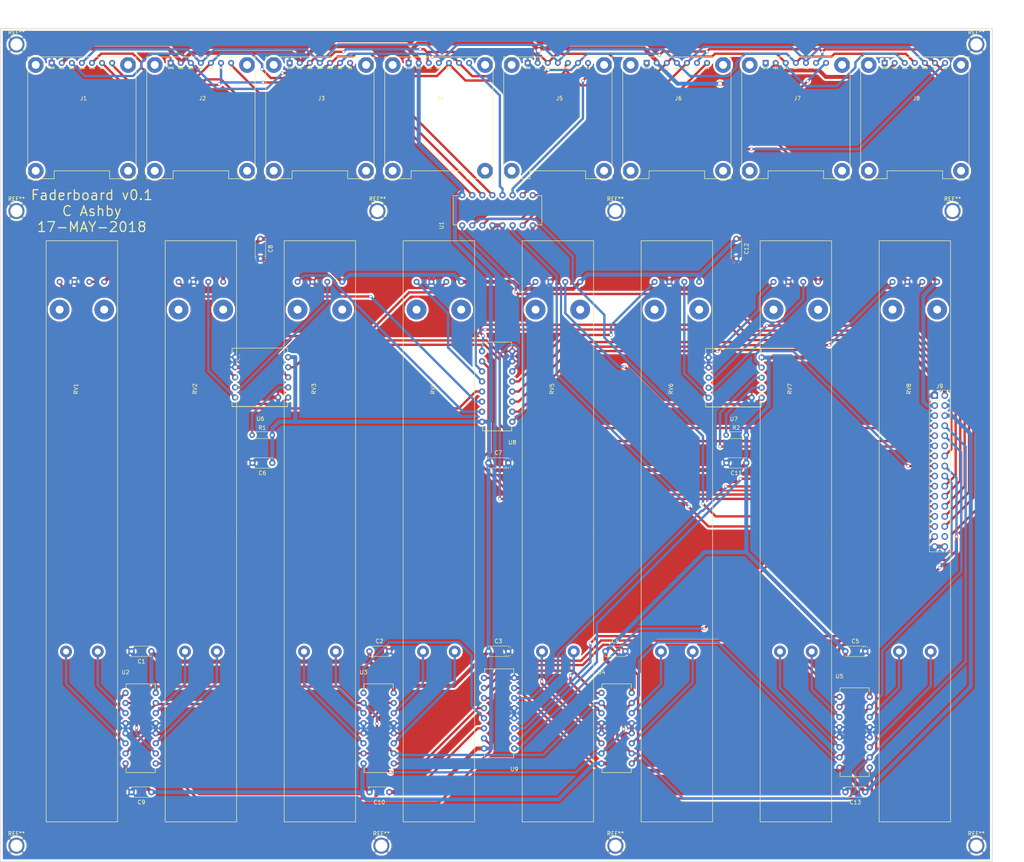
<source format=kicad_pcb>
(kicad_pcb (version 4) (host pcbnew 4.0.7)
  (layers (0 F.Cu mixed) (31 B.Cu mixed) (34 B.Paste user) (35 F.Paste user) (36 B.SilkS user) (37 F.SilkS user) (38 B.Mask user) (39 F.Mask user) (44 Edge.Cuts user))
  (net 0 "")
  (net 1 VCC)
  (net 2 GND)
  (net 3 VREF)
  (net 4 +12V)
  (net 5 /FSCL)
  (net 6 /FSDA)
  (net 7 /D~RST~)
  (net 8 /DDC)
  (net 9 /DCS0)
  (net 10 /DCS1)
  (net 11 /DCS2)
  (net 12 /DCS3)
  (net 13 /DCS4)
  (net 14 /DCS5)
  (net 15 /DCS6)
  (net 16 /DCS7)
  (net 17 /FSDAa)
  (net 18 /MCTLA)
  (net 19 /FSCLa)
  (net 20 /MCTLB)
  (net 21 /F~IRQ~)
  (net 22 /FSDAb)
  (net 23 /FADER)
  (net 24 /FSCLb)
  (net 25 /MA0)
  (net 26 /MA1)
  (net 27 /MA2)
  (net 28 /MA3)
  (net 29 /FA0)
  (net 30 /FA1)
  (net 31 /FA2)
  (net 32 /FA3)
  (net 33 /DA0)
  (net 34 /DA1)
  (net 35 /DA2)
  (net 36 /DA3)
  (net 37 /BSEL)
  (net 38 "Net-(R1-Pad1)")
  (net 39 "Net-(R2-Pad1)")
  (net 40 /FCAP0)
  (net 41 /FAD0)
  (net 42 "Net-(RV1-PadA)")
  (net 43 "Net-(RV1-PadB)")
  (net 44 /FCAP1)
  (net 45 /FAD1)
  (net 46 "Net-(RV2-PadA)")
  (net 47 "Net-(RV2-PadB)")
  (net 48 /FCAP2)
  (net 49 /FAD2)
  (net 50 "Net-(RV3-PadA)")
  (net 51 "Net-(RV3-PadB)")
  (net 52 /FCAP3)
  (net 53 /FAD3)
  (net 54 "Net-(RV4-PadA)")
  (net 55 "Net-(RV4-PadB)")
  (net 56 /FCAP4)
  (net 57 /FAD4)
  (net 58 "Net-(RV5-PadA)")
  (net 59 "Net-(RV5-PadB)")
  (net 60 /FCAP5)
  (net 61 /FAD5)
  (net 62 "Net-(RV6-PadA)")
  (net 63 "Net-(RV6-PadB)")
  (net 64 /FCAP6)
  (net 65 /FAD6)
  (net 66 "Net-(RV7-PadA)")
  (net 67 "Net-(RV7-PadB)")
  (net 68 /FCAP7)
  (net 69 /FAD7)
  (net 70 "Net-(RV8-PadA)")
  (net 71 "Net-(RV8-PadB)")
  (net 72 /MEN0)
  (net 73 /MEN1)
  (net 74 /MEN2)
  (net 75 /MEN3)
  (net 76 /MEN4)
  (net 77 /MEN5)
  (net 78 /MEN6)
  (net 79 /MEN7)
  (module Connectors:1pin (layer F.Cu) (at 239.5 235)
    (fp_text reference REF** (at 0 -3.048) (layer F.SilkS))
    (fp_text value 1pin)
    (pad 1 thru_hole circle (at 0 0) (size 4.064 4.064) (drill 3.048) (layers *.Cu *.Mask) (net 2 GND))
  )
  (module Connectors:1pin (layer F.Cu) (at 180.5 235)
    (fp_text reference REF** (at 0 -3.048) (layer F.SilkS))
    (fp_text value 1pin)
    (pad 1 thru_hole circle (at 0 0) (size 4.064 4.064) (drill 3.048) (layers *.Cu *.Mask) (net 2 GND))
  )
  (module Connectors:1pin (layer F.Cu) (at 239.5 75)
    (fp_text reference REF** (at 0 -3.048) (layer F.SilkS))
    (fp_text value 1pin)
    (pad 1 thru_hole circle (at 0 0) (size 4.064 4.064) (drill 3.048) (layers *.Cu *.Mask) (net 2 GND))
  )
  (module Connectors:1pin (layer F.Cu) (at 179.5 75)
    (fp_text reference REF** (at 0 -3.048) (layer F.SilkS))
    (fp_text value 1pin)
    (pad 1 thru_hole circle (at 0 0) (size 4.064 4.064) (drill 3.048) (layers *.Cu *.Mask) (net 2 GND))
  )
  (module Connectors:1pin (layer F.Cu) (at 324.5 75)
    (fp_text reference REF** (at 0 -3.048) (layer F.SilkS))
    (fp_text value 1pin)
    (pad 1 thru_hole circle (at 0 0) (size 4.064 4.064) (drill 3.048) (layers *.Cu *.Mask) (net 2 GND))
  )
  (module Connectors:1pin (layer F.Cu) (at 88.5 75)
    (fp_text reference REF** (at 0 -3.048) (layer F.SilkS))
    (fp_text value 1pin)
    (pad 1 thru_hole circle (at 0 0) (size 4.064 4.064) (drill 3.048) (layers *.Cu *.Mask) (net 2 GND))
  )
  (module ca_displays:0.95_SPI_SSD1306_Display (layer F.Cu) (at 285 51.5)
    (fp_text reference J7 (at 0.4 -4.9) (layer F.SilkS))
    (fp_text value OLED6)
    (fp_text user CS (at 7.62 -12.57) (layer F.SilkS) (effects (font (size 0.5 0.5) (thickness 0.125))))
    (fp_text user DC (at 5.08 -12.57) (layer F.SilkS) (effects (font (size 0.5 0.5) (thickness 0.125))))
    (fp_text user RES (at 2.54 -12.57) (layer F.SilkS) (effects (font (size 0.5 0.5) (thickness 0.125))))
    (fp_text user SDA (at 0 -12.57) (layer F.SilkS) (effects (font (size 0.5 0.5) (thickness 0.125))))
    (fp_text user SCL (at -2.54 -12.57) (layer F.SilkS) (effects (font (size 0.5 0.5) (thickness 0.125))))
    (fp_text user VCC (at -5.08 -12.57) (layer F.SilkS) (effects (font (size 0.5 0.5) (thickness 0.125))))
    (fp_text user GND (at -7.62 -12.57) (layer F.SilkS) (effects (font (size 0.5 0.5) (thickness 0.125))))
    (pad 0 thru_hole circle (at 11.65 -13.34) (size 4 4) (drill 2) (layers *.Cu *.Mask))
    (pad 0 thru_hole circle (at -11.65 -13.34) (size 4 4) (drill 2) (layers *.Cu *.Mask))
    (pad 0 thru_hole circle (at -11.65 13.36) (size 4 4) (drill 2) (layers *.Cu *.Mask))
    (pad 1 thru_hole rect (at -7.62 -13.84) (size 1.524 1.524) (drill 0.762) (layers *.Cu *.Mask) (net 2 GND))
    (pad 2 thru_hole circle (at -5.08 -13.84) (size 1.524 1.524) (drill 0.762) (layers *.Cu *.Mask) (net 1 VCC))
    (pad 3 thru_hole circle (at -2.54 -13.84) (size 1.524 1.524) (drill 0.762) (layers *.Cu *.Mask) (net 5 /FSCL))
    (pad 4 thru_hole circle (at 0 -13.84) (size 1.524 1.524) (drill 0.762) (layers *.Cu *.Mask) (net 6 /FSDA))
    (pad 5 thru_hole circle (at 2.54 -13.84) (size 1.524 1.524) (drill 0.762) (layers *.Cu *.Mask) (net 7 /D~RST~))
    (pad 6 thru_hole circle (at 5.08 -13.84) (size 1.524 1.524) (drill 0.762) (layers *.Cu *.Mask) (net 8 /DDC))
    (pad 7 thru_hole circle (at 7.62 -13.84) (size 1.524 1.524) (drill 0.762) (layers *.Cu *.Mask) (net 15 /DCS6))
    (pad 0 thru_hole circle (at 11.65 13.36) (size 4 4) (drill 2) (layers *.Cu *.Mask))
  )
  (module ca_alps:AlpsFader_RSA0N11M9A0J (layer F.Cu) (at 285 156.5 270)
    (fp_text reference RV7 (at -36.65 1.5 270) (layer F.SilkS))
    (fp_text value RSA0N11M9A0J)
    (pad T thru_hole circle (at -63.65 -1.875 270) (size 1.524 1.524) (drill 0.762) (layers *.Cu *.Mask) (net 64 /FCAP6))
    (pad 3 thru_hole circle (at -63.65 1.875 270) (size 1.524 1.524) (drill 0.762) (layers *.Cu *.Mask) (net 2 GND))
    (pad 2 thru_hole circle (at -63.65 5.625 270) (size 1.524 1.524) (drill 0.762) (layers *.Cu *.Mask) (net 65 /FAD6))
    (pad 1 thru_hole circle (at -63.65 -5.625 270) (size 1.524 1.524) (drill 0.762) (layers *.Cu *.Mask) (net 3 VREF))
    (pad G thru_hole circle (at -56.65 -5.625 270) (size 5 5) (drill 2) (layers *.Cu *.Mask))
    (pad G thru_hole circle (at -56.65 5.625 270) (size 5 5) (drill 2) (layers *.Cu *.Mask))
    (pad A thru_hole circle (at 29.55 -4 270) (size 3 3) (drill 1.5) (layers *.Cu *.Mask) (net 66 "Net-(RV7-PadA)"))
    (pad B thru_hole circle (at 29.55 4 270) (size 3 3) (drill 1.5) (layers *.Cu *.Mask) (net 67 "Net-(RV7-PadB)"))
  )
  (module ca_alps:AlpsFader_RSA0N11M9A0J (layer F.Cu) (at 225 156.5 270)
    (fp_text reference RV5 (at -36.65 1.5 270) (layer F.SilkS))
    (fp_text value RSA0N11M9A0J)
    (pad T thru_hole circle (at -63.65 -1.875 270) (size 1.524 1.524) (drill 0.762) (layers *.Cu *.Mask) (net 56 /FCAP4))
    (pad 3 thru_hole circle (at -63.65 1.875 270) (size 1.524 1.524) (drill 0.762) (layers *.Cu *.Mask) (net 2 GND))
    (pad 2 thru_hole circle (at -63.65 5.625 270) (size 1.524 1.524) (drill 0.762) (layers *.Cu *.Mask) (net 57 /FAD4))
    (pad 1 thru_hole circle (at -63.65 -5.625 270) (size 1.524 1.524) (drill 0.762) (layers *.Cu *.Mask) (net 3 VREF))
    (pad G thru_hole circle (at -56.65 -5.625 270) (size 5 5) (drill 2) (layers *.Cu *.Mask))
    (pad G thru_hole circle (at -56.65 5.625 270) (size 5 5) (drill 2) (layers *.Cu *.Mask))
    (pad A thru_hole circle (at 29.55 -4 270) (size 3 3) (drill 1.5) (layers *.Cu *.Mask) (net 58 "Net-(RV5-PadA)"))
    (pad B thru_hole circle (at 29.55 4 270) (size 3 3) (drill 1.5) (layers *.Cu *.Mask) (net 59 "Net-(RV5-PadB)"))
  )
  (module ca_alps:AlpsFader_RSA0N11M9A0J (layer F.Cu) (at 255 156.5 270)
    (fp_text reference RV6 (at -36.65 1.5 270) (layer F.SilkS))
    (fp_text value RSA0N11M9A0J)
    (pad T thru_hole circle (at -63.65 -1.875 270) (size 1.524 1.524) (drill 0.762) (layers *.Cu *.Mask) (net 60 /FCAP5))
    (pad 3 thru_hole circle (at -63.65 1.875 270) (size 1.524 1.524) (drill 0.762) (layers *.Cu *.Mask) (net 2 GND))
    (pad 2 thru_hole circle (at -63.65 5.625 270) (size 1.524 1.524) (drill 0.762) (layers *.Cu *.Mask) (net 61 /FAD5))
    (pad 1 thru_hole circle (at -63.65 -5.625 270) (size 1.524 1.524) (drill 0.762) (layers *.Cu *.Mask) (net 3 VREF))
    (pad G thru_hole circle (at -56.65 -5.625 270) (size 5 5) (drill 2) (layers *.Cu *.Mask))
    (pad G thru_hole circle (at -56.65 5.625 270) (size 5 5) (drill 2) (layers *.Cu *.Mask))
    (pad A thru_hole circle (at 29.55 -4 270) (size 3 3) (drill 1.5) (layers *.Cu *.Mask) (net 62 "Net-(RV6-PadA)"))
    (pad B thru_hole circle (at 29.55 4 270) (size 3 3) (drill 1.5) (layers *.Cu *.Mask) (net 63 "Net-(RV6-PadB)"))
  )
  (module ca_displays:0.95_SPI_SSD1306_Display (layer F.Cu) (at 105 51.5)
    (fp_text reference J1 (at 0.4 -4.9) (layer F.SilkS))
    (fp_text value OLED0)
    (fp_text user CS (at 7.62 -12.57) (layer F.SilkS) (effects (font (size 0.5 0.5) (thickness 0.125))))
    (fp_text user DC (at 5.08 -12.57) (layer F.SilkS) (effects (font (size 0.5 0.5) (thickness 0.125))))
    (fp_text user RES (at 2.54 -12.57) (layer F.SilkS) (effects (font (size 0.5 0.5) (thickness 0.125))))
    (fp_text user SDA (at 0 -12.57) (layer F.SilkS) (effects (font (size 0.5 0.5) (thickness 0.125))))
    (fp_text user SCL (at -2.54 -12.57) (layer F.SilkS) (effects (font (size 0.5 0.5) (thickness 0.125))))
    (fp_text user VCC (at -5.08 -12.57) (layer F.SilkS) (effects (font (size 0.5 0.5) (thickness 0.125))))
    (fp_text user GND (at -7.62 -12.57) (layer F.SilkS) (effects (font (size 0.5 0.5) (thickness 0.125))))
    (pad 0 thru_hole circle (at 11.65 -13.34) (size 4 4) (drill 2) (layers *.Cu *.Mask))
    (pad 0 thru_hole circle (at -11.65 -13.34) (size 4 4) (drill 2) (layers *.Cu *.Mask))
    (pad 0 thru_hole circle (at -11.65 13.36) (size 4 4) (drill 2) (layers *.Cu *.Mask))
    (pad 1 thru_hole rect (at -7.62 -13.84) (size 1.524 1.524) (drill 0.762) (layers *.Cu *.Mask) (net 2 GND))
    (pad 2 thru_hole circle (at -5.08 -13.84) (size 1.524 1.524) (drill 0.762) (layers *.Cu *.Mask) (net 1 VCC))
    (pad 3 thru_hole circle (at -2.54 -13.84) (size 1.524 1.524) (drill 0.762) (layers *.Cu *.Mask) (net 5 /FSCL))
    (pad 4 thru_hole circle (at 0 -13.84) (size 1.524 1.524) (drill 0.762) (layers *.Cu *.Mask) (net 6 /FSDA))
    (pad 5 thru_hole circle (at 2.54 -13.84) (size 1.524 1.524) (drill 0.762) (layers *.Cu *.Mask) (net 7 /D~RST~))
    (pad 6 thru_hole circle (at 5.08 -13.84) (size 1.524 1.524) (drill 0.762) (layers *.Cu *.Mask) (net 8 /DDC))
    (pad 7 thru_hole circle (at 7.62 -13.84) (size 1.524 1.524) (drill 0.762) (layers *.Cu *.Mask) (net 9 /DCS0))
    (pad 0 thru_hole circle (at 11.65 13.36) (size 4 4) (drill 2) (layers *.Cu *.Mask))
  )
  (module ca_displays:0.95_SPI_SSD1306_Display (layer F.Cu) (at 135 51.5)
    (fp_text reference J2 (at 0.4 -4.9) (layer F.SilkS))
    (fp_text value OLED1)
    (fp_text user CS (at 7.62 -12.57) (layer F.SilkS) (effects (font (size 0.5 0.5) (thickness 0.125))))
    (fp_text user DC (at 5.08 -12.57) (layer F.SilkS) (effects (font (size 0.5 0.5) (thickness 0.125))))
    (fp_text user RES (at 2.54 -12.57) (layer F.SilkS) (effects (font (size 0.5 0.5) (thickness 0.125))))
    (fp_text user SDA (at 0 -12.57) (layer F.SilkS) (effects (font (size 0.5 0.5) (thickness 0.125))))
    (fp_text user SCL (at -2.54 -12.57) (layer F.SilkS) (effects (font (size 0.5 0.5) (thickness 0.125))))
    (fp_text user VCC (at -5.08 -12.57) (layer F.SilkS) (effects (font (size 0.5 0.5) (thickness 0.125))))
    (fp_text user GND (at -7.62 -12.57) (layer F.SilkS) (effects (font (size 0.5 0.5) (thickness 0.125))))
    (pad 0 thru_hole circle (at 11.65 -13.34) (size 4 4) (drill 2) (layers *.Cu *.Mask))
    (pad 0 thru_hole circle (at -11.65 -13.34) (size 4 4) (drill 2) (layers *.Cu *.Mask))
    (pad 0 thru_hole circle (at -11.65 13.36) (size 4 4) (drill 2) (layers *.Cu *.Mask))
    (pad 1 thru_hole rect (at -7.62 -13.84) (size 1.524 1.524) (drill 0.762) (layers *.Cu *.Mask) (net 2 GND))
    (pad 2 thru_hole circle (at -5.08 -13.84) (size 1.524 1.524) (drill 0.762) (layers *.Cu *.Mask) (net 1 VCC))
    (pad 3 thru_hole circle (at -2.54 -13.84) (size 1.524 1.524) (drill 0.762) (layers *.Cu *.Mask) (net 5 /FSCL))
    (pad 4 thru_hole circle (at 0 -13.84) (size 1.524 1.524) (drill 0.762) (layers *.Cu *.Mask) (net 6 /FSDA))
    (pad 5 thru_hole circle (at 2.54 -13.84) (size 1.524 1.524) (drill 0.762) (layers *.Cu *.Mask) (net 7 /D~RST~))
    (pad 6 thru_hole circle (at 5.08 -13.84) (size 1.524 1.524) (drill 0.762) (layers *.Cu *.Mask) (net 8 /DDC))
    (pad 7 thru_hole circle (at 7.62 -13.84) (size 1.524 1.524) (drill 0.762) (layers *.Cu *.Mask) (net 10 /DCS1))
    (pad 0 thru_hole circle (at 11.65 13.36) (size 4 4) (drill 2) (layers *.Cu *.Mask))
  )
  (module ca_displays:0.95_SPI_SSD1306_Display (layer F.Cu) (at 165 51.5)
    (fp_text reference J3 (at 0.4 -4.9) (layer F.SilkS))
    (fp_text value OLED2)
    (fp_text user CS (at 7.62 -12.57) (layer F.SilkS) (effects (font (size 0.5 0.5) (thickness 0.125))))
    (fp_text user DC (at 5.08 -12.57) (layer F.SilkS) (effects (font (size 0.5 0.5) (thickness 0.125))))
    (fp_text user RES (at 2.54 -12.57) (layer F.SilkS) (effects (font (size 0.5 0.5) (thickness 0.125))))
    (fp_text user SDA (at 0 -12.57) (layer F.SilkS) (effects (font (size 0.5 0.5) (thickness 0.125))))
    (fp_text user SCL (at -2.54 -12.57) (layer F.SilkS) (effects (font (size 0.5 0.5) (thickness 0.125))))
    (fp_text user VCC (at -5.08 -12.57) (layer F.SilkS) (effects (font (size 0.5 0.5) (thickness 0.125))))
    (fp_text user GND (at -7.62 -12.57) (layer F.SilkS) (effects (font (size 0.5 0.5) (thickness 0.125))))
    (pad 0 thru_hole circle (at 11.65 -13.34) (size 4 4) (drill 2) (layers *.Cu *.Mask))
    (pad 0 thru_hole circle (at -11.65 -13.34) (size 4 4) (drill 2) (layers *.Cu *.Mask))
    (pad 0 thru_hole circle (at -11.65 13.36) (size 4 4) (drill 2) (layers *.Cu *.Mask))
    (pad 1 thru_hole rect (at -7.62 -13.84) (size 1.524 1.524) (drill 0.762) (layers *.Cu *.Mask) (net 2 GND))
    (pad 2 thru_hole circle (at -5.08 -13.84) (size 1.524 1.524) (drill 0.762) (layers *.Cu *.Mask) (net 1 VCC))
    (pad 3 thru_hole circle (at -2.54 -13.84) (size 1.524 1.524) (drill 0.762) (layers *.Cu *.Mask) (net 5 /FSCL))
    (pad 4 thru_hole circle (at 0 -13.84) (size 1.524 1.524) (drill 0.762) (layers *.Cu *.Mask) (net 6 /FSDA))
    (pad 5 thru_hole circle (at 2.54 -13.84) (size 1.524 1.524) (drill 0.762) (layers *.Cu *.Mask) (net 7 /D~RST~))
    (pad 6 thru_hole circle (at 5.08 -13.84) (size 1.524 1.524) (drill 0.762) (layers *.Cu *.Mask) (net 8 /DDC))
    (pad 7 thru_hole circle (at 7.62 -13.84) (size 1.524 1.524) (drill 0.762) (layers *.Cu *.Mask) (net 11 /DCS2))
    (pad 0 thru_hole circle (at 11.65 13.36) (size 4 4) (drill 2) (layers *.Cu *.Mask))
  )
  (module ca_displays:0.95_SPI_SSD1306_Display (layer F.Cu) (at 195 51.5)
    (fp_text reference J4 (at 0.4 -4.9) (layer F.SilkS))
    (fp_text value OLED3)
    (fp_text user CS (at 7.62 -12.57) (layer F.SilkS) (effects (font (size 0.5 0.5) (thickness 0.125))))
    (fp_text user DC (at 5.08 -12.57) (layer F.SilkS) (effects (font (size 0.5 0.5) (thickness 0.125))))
    (fp_text user RES (at 2.54 -12.57) (layer F.SilkS) (effects (font (size 0.5 0.5) (thickness 0.125))))
    (fp_text user SDA (at 0 -12.57) (layer F.SilkS) (effects (font (size 0.5 0.5) (thickness 0.125))))
    (fp_text user SCL (at -2.54 -12.57) (layer F.SilkS) (effects (font (size 0.5 0.5) (thickness 0.125))))
    (fp_text user VCC (at -5.08 -12.57) (layer F.SilkS) (effects (font (size 0.5 0.5) (thickness 0.125))))
    (fp_text user GND (at -7.62 -12.57) (layer F.SilkS) (effects (font (size 0.5 0.5) (thickness 0.125))))
    (pad 0 thru_hole circle (at 11.65 -13.34) (size 4 4) (drill 2) (layers *.Cu *.Mask))
    (pad 0 thru_hole circle (at -11.65 -13.34) (size 4 4) (drill 2) (layers *.Cu *.Mask))
    (pad 0 thru_hole circle (at -11.65 13.36) (size 4 4) (drill 2) (layers *.Cu *.Mask))
    (pad 1 thru_hole rect (at -7.62 -13.84) (size 1.524 1.524) (drill 0.762) (layers *.Cu *.Mask) (net 2 GND))
    (pad 2 thru_hole circle (at -5.08 -13.84) (size 1.524 1.524) (drill 0.762) (layers *.Cu *.Mask) (net 1 VCC))
    (pad 3 thru_hole circle (at -2.54 -13.84) (size 1.524 1.524) (drill 0.762) (layers *.Cu *.Mask) (net 5 /FSCL))
    (pad 4 thru_hole circle (at 0 -13.84) (size 1.524 1.524) (drill 0.762) (layers *.Cu *.Mask) (net 6 /FSDA))
    (pad 5 thru_hole circle (at 2.54 -13.84) (size 1.524 1.524) (drill 0.762) (layers *.Cu *.Mask) (net 7 /D~RST~))
    (pad 6 thru_hole circle (at 5.08 -13.84) (size 1.524 1.524) (drill 0.762) (layers *.Cu *.Mask) (net 8 /DDC))
    (pad 7 thru_hole circle (at 7.62 -13.84) (size 1.524 1.524) (drill 0.762) (layers *.Cu *.Mask) (net 12 /DCS3))
    (pad 0 thru_hole circle (at 11.65 13.36) (size 4 4) (drill 2) (layers *.Cu *.Mask))
  )
  (module ca_displays:0.95_SPI_SSD1306_Display (layer F.Cu) (at 225 51.5)
    (fp_text reference J5 (at 0.4 -4.9) (layer F.SilkS))
    (fp_text value OLED4)
    (fp_text user CS (at 7.62 -12.57) (layer F.SilkS) (effects (font (size 0.5 0.5) (thickness 0.125))))
    (fp_text user DC (at 5.08 -12.57) (layer F.SilkS) (effects (font (size 0.5 0.5) (thickness 0.125))))
    (fp_text user RES (at 2.54 -12.57) (layer F.SilkS) (effects (font (size 0.5 0.5) (thickness 0.125))))
    (fp_text user SDA (at 0 -12.57) (layer F.SilkS) (effects (font (size 0.5 0.5) (thickness 0.125))))
    (fp_text user SCL (at -2.54 -12.57) (layer F.SilkS) (effects (font (size 0.5 0.5) (thickness 0.125))))
    (fp_text user VCC (at -5.08 -12.57) (layer F.SilkS) (effects (font (size 0.5 0.5) (thickness 0.125))))
    (fp_text user GND (at -7.62 -12.57) (layer F.SilkS) (effects (font (size 0.5 0.5) (thickness 0.125))))
    (pad 0 thru_hole circle (at 11.65 -13.34) (size 4 4) (drill 2) (layers *.Cu *.Mask))
    (pad 0 thru_hole circle (at -11.65 -13.34) (size 4 4) (drill 2) (layers *.Cu *.Mask))
    (pad 0 thru_hole circle (at -11.65 13.36) (size 4 4) (drill 2) (layers *.Cu *.Mask))
    (pad 1 thru_hole rect (at -7.62 -13.84) (size 1.524 1.524) (drill 0.762) (layers *.Cu *.Mask) (net 2 GND))
    (pad 2 thru_hole circle (at -5.08 -13.84) (size 1.524 1.524) (drill 0.762) (layers *.Cu *.Mask) (net 1 VCC))
    (pad 3 thru_hole circle (at -2.54 -13.84) (size 1.524 1.524) (drill 0.762) (layers *.Cu *.Mask) (net 5 /FSCL))
    (pad 4 thru_hole circle (at 0 -13.84) (size 1.524 1.524) (drill 0.762) (layers *.Cu *.Mask) (net 6 /FSDA))
    (pad 5 thru_hole circle (at 2.54 -13.84) (size 1.524 1.524) (drill 0.762) (layers *.Cu *.Mask) (net 7 /D~RST~))
    (pad 6 thru_hole circle (at 5.08 -13.84) (size 1.524 1.524) (drill 0.762) (layers *.Cu *.Mask) (net 8 /DDC))
    (pad 7 thru_hole circle (at 7.62 -13.84) (size 1.524 1.524) (drill 0.762) (layers *.Cu *.Mask) (net 13 /DCS4))
    (pad 0 thru_hole circle (at 11.65 13.36) (size 4 4) (drill 2) (layers *.Cu *.Mask))
  )
  (module ca_displays:0.95_SPI_SSD1306_Display (layer F.Cu) (at 255 51.5)
    (fp_text reference J6 (at 0.4 -4.9) (layer F.SilkS))
    (fp_text value OLED5)
    (fp_text user CS (at 7.62 -12.57) (layer F.SilkS) (effects (font (size 0.5 0.5) (thickness 0.125))))
    (fp_text user DC (at 5.08 -12.57) (layer F.SilkS) (effects (font (size 0.5 0.5) (thickness 0.125))))
    (fp_text user RES (at 2.54 -12.57) (layer F.SilkS) (effects (font (size 0.5 0.5) (thickness 0.125))))
    (fp_text user SDA (at 0 -12.57) (layer F.SilkS) (effects (font (size 0.5 0.5) (thickness 0.125))))
    (fp_text user SCL (at -2.54 -12.57) (layer F.SilkS) (effects (font (size 0.5 0.5) (thickness 0.125))))
    (fp_text user VCC (at -5.08 -12.57) (layer F.SilkS) (effects (font (size 0.5 0.5) (thickness 0.125))))
    (fp_text user GND (at -7.62 -12.57) (layer F.SilkS) (effects (font (size 0.5 0.5) (thickness 0.125))))
    (pad 0 thru_hole circle (at 11.65 -13.34) (size 4 4) (drill 2) (layers *.Cu *.Mask))
    (pad 0 thru_hole circle (at -11.65 -13.34) (size 4 4) (drill 2) (layers *.Cu *.Mask))
    (pad 0 thru_hole circle (at -11.65 13.36) (size 4 4) (drill 2) (layers *.Cu *.Mask))
    (pad 1 thru_hole rect (at -7.62 -13.84) (size 1.524 1.524) (drill 0.762) (layers *.Cu *.Mask) (net 2 GND))
    (pad 2 thru_hole circle (at -5.08 -13.84) (size 1.524 1.524) (drill 0.762) (layers *.Cu *.Mask) (net 1 VCC))
    (pad 3 thru_hole circle (at -2.54 -13.84) (size 1.524 1.524) (drill 0.762) (layers *.Cu *.Mask) (net 5 /FSCL))
    (pad 4 thru_hole circle (at 0 -13.84) (size 1.524 1.524) (drill 0.762) (layers *.Cu *.Mask) (net 6 /FSDA))
    (pad 5 thru_hole circle (at 2.54 -13.84) (size 1.524 1.524) (drill 0.762) (layers *.Cu *.Mask) (net 7 /D~RST~))
    (pad 6 thru_hole circle (at 5.08 -13.84) (size 1.524 1.524) (drill 0.762) (layers *.Cu *.Mask) (net 8 /DDC))
    (pad 7 thru_hole circle (at 7.62 -13.84) (size 1.524 1.524) (drill 0.762) (layers *.Cu *.Mask) (net 14 /DCS5))
    (pad 0 thru_hole circle (at 11.65 13.36) (size 4 4) (drill 2) (layers *.Cu *.Mask))
  )
  (module ca_displays:0.95_SPI_SSD1306_Display (layer F.Cu) (at 315 51.5)
    (fp_text reference J8 (at 0.4 -4.9) (layer F.SilkS))
    (fp_text value OLED7)
    (fp_text user CS (at 7.62 -12.57) (layer F.SilkS) (effects (font (size 0.5 0.5) (thickness 0.125))))
    (fp_text user DC (at 5.08 -12.57) (layer F.SilkS) (effects (font (size 0.5 0.5) (thickness 0.125))))
    (fp_text user RES (at 2.54 -12.57) (layer F.SilkS) (effects (font (size 0.5 0.5) (thickness 0.125))))
    (fp_text user SDA (at 0 -12.57) (layer F.SilkS) (effects (font (size 0.5 0.5) (thickness 0.125))))
    (fp_text user SCL (at -2.54 -12.57) (layer F.SilkS) (effects (font (size 0.5 0.5) (thickness 0.125))))
    (fp_text user VCC (at -5.08 -12.57) (layer F.SilkS) (effects (font (size 0.5 0.5) (thickness 0.125))))
    (fp_text user GND (at -7.62 -12.57) (layer F.SilkS) (effects (font (size 0.5 0.5) (thickness 0.125))))
    (pad 0 thru_hole circle (at 11.65 -13.34) (size 4 4) (drill 2) (layers *.Cu *.Mask))
    (pad 0 thru_hole circle (at -11.65 -13.34) (size 4 4) (drill 2) (layers *.Cu *.Mask))
    (pad 0 thru_hole circle (at -11.65 13.36) (size 4 4) (drill 2) (layers *.Cu *.Mask))
    (pad 1 thru_hole rect (at -7.62 -13.84) (size 1.524 1.524) (drill 0.762) (layers *.Cu *.Mask) (net 2 GND))
    (pad 2 thru_hole circle (at -5.08 -13.84) (size 1.524 1.524) (drill 0.762) (layers *.Cu *.Mask) (net 1 VCC))
    (pad 3 thru_hole circle (at -2.54 -13.84) (size 1.524 1.524) (drill 0.762) (layers *.Cu *.Mask) (net 5 /FSCL))
    (pad 4 thru_hole circle (at 0 -13.84) (size 1.524 1.524) (drill 0.762) (layers *.Cu *.Mask) (net 6 /FSDA))
    (pad 5 thru_hole circle (at 2.54 -13.84) (size 1.524 1.524) (drill 0.762) (layers *.Cu *.Mask) (net 7 /D~RST~))
    (pad 6 thru_hole circle (at 5.08 -13.84) (size 1.524 1.524) (drill 0.762) (layers *.Cu *.Mask) (net 8 /DDC))
    (pad 7 thru_hole circle (at 7.62 -13.84) (size 1.524 1.524) (drill 0.762) (layers *.Cu *.Mask) (net 16 /DCS7))
    (pad 0 thru_hole circle (at 11.65 13.36) (size 4 4) (drill 2) (layers *.Cu *.Mask))
  )
  (module Pin_Headers:Pin_Header_Straight_2x16_Pitch2.54mm (layer F.Cu) (at 320 121.5)
    (fp_text reference J9 (at 1.27 -2.33) (layer F.SilkS))
    (fp_text value Conn_02x16_Odd_Even)
    (pad 1 thru_hole rect (at 0 0) (size 1.7 1.7) (drill 1) (layers *.Cu *.Mask) (net 2 GND))
    (pad 2 thru_hole oval (at 2.54 0) (size 1.7 1.7) (drill 1) (layers *.Cu *.Mask) (net 1 VCC))
    (pad 3 thru_hole oval (at 0 2.54) (size 1.7 1.7) (drill 1) (layers *.Cu *.Mask) (net 3 VREF))
    (pad 4 thru_hole oval (at 2.54 2.54) (size 1.7 1.7) (drill 1) (layers *.Cu *.Mask) (net 2 GND))
    (pad 5 thru_hole oval (at 0 5.08) (size 1.7 1.7) (drill 1) (layers *.Cu *.Mask) (net 2 GND))
    (pad 6 thru_hole oval (at 2.54 5.08) (size 1.7 1.7) (drill 1) (layers *.Cu *.Mask) (net 4 +12V))
    (pad 7 thru_hole oval (at 0 7.62) (size 1.7 1.7) (drill 1) (layers *.Cu *.Mask) (net 17 /FSDAa))
    (pad 8 thru_hole oval (at 2.54 7.62) (size 1.7 1.7) (drill 1) (layers *.Cu *.Mask) (net 18 /MCTLA))
    (pad 9 thru_hole oval (at 0 10.16) (size 1.7 1.7) (drill 1) (layers *.Cu *.Mask) (net 19 /FSCLa))
    (pad 10 thru_hole oval (at 2.54 10.16) (size 1.7 1.7) (drill 1) (layers *.Cu *.Mask) (net 20 /MCTLB))
    (pad 11 thru_hole oval (at 0 12.7) (size 1.7 1.7) (drill 1) (layers *.Cu *.Mask) (net 2 GND))
    (pad 12 thru_hole oval (at 2.54 12.7) (size 1.7 1.7) (drill 1) (layers *.Cu *.Mask) (net 21 /F~IRQ~))
    (pad 13 thru_hole oval (at 0 15.24) (size 1.7 1.7) (drill 1) (layers *.Cu *.Mask) (net 22 /FSDAb))
    (pad 14 thru_hole oval (at 2.54 15.24) (size 1.7 1.7) (drill 1) (layers *.Cu *.Mask) (net 23 /FADER))
    (pad 15 thru_hole oval (at 0 17.78) (size 1.7 1.7) (drill 1) (layers *.Cu *.Mask) (net 24 /FSCLb))
    (pad 16 thru_hole oval (at 2.54 17.78) (size 1.7 1.7) (drill 1) (layers *.Cu *.Mask) (net 25 /MA0))
    (pad 17 thru_hole oval (at 0 20.32) (size 1.7 1.7) (drill 1) (layers *.Cu *.Mask) (net 26 /MA1))
    (pad 18 thru_hole oval (at 2.54 20.32) (size 1.7 1.7) (drill 1) (layers *.Cu *.Mask) (net 27 /MA2))
    (pad 19 thru_hole oval (at 0 22.86) (size 1.7 1.7) (drill 1) (layers *.Cu *.Mask) (net 28 /MA3))
    (pad 20 thru_hole oval (at 2.54 22.86) (size 1.7 1.7) (drill 1) (layers *.Cu *.Mask) (net 29 /FA0))
    (pad 21 thru_hole oval (at 0 25.4) (size 1.7 1.7) (drill 1) (layers *.Cu *.Mask) (net 30 /FA1))
    (pad 22 thru_hole oval (at 2.54 25.4) (size 1.7 1.7) (drill 1) (layers *.Cu *.Mask) (net 31 /FA2))
    (pad 23 thru_hole oval (at 0 27.94) (size 1.7 1.7) (drill 1) (layers *.Cu *.Mask) (net 32 /FA3))
    (pad 24 thru_hole oval (at 2.54 27.94) (size 1.7 1.7) (drill 1) (layers *.Cu *.Mask) (net 33 /DA0))
    (pad 25 thru_hole oval (at 0 30.48) (size 1.7 1.7) (drill 1) (layers *.Cu *.Mask) (net 34 /DA1))
    (pad 26 thru_hole oval (at 2.54 30.48) (size 1.7 1.7) (drill 1) (layers *.Cu *.Mask) (net 35 /DA2))
    (pad 27 thru_hole oval (at 0 33.02) (size 1.7 1.7) (drill 1) (layers *.Cu *.Mask) (net 36 /DA3))
    (pad 28 thru_hole oval (at 2.54 33.02) (size 1.7 1.7) (drill 1) (layers *.Cu *.Mask) (net 7 /D~RST~))
    (pad 29 thru_hole oval (at 0 35.56) (size 1.7 1.7) (drill 1) (layers *.Cu *.Mask) (net 8 /DDC))
    (pad 30 thru_hole oval (at 2.54 35.56) (size 1.7 1.7) (drill 1) (layers *.Cu *.Mask) (net 37 /BSEL))
    (pad 31 thru_hole oval (at 0 38.1) (size 1.7 1.7) (drill 1) (layers *.Cu *.Mask) (net 2 GND))
    (pad 32 thru_hole oval (at 2.54 38.1) (size 1.7 1.7) (drill 1) (layers *.Cu *.Mask) (net 2 GND))
  )
  (module ca_alps:AlpsFader_RSA0N11M9A0J (layer F.Cu) (at 105 156.5 270)
    (fp_text reference RV1 (at -36.65 1.5 270) (layer F.SilkS))
    (fp_text value RSA0N11M9A0J)
    (pad T thru_hole circle (at -63.65 -1.875 270) (size 1.524 1.524) (drill 0.762) (layers *.Cu *.Mask) (net 40 /FCAP0))
    (pad 3 thru_hole circle (at -63.65 1.875 270) (size 1.524 1.524) (drill 0.762) (layers *.Cu *.Mask) (net 2 GND))
    (pad 2 thru_hole circle (at -63.65 5.625 270) (size 1.524 1.524) (drill 0.762) (layers *.Cu *.Mask) (net 41 /FAD0))
    (pad 1 thru_hole circle (at -63.65 -5.625 270) (size 1.524 1.524) (drill 0.762) (layers *.Cu *.Mask) (net 3 VREF))
    (pad G thru_hole circle (at -56.65 -5.625 270) (size 5 5) (drill 2) (layers *.Cu *.Mask))
    (pad G thru_hole circle (at -56.65 5.625 270) (size 5 5) (drill 2) (layers *.Cu *.Mask))
    (pad A thru_hole circle (at 29.55 -4 270) (size 3 3) (drill 1.5) (layers *.Cu *.Mask) (net 42 "Net-(RV1-PadA)"))
    (pad B thru_hole circle (at 29.55 4 270) (size 3 3) (drill 1.5) (layers *.Cu *.Mask) (net 43 "Net-(RV1-PadB)"))
  )
  (module ca_alps:AlpsFader_RSA0N11M9A0J (layer F.Cu) (at 135 156.5 270)
    (fp_text reference RV2 (at -36.65 1.5 270) (layer F.SilkS))
    (fp_text value RSA0N11M9A0J)
    (pad T thru_hole circle (at -63.65 -1.875 270) (size 1.524 1.524) (drill 0.762) (layers *.Cu *.Mask) (net 44 /FCAP1))
    (pad 3 thru_hole circle (at -63.65 1.875 270) (size 1.524 1.524) (drill 0.762) (layers *.Cu *.Mask) (net 2 GND))
    (pad 2 thru_hole circle (at -63.65 5.625 270) (size 1.524 1.524) (drill 0.762) (layers *.Cu *.Mask) (net 45 /FAD1))
    (pad 1 thru_hole circle (at -63.65 -5.625 270) (size 1.524 1.524) (drill 0.762) (layers *.Cu *.Mask) (net 3 VREF))
    (pad G thru_hole circle (at -56.65 -5.625 270) (size 5 5) (drill 2) (layers *.Cu *.Mask))
    (pad G thru_hole circle (at -56.65 5.625 270) (size 5 5) (drill 2) (layers *.Cu *.Mask))
    (pad A thru_hole circle (at 29.55 -4 270) (size 3 3) (drill 1.5) (layers *.Cu *.Mask) (net 46 "Net-(RV2-PadA)"))
    (pad B thru_hole circle (at 29.55 4 270) (size 3 3) (drill 1.5) (layers *.Cu *.Mask) (net 47 "Net-(RV2-PadB)"))
  )
  (module ca_alps:AlpsFader_RSA0N11M9A0J (layer F.Cu) (at 165 156.5 270)
    (fp_text reference RV3 (at -36.65 1.5 270) (layer F.SilkS))
    (fp_text value RSA0N11M9A0J)
    (pad T thru_hole circle (at -63.65 -1.875 270) (size 1.524 1.524) (drill 0.762) (layers *.Cu *.Mask) (net 48 /FCAP2))
    (pad 3 thru_hole circle (at -63.65 1.875 270) (size 1.524 1.524) (drill 0.762) (layers *.Cu *.Mask) (net 2 GND))
    (pad 2 thru_hole circle (at -63.65 5.625 270) (size 1.524 1.524) (drill 0.762) (layers *.Cu *.Mask) (net 49 /FAD2))
    (pad 1 thru_hole circle (at -63.65 -5.625 270) (size 1.524 1.524) (drill 0.762) (layers *.Cu *.Mask) (net 3 VREF))
    (pad G thru_hole circle (at -56.65 -5.625 270) (size 5 5) (drill 2) (layers *.Cu *.Mask))
    (pad G thru_hole circle (at -56.65 5.625 270) (size 5 5) (drill 2) (layers *.Cu *.Mask))
    (pad A thru_hole circle (at 29.55 -4 270) (size 3 3) (drill 1.5) (layers *.Cu *.Mask) (net 50 "Net-(RV3-PadA)"))
    (pad B thru_hole circle (at 29.55 4 270) (size 3 3) (drill 1.5) (layers *.Cu *.Mask) (net 51 "Net-(RV3-PadB)"))
  )
  (module ca_alps:AlpsFader_RSA0N11M9A0J (layer F.Cu) (at 195 156.5 270)
    (fp_text reference RV4 (at -36.65 1.5 270) (layer F.SilkS))
    (fp_text value RSA0N11M9A0J)
    (pad T thru_hole circle (at -63.65 -1.875 270) (size 1.524 1.524) (drill 0.762) (layers *.Cu *.Mask) (net 52 /FCAP3))
    (pad 3 thru_hole circle (at -63.65 1.875 270) (size 1.524 1.524) (drill 0.762) (layers *.Cu *.Mask) (net 2 GND))
    (pad 2 thru_hole circle (at -63.65 5.625 270) (size 1.524 1.524) (drill 0.762) (layers *.Cu *.Mask) (net 53 /FAD3))
    (pad 1 thru_hole circle (at -63.65 -5.625 270) (size 1.524 1.524) (drill 0.762) (layers *.Cu *.Mask) (net 3 VREF))
    (pad G thru_hole circle (at -56.65 -5.625 270) (size 5 5) (drill 2) (layers *.Cu *.Mask))
    (pad G thru_hole circle (at -56.65 5.625 270) (size 5 5) (drill 2) (layers *.Cu *.Mask))
    (pad A thru_hole circle (at 29.55 -4 270) (size 3 3) (drill 1.5) (layers *.Cu *.Mask) (net 54 "Net-(RV4-PadA)"))
    (pad B thru_hole circle (at 29.55 4 270) (size 3 3) (drill 1.5) (layers *.Cu *.Mask) (net 55 "Net-(RV4-PadB)"))
  )
  (module ca_alps:AlpsFader_RSA0N11M9A0J (layer F.Cu) (at 315 156.5 270)
    (fp_text reference RV8 (at -36.65 1.5 270) (layer F.SilkS))
    (fp_text value RSA0N11M9A0J)
    (pad T thru_hole circle (at -63.65 -1.875 270) (size 1.524 1.524) (drill 0.762) (layers *.Cu *.Mask) (net 68 /FCAP7))
    (pad 3 thru_hole circle (at -63.65 1.875 270) (size 1.524 1.524) (drill 0.762) (layers *.Cu *.Mask) (net 2 GND))
    (pad 2 thru_hole circle (at -63.65 5.625 270) (size 1.524 1.524) (drill 0.762) (layers *.Cu *.Mask) (net 69 /FAD7))
    (pad 1 thru_hole circle (at -63.65 -5.625 270) (size 1.524 1.524) (drill 0.762) (layers *.Cu *.Mask) (net 3 VREF))
    (pad G thru_hole circle (at -56.65 -5.625 270) (size 5 5) (drill 2) (layers *.Cu *.Mask))
    (pad G thru_hole circle (at -56.65 5.625 270) (size 5 5) (drill 2) (layers *.Cu *.Mask))
    (pad A thru_hole circle (at 29.55 -4 270) (size 3 3) (drill 1.5) (layers *.Cu *.Mask) (net 70 "Net-(RV8-PadA)"))
    (pad B thru_hole circle (at 29.55 4 270) (size 3 3) (drill 1.5) (layers *.Cu *.Mask) (net 71 "Net-(RV8-PadB)"))
  )
  (module Housings_DIP:DIP-16_W7.62mm (layer F.Cu) (at 200.88 78.62 90)
    (fp_text reference U1 (at 0 -5.22 90) (layer F.SilkS))
    (fp_text value 74xx238)
    (pad 1 thru_hole oval (at 0 0 90) (size 1.6 1.6) (drill 0.8) (layers *.Cu *.Mask) (net 33 /DA0))
    (pad 2 thru_hole oval (at 0 2.54 90) (size 1.6 1.6) (drill 0.8) (layers *.Cu *.Mask) (net 34 /DA1))
    (pad 3 thru_hole oval (at 0 5.08 90) (size 1.6 1.6) (drill 0.8) (layers *.Cu *.Mask) (net 35 /DA2))
    (pad 4 thru_hole oval (at 0 7.62 90) (size 1.6 1.6) (drill 0.8) (layers *.Cu *.Mask) (net 2 GND))
    (pad 5 thru_hole oval (at 0 10.16 90) (size 1.6 1.6) (drill 0.8) (layers *.Cu *.Mask) (net 2 GND))
    (pad 6 thru_hole oval (at 0 12.7 90) (size 1.6 1.6) (drill 0.8) (layers *.Cu *.Mask) (net 36 /DA3))
    (pad 7 thru_hole oval (at 0 15.24 90) (size 1.6 1.6) (drill 0.8) (layers *.Cu *.Mask) (net 16 /DCS7))
    (pad 8 thru_hole oval (at 0 17.78 90) (size 1.6 1.6) (drill 0.8) (layers *.Cu *.Mask) (net 2 GND))
    (pad 9 thru_hole oval (at 7.62 17.78 90) (size 1.6 1.6) (drill 0.8) (layers *.Cu *.Mask) (net 15 /DCS6))
    (pad 10 thru_hole oval (at 7.62 15.24 90) (size 1.6 1.6) (drill 0.8) (layers *.Cu *.Mask) (net 14 /DCS5))
    (pad 11 thru_hole oval (at 7.62 12.7 90) (size 1.6 1.6) (drill 0.8) (layers *.Cu *.Mask) (net 13 /DCS4))
    (pad 12 thru_hole oval (at 7.62 10.16 90) (size 1.6 1.6) (drill 0.8) (layers *.Cu *.Mask) (net 12 /DCS3))
    (pad 13 thru_hole oval (at 7.62 7.62 90) (size 1.6 1.6) (drill 0.8) (layers *.Cu *.Mask) (net 11 /DCS2))
    (pad 14 thru_hole oval (at 7.62 5.08 90) (size 1.6 1.6) (drill 0.8) (layers *.Cu *.Mask) (net 10 /DCS1))
    (pad 15 thru_hole oval (at 7.62 2.54 90) (size 1.6 1.6) (drill 0.8) (layers *.Cu *.Mask) (net 9 /DCS0))
    (pad 16 thru_hole oval (at 7.62 0 90) (size 1.6 1.6) (drill 0.8) (layers *.Cu *.Mask) (net 1 VCC))
  )
  (module Housings_DIP:DIP-16_W7.62mm (layer F.Cu) (at 116 196.5)
    (fp_text reference U2 (at 0 -5.22) (layer F.SilkS))
    (fp_text value L293)
    (pad 1 thru_hole oval (at 0 0) (size 1.6 1.6) (drill 0.8) (layers *.Cu *.Mask) (net 72 /MEN0))
    (pad 2 thru_hole oval (at 0 2.54) (size 1.6 1.6) (drill 0.8) (layers *.Cu *.Mask) (net 18 /MCTLA))
    (pad 3 thru_hole oval (at 0 5.08) (size 1.6 1.6) (drill 0.8) (layers *.Cu *.Mask) (net 42 "Net-(RV1-PadA)"))
    (pad 4 thru_hole oval (at 0 7.62) (size 1.6 1.6) (drill 0.8) (layers *.Cu *.Mask) (net 2 GND))
    (pad 5 thru_hole oval (at 0 10.16) (size 1.6 1.6) (drill 0.8) (layers *.Cu *.Mask) (net 2 GND))
    (pad 6 thru_hole oval (at 0 12.7) (size 1.6 1.6) (drill 0.8) (layers *.Cu *.Mask) (net 43 "Net-(RV1-PadB)"))
    (pad 7 thru_hole oval (at 0 15.24) (size 1.6 1.6) (drill 0.8) (layers *.Cu *.Mask) (net 20 /MCTLB))
    (pad 8 thru_hole oval (at 0 17.78) (size 1.6 1.6) (drill 0.8) (layers *.Cu *.Mask) (net 4 +12V))
    (pad 9 thru_hole oval (at 7.62 17.78) (size 1.6 1.6) (drill 0.8) (layers *.Cu *.Mask) (net 73 /MEN1))
    (pad 10 thru_hole oval (at 7.62 15.24) (size 1.6 1.6) (drill 0.8) (layers *.Cu *.Mask) (net 18 /MCTLA))
    (pad 11 thru_hole oval (at 7.62 12.7) (size 1.6 1.6) (drill 0.8) (layers *.Cu *.Mask) (net 46 "Net-(RV2-PadA)"))
    (pad 12 thru_hole oval (at 7.62 10.16) (size 1.6 1.6) (drill 0.8) (layers *.Cu *.Mask) (net 2 GND))
    (pad 13 thru_hole oval (at 7.62 7.62) (size 1.6 1.6) (drill 0.8) (layers *.Cu *.Mask) (net 2 GND))
    (pad 14 thru_hole oval (at 7.62 5.08) (size 1.6 1.6) (drill 0.8) (layers *.Cu *.Mask) (net 47 "Net-(RV2-PadB)"))
    (pad 15 thru_hole oval (at 7.62 2.54) (size 1.6 1.6) (drill 0.8) (layers *.Cu *.Mask) (net 20 /MCTLB))
    (pad 16 thru_hole oval (at 7.62 0) (size 1.6 1.6) (drill 0.8) (layers *.Cu *.Mask) (net 1 VCC))
  )
  (module Housings_DIP:DIP-16_W7.62mm (layer F.Cu) (at 176 196.5)
    (fp_text reference U3 (at 0 -5.22) (layer F.SilkS))
    (fp_text value L293)
    (pad 1 thru_hole oval (at 0 0) (size 1.6 1.6) (drill 0.8) (layers *.Cu *.Mask) (net 74 /MEN2))
    (pad 2 thru_hole oval (at 0 2.54) (size 1.6 1.6) (drill 0.8) (layers *.Cu *.Mask) (net 18 /MCTLA))
    (pad 3 thru_hole oval (at 0 5.08) (size 1.6 1.6) (drill 0.8) (layers *.Cu *.Mask) (net 50 "Net-(RV3-PadA)"))
    (pad 4 thru_hole oval (at 0 7.62) (size 1.6 1.6) (drill 0.8) (layers *.Cu *.Mask) (net 2 GND))
    (pad 5 thru_hole oval (at 0 10.16) (size 1.6 1.6) (drill 0.8) (layers *.Cu *.Mask) (net 2 GND))
    (pad 6 thru_hole oval (at 0 12.7) (size 1.6 1.6) (drill 0.8) (layers *.Cu *.Mask) (net 51 "Net-(RV3-PadB)"))
    (pad 7 thru_hole oval (at 0 15.24) (size 1.6 1.6) (drill 0.8) (layers *.Cu *.Mask) (net 20 /MCTLB))
    (pad 8 thru_hole oval (at 0 17.78) (size 1.6 1.6) (drill 0.8) (layers *.Cu *.Mask) (net 4 +12V))
    (pad 9 thru_hole oval (at 7.62 17.78) (size 1.6 1.6) (drill 0.8) (layers *.Cu *.Mask) (net 75 /MEN3))
    (pad 10 thru_hole oval (at 7.62 15.24) (size 1.6 1.6) (drill 0.8) (layers *.Cu *.Mask) (net 18 /MCTLA))
    (pad 11 thru_hole oval (at 7.62 12.7) (size 1.6 1.6) (drill 0.8) (layers *.Cu *.Mask) (net 54 "Net-(RV4-PadA)"))
    (pad 12 thru_hole oval (at 7.62 10.16) (size 1.6 1.6) (drill 0.8) (layers *.Cu *.Mask) (net 2 GND))
    (pad 13 thru_hole oval (at 7.62 7.62) (size 1.6 1.6) (drill 0.8) (layers *.Cu *.Mask) (net 2 GND))
    (pad 14 thru_hole oval (at 7.62 5.08) (size 1.6 1.6) (drill 0.8) (layers *.Cu *.Mask) (net 55 "Net-(RV4-PadB)"))
    (pad 15 thru_hole oval (at 7.62 2.54) (size 1.6 1.6) (drill 0.8) (layers *.Cu *.Mask) (net 20 /MCTLB))
    (pad 16 thru_hole oval (at 7.62 0) (size 1.6 1.6) (drill 0.8) (layers *.Cu *.Mask) (net 1 VCC))
  )
  (module Housings_DIP:DIP-16_W7.62mm (layer F.Cu) (at 236 196.5)
    (fp_text reference U4 (at 0 -5.22) (layer F.SilkS))
    (fp_text value L293)
    (pad 1 thru_hole oval (at 0 0) (size 1.6 1.6) (drill 0.8) (layers *.Cu *.Mask) (net 76 /MEN4))
    (pad 2 thru_hole oval (at 0 2.54) (size 1.6 1.6) (drill 0.8) (layers *.Cu *.Mask) (net 18 /MCTLA))
    (pad 3 thru_hole oval (at 0 5.08) (size 1.6 1.6) (drill 0.8) (layers *.Cu *.Mask) (net 58 "Net-(RV5-PadA)"))
    (pad 4 thru_hole oval (at 0 7.62) (size 1.6 1.6) (drill 0.8) (layers *.Cu *.Mask) (net 2 GND))
    (pad 5 thru_hole oval (at 0 10.16) (size 1.6 1.6) (drill 0.8) (layers *.Cu *.Mask) (net 2 GND))
    (pad 6 thru_hole oval (at 0 12.7) (size 1.6 1.6) (drill 0.8) (layers *.Cu *.Mask) (net 59 "Net-(RV5-PadB)"))
    (pad 7 thru_hole oval (at 0 15.24) (size 1.6 1.6) (drill 0.8) (layers *.Cu *.Mask) (net 20 /MCTLB))
    (pad 8 thru_hole oval (at 0 17.78) (size 1.6 1.6) (drill 0.8) (layers *.Cu *.Mask) (net 4 +12V))
    (pad 9 thru_hole oval (at 7.62 17.78) (size 1.6 1.6) (drill 0.8) (layers *.Cu *.Mask) (net 77 /MEN5))
    (pad 10 thru_hole oval (at 7.62 15.24) (size 1.6 1.6) (drill 0.8) (layers *.Cu *.Mask) (net 18 /MCTLA))
    (pad 11 thru_hole oval (at 7.62 12.7) (size 1.6 1.6) (drill 0.8) (layers *.Cu *.Mask) (net 62 "Net-(RV6-PadA)"))
    (pad 12 thru_hole oval (at 7.62 10.16) (size 1.6 1.6) (drill 0.8) (layers *.Cu *.Mask) (net 2 GND))
    (pad 13 thru_hole oval (at 7.62 7.62) (size 1.6 1.6) (drill 0.8) (layers *.Cu *.Mask) (net 2 GND))
    (pad 14 thru_hole oval (at 7.62 5.08) (size 1.6 1.6) (drill 0.8) (layers *.Cu *.Mask) (net 63 "Net-(RV6-PadB)"))
    (pad 15 thru_hole oval (at 7.62 2.54) (size 1.6 1.6) (drill 0.8) (layers *.Cu *.Mask) (net 20 /MCTLB))
    (pad 16 thru_hole oval (at 7.62 0) (size 1.6 1.6) (drill 0.8) (layers *.Cu *.Mask) (net 1 VCC))
  )
  (module Housings_DIP:DIP-16_W7.62mm (layer F.Cu) (at 296 197.5)
    (fp_text reference U5 (at 0 -5.22) (layer F.SilkS))
    (fp_text value L293)
    (pad 1 thru_hole oval (at 0 0) (size 1.6 1.6) (drill 0.8) (layers *.Cu *.Mask) (net 78 /MEN6))
    (pad 2 thru_hole oval (at 0 2.54) (size 1.6 1.6) (drill 0.8) (layers *.Cu *.Mask) (net 18 /MCTLA))
    (pad 3 thru_hole oval (at 0 5.08) (size 1.6 1.6) (drill 0.8) (layers *.Cu *.Mask) (net 66 "Net-(RV7-PadA)"))
    (pad 4 thru_hole oval (at 0 7.62) (size 1.6 1.6) (drill 0.8) (layers *.Cu *.Mask) (net 2 GND))
    (pad 5 thru_hole oval (at 0 10.16) (size 1.6 1.6) (drill 0.8) (layers *.Cu *.Mask) (net 2 GND))
    (pad 6 thru_hole oval (at 0 12.7) (size 1.6 1.6) (drill 0.8) (layers *.Cu *.Mask) (net 67 "Net-(RV7-PadB)"))
    (pad 7 thru_hole oval (at 0 15.24) (size 1.6 1.6) (drill 0.8) (layers *.Cu *.Mask) (net 20 /MCTLB))
    (pad 8 thru_hole oval (at 0 17.78) (size 1.6 1.6) (drill 0.8) (layers *.Cu *.Mask) (net 4 +12V))
    (pad 9 thru_hole oval (at 7.62 17.78) (size 1.6 1.6) (drill 0.8) (layers *.Cu *.Mask) (net 79 /MEN7))
    (pad 10 thru_hole oval (at 7.62 15.24) (size 1.6 1.6) (drill 0.8) (layers *.Cu *.Mask) (net 18 /MCTLA))
    (pad 11 thru_hole oval (at 7.62 12.7) (size 1.6 1.6) (drill 0.8) (layers *.Cu *.Mask) (net 70 "Net-(RV8-PadA)"))
    (pad 12 thru_hole oval (at 7.62 10.16) (size 1.6 1.6) (drill 0.8) (layers *.Cu *.Mask) (net 2 GND))
    (pad 13 thru_hole oval (at 7.62 7.62) (size 1.6 1.6) (drill 0.8) (layers *.Cu *.Mask) (net 2 GND))
    (pad 14 thru_hole oval (at 7.62 5.08) (size 1.6 1.6) (drill 0.8) (layers *.Cu *.Mask) (net 71 "Net-(RV8-PadB)"))
    (pad 15 thru_hole oval (at 7.62 2.54) (size 1.6 1.6) (drill 0.8) (layers *.Cu *.Mask) (net 20 /MCTLB))
    (pad 16 thru_hole oval (at 7.62 0) (size 1.6 1.6) (drill 0.8) (layers *.Cu *.Mask) (net 1 VCC))
  )
  (module Housings_DIP:DIP-16_W7.62mm (layer F.Cu) (at 213.5 128.12 180)
    (fp_text reference U8 (at 0 -5.22 180) (layer F.SilkS))
    (fp_text value 4051)
    (pad 1 thru_hole oval (at 0 0 180) (size 1.6 1.6) (drill 0.8) (layers *.Cu *.Mask) (net 57 /FAD4))
    (pad 2 thru_hole oval (at 0 2.54 180) (size 1.6 1.6) (drill 0.8) (layers *.Cu *.Mask) (net 65 /FAD6))
    (pad 3 thru_hole oval (at 0 5.08 180) (size 1.6 1.6) (drill 0.8) (layers *.Cu *.Mask) (net 23 /FADER))
    (pad 4 thru_hole oval (at 0 7.62 180) (size 1.6 1.6) (drill 0.8) (layers *.Cu *.Mask) (net 69 /FAD7))
    (pad 5 thru_hole oval (at 0 10.16 180) (size 1.6 1.6) (drill 0.8) (layers *.Cu *.Mask) (net 61 /FAD5))
    (pad 6 thru_hole oval (at 0 12.7 180) (size 1.6 1.6) (drill 0.8) (layers *.Cu *.Mask) (net 32 /FA3))
    (pad 7 thru_hole oval (at 0 15.24 180) (size 1.6 1.6) (drill 0.8) (layers *.Cu *.Mask) (net 2 GND))
    (pad 8 thru_hole oval (at 0 17.78 180) (size 1.6 1.6) (drill 0.8) (layers *.Cu *.Mask) (net 2 GND))
    (pad 9 thru_hole oval (at 7.62 17.78 180) (size 1.6 1.6) (drill 0.8) (layers *.Cu *.Mask) (net 31 /FA2))
    (pad 10 thru_hole oval (at 7.62 15.24 180) (size 1.6 1.6) (drill 0.8) (layers *.Cu *.Mask) (net 30 /FA1))
    (pad 11 thru_hole oval (at 7.62 12.7 180) (size 1.6 1.6) (drill 0.8) (layers *.Cu *.Mask) (net 29 /FA0))
    (pad 12 thru_hole oval (at 7.62 10.16 180) (size 1.6 1.6) (drill 0.8) (layers *.Cu *.Mask) (net 53 /FAD3))
    (pad 13 thru_hole oval (at 7.62 7.62 180) (size 1.6 1.6) (drill 0.8) (layers *.Cu *.Mask) (net 41 /FAD0))
    (pad 14 thru_hole oval (at 7.62 5.08 180) (size 1.6 1.6) (drill 0.8) (layers *.Cu *.Mask) (net 45 /FAD1))
    (pad 15 thru_hole oval (at 7.62 2.54 180) (size 1.6 1.6) (drill 0.8) (layers *.Cu *.Mask) (net 49 /FAD2))
    (pad 16 thru_hole oval (at 7.62 0 180) (size 1.6 1.6) (drill 0.8) (layers *.Cu *.Mask) (net 1 VCC))
  )
  (module Housings_DIP:DIP-16_W7.62mm (layer F.Cu) (at 214 210.5 180)
    (fp_text reference U9 (at 0 -5.22 180) (layer F.SilkS))
    (fp_text value 74xx238)
    (pad 1 thru_hole oval (at 0 0 180) (size 1.6 1.6) (drill 0.8) (layers *.Cu *.Mask) (net 25 /MA0))
    (pad 2 thru_hole oval (at 0 2.54 180) (size 1.6 1.6) (drill 0.8) (layers *.Cu *.Mask) (net 26 /MA1))
    (pad 3 thru_hole oval (at 0 5.08 180) (size 1.6 1.6) (drill 0.8) (layers *.Cu *.Mask) (net 27 /MA2))
    (pad 4 thru_hole oval (at 0 7.62 180) (size 1.6 1.6) (drill 0.8) (layers *.Cu *.Mask) (net 2 GND))
    (pad 5 thru_hole oval (at 0 10.16 180) (size 1.6 1.6) (drill 0.8) (layers *.Cu *.Mask) (net 2 GND))
    (pad 6 thru_hole oval (at 0 12.7 180) (size 1.6 1.6) (drill 0.8) (layers *.Cu *.Mask) (net 28 /MA3))
    (pad 7 thru_hole oval (at 0 15.24 180) (size 1.6 1.6) (drill 0.8) (layers *.Cu *.Mask) (net 79 /MEN7))
    (pad 8 thru_hole oval (at 0 17.78 180) (size 1.6 1.6) (drill 0.8) (layers *.Cu *.Mask) (net 2 GND))
    (pad 9 thru_hole oval (at 7.62 17.78 180) (size 1.6 1.6) (drill 0.8) (layers *.Cu *.Mask) (net 78 /MEN6))
    (pad 10 thru_hole oval (at 7.62 15.24 180) (size 1.6 1.6) (drill 0.8) (layers *.Cu *.Mask) (net 77 /MEN5))
    (pad 11 thru_hole oval (at 7.62 12.7 180) (size 1.6 1.6) (drill 0.8) (layers *.Cu *.Mask) (net 76 /MEN4))
    (pad 12 thru_hole oval (at 7.62 10.16 180) (size 1.6 1.6) (drill 0.8) (layers *.Cu *.Mask) (net 75 /MEN3))
    (pad 13 thru_hole oval (at 7.62 7.62 180) (size 1.6 1.6) (drill 0.8) (layers *.Cu *.Mask) (net 74 /MEN2))
    (pad 14 thru_hole oval (at 7.62 5.08 180) (size 1.6 1.6) (drill 0.8) (layers *.Cu *.Mask) (net 73 /MEN1))
    (pad 15 thru_hole oval (at 7.62 2.54 180) (size 1.6 1.6) (drill 0.8) (layers *.Cu *.Mask) (net 72 /MEN0))
    (pad 16 thru_hole oval (at 7.62 0 180) (size 1.6 1.6) (drill 0.8) (layers *.Cu *.Mask) (net 1 VCC))
  )
  (module Capacitors_THT:C_Disc_D5.0mm_W2.5mm_P5.00mm (layer F.Cu) (at 302.5 221.5 180)
    (fp_text reference C13 (at 2.5 -2.56 180) (layer F.SilkS))
    (fp_text value 10nF)
    (pad 1 thru_hole circle (at 0 0 180) (size 1.6 1.6) (drill 0.8) (layers *.Cu *.Mask) (net 4 +12V))
    (pad 2 thru_hole circle (at 5 0 180) (size 1.6 1.6) (drill 0.8) (layers *.Cu *.Mask) (net 2 GND))
  )
  (module Capacitors_THT:C_Disc_D5.0mm_W2.5mm_P5.00mm (layer F.Cu) (at 270 82 270)
    (fp_text reference C12 (at 2.5 -2.56 270) (layer F.SilkS))
    (fp_text value 10nF)
    (pad 1 thru_hole circle (at 0 0 270) (size 1.6 1.6) (drill 0.8) (layers *.Cu *.Mask) (net 3 VREF))
    (pad 2 thru_hole circle (at 5 0 270) (size 1.6 1.6) (drill 0.8) (layers *.Cu *.Mask) (net 2 GND))
  )
  (module Capacitors_THT:C_Disc_D5.0mm_W2.5mm_P5.00mm (layer F.Cu) (at 272.5 138.5 180)
    (fp_text reference C11 (at 2.5 -2.56 180) (layer F.SilkS))
    (fp_text value 10nF)
    (pad 1 thru_hole circle (at 0 0 180) (size 1.6 1.6) (drill 0.8) (layers *.Cu *.Mask) (net 1 VCC))
    (pad 2 thru_hole circle (at 5 0 180) (size 1.6 1.6) (drill 0.8) (layers *.Cu *.Mask) (net 2 GND))
  )
  (module Capacitors_THT:C_Disc_D5.0mm_W2.5mm_P5.00mm (layer F.Cu) (at 182.5 221.5 180)
    (fp_text reference C10 (at 2.5 -2.56 180) (layer F.SilkS))
    (fp_text value 10nF)
    (pad 1 thru_hole circle (at 0 0 180) (size 1.6 1.6) (drill 0.8) (layers *.Cu *.Mask) (net 1 VCC))
    (pad 2 thru_hole circle (at 5 0 180) (size 1.6 1.6) (drill 0.8) (layers *.Cu *.Mask) (net 2 GND))
  )
  (module Capacitors_THT:C_Disc_D5.0mm_W2.5mm_P5.00mm (layer F.Cu) (at 122.5 221.5 180)
    (fp_text reference C9 (at 2.5 -2.56 180) (layer F.SilkS))
    (fp_text value 10nF)
    (pad 1 thru_hole circle (at 0 0 180) (size 1.6 1.6) (drill 0.8) (layers *.Cu *.Mask) (net 4 +12V))
    (pad 2 thru_hole circle (at 5 0 180) (size 1.6 1.6) (drill 0.8) (layers *.Cu *.Mask) (net 2 GND))
  )
  (module Capacitors_THT:C_Disc_D5.0mm_W2.5mm_P5.00mm (layer F.Cu) (at 150 82 270)
    (fp_text reference C8 (at 2.5 -2.56 270) (layer F.SilkS))
    (fp_text value 10nF)
    (pad 1 thru_hole circle (at 0 0 270) (size 1.6 1.6) (drill 0.8) (layers *.Cu *.Mask) (net 3 VREF))
    (pad 2 thru_hole circle (at 5 0 270) (size 1.6 1.6) (drill 0.8) (layers *.Cu *.Mask) (net 2 GND))
  )
  (module Capacitors_THT:C_Disc_D5.0mm_W2.5mm_P5.00mm (layer F.Cu) (at 207.5 138.5)
    (fp_text reference C7 (at 2.5 -2.56) (layer F.SilkS))
    (fp_text value 10nF)
    (pad 1 thru_hole circle (at 0 0) (size 1.6 1.6) (drill 0.8) (layers *.Cu *.Mask) (net 1 VCC))
    (pad 2 thru_hole circle (at 5 0) (size 1.6 1.6) (drill 0.8) (layers *.Cu *.Mask) (net 2 GND))
  )
  (module Capacitors_THT:C_Disc_D5.0mm_W2.5mm_P5.00mm (layer F.Cu) (at 153 138.5 180)
    (fp_text reference C6 (at 2.5 -2.56 180) (layer F.SilkS))
    (fp_text value 10nF)
    (pad 1 thru_hole circle (at 0 0 180) (size 1.6 1.6) (drill 0.8) (layers *.Cu *.Mask) (net 1 VCC))
    (pad 2 thru_hole circle (at 5 0 180) (size 1.6 1.6) (drill 0.8) (layers *.Cu *.Mask) (net 2 GND))
  )
  (module Capacitors_THT:C_Disc_D5.0mm_W2.5mm_P5.00mm (layer F.Cu) (at 297.5 186)
    (fp_text reference C5 (at 2.5 -2.56) (layer F.SilkS))
    (fp_text value 10nF)
    (pad 1 thru_hole circle (at 0 0) (size 1.6 1.6) (drill 0.8) (layers *.Cu *.Mask) (net 1 VCC))
    (pad 2 thru_hole circle (at 5 0) (size 1.6 1.6) (drill 0.8) (layers *.Cu *.Mask) (net 2 GND))
  )
  (module Capacitors_THT:C_Disc_D5.0mm_W2.5mm_P5.00mm (layer F.Cu) (at 237 186)
    (fp_text reference C4 (at 2.5 -2.56) (layer F.SilkS))
    (fp_text value 10nF)
    (pad 1 thru_hole circle (at 0 0) (size 1.6 1.6) (drill 0.8) (layers *.Cu *.Mask) (net 1 VCC))
    (pad 2 thru_hole circle (at 5 0) (size 1.6 1.6) (drill 0.8) (layers *.Cu *.Mask) (net 2 GND))
  )
  (module Capacitors_THT:C_Disc_D5.0mm_W2.5mm_P5.00mm (layer F.Cu) (at 207.5 186)
    (fp_text reference C3 (at 2.5 -2.56) (layer F.SilkS))
    (fp_text value 10nF)
    (pad 1 thru_hole circle (at 0 0) (size 1.6 1.6) (drill 0.8) (layers *.Cu *.Mask) (net 1 VCC))
    (pad 2 thru_hole circle (at 5 0) (size 1.6 1.6) (drill 0.8) (layers *.Cu *.Mask) (net 2 GND))
  )
  (module Capacitors_THT:C_Disc_D5.0mm_W2.5mm_P5.00mm (layer F.Cu) (at 177.5 186)
    (fp_text reference C2 (at 2.5 -2.56) (layer F.SilkS))
    (fp_text value 10nF)
    (pad 1 thru_hole circle (at 0 0) (size 1.6 1.6) (drill 0.8) (layers *.Cu *.Mask) (net 1 VCC))
    (pad 2 thru_hole circle (at 5 0) (size 1.6 1.6) (drill 0.8) (layers *.Cu *.Mask) (net 2 GND))
  )
  (module Capacitors_THT:C_Disc_D5.0mm_W2.5mm_P5.00mm (layer F.Cu) (at 122.5 186 180)
    (fp_text reference C1 (at 2.5 -2.56 180) (layer F.SilkS))
    (fp_text value 10nF)
    (pad 1 thru_hole circle (at 0 0 180) (size 1.6 1.6) (drill 0.8) (layers *.Cu *.Mask) (net 1 VCC))
    (pad 2 thru_hole circle (at 5 0 180) (size 1.6 1.6) (drill 0.8) (layers *.Cu *.Mask) (net 2 GND))
  )
  (module ca_dip:DIP-10_W13.38mm+GND (layer F.Cu) (at 276.38 122.08 180)
    (fp_text reference U7 (at 7.02 -5.38 180) (layer F.SilkS))
    (fp_text value CAP1296)
    (pad 11 thru_hole oval (at 2.53 0.03 180) (size 1.6 1.6) (drill 0.8) (layers *.Cu *.Mask) (net 2 GND))
    (pad 1 thru_hole oval (at 0 0 180) (size 1.6 1.6) (drill 0.8) (layers *.Cu *.Mask) (net 56 /FCAP4))
    (pad 2 thru_hole oval (at 0 2.54 180) (size 1.6 1.6) (drill 0.8) (layers *.Cu *.Mask) (net 39 "Net-(R2-Pad1)"))
    (pad 3 thru_hole oval (at 0 5.08 180) (size 1.6 1.6) (drill 0.8) (layers *.Cu *.Mask) (net 22 /FSDAb))
    (pad 4 thru_hole oval (at 0 7.62 180) (size 1.6 1.6) (drill 0.8) (layers *.Cu *.Mask) (net 24 /FSCLb))
    (pad 5 thru_hole oval (at 0 10.16 180) (size 1.6 1.6) (drill 0.8) (layers *.Cu *.Mask) (net 1 VCC))
    (pad 6 thru_hole oval (at 13.38 10.16 180) (size 1.6 1.6) (drill 0.8) (layers *.Cu *.Mask) (net 2 GND))
    (pad 7 thru_hole oval (at 13.38 7.62 180) (size 1.6 1.6) (drill 0.8) (layers *.Cu *.Mask) (net 2 GND))
    (pad 8 thru_hole oval (at 13.38 5.08 180) (size 1.6 1.6) (drill 0.8) (layers *.Cu *.Mask) (net 68 /FCAP7))
    (pad 9 thru_hole oval (at 13.38 2.54 180) (size 1.6 1.6) (drill 0.8) (layers *.Cu *.Mask) (net 64 /FCAP6))
    (pad 10 thru_hole oval (at 13.38 0 180) (size 1.6 1.6) (drill 0.8) (layers *.Cu *.Mask) (net 60 /FCAP5))
  )
  (module ca_dip:DIP-10_W13.38mm+GND (layer F.Cu) (at 157 122 180)
    (fp_text reference U6 (at 7.02 -5.38 180) (layer F.SilkS))
    (fp_text value CAP1296)
    (pad 11 thru_hole oval (at 2.53 0.03 180) (size 1.6 1.6) (drill 0.8) (layers *.Cu *.Mask) (net 2 GND))
    (pad 1 thru_hole oval (at 0 0 180) (size 1.6 1.6) (drill 0.8) (layers *.Cu *.Mask) (net 40 /FCAP0))
    (pad 2 thru_hole oval (at 0 2.54 180) (size 1.6 1.6) (drill 0.8) (layers *.Cu *.Mask) (net 38 "Net-(R1-Pad1)"))
    (pad 3 thru_hole oval (at 0 5.08 180) (size 1.6 1.6) (drill 0.8) (layers *.Cu *.Mask) (net 17 /FSDAa))
    (pad 4 thru_hole oval (at 0 7.62 180) (size 1.6 1.6) (drill 0.8) (layers *.Cu *.Mask) (net 19 /FSCLa))
    (pad 5 thru_hole oval (at 0 10.16 180) (size 1.6 1.6) (drill 0.8) (layers *.Cu *.Mask) (net 1 VCC))
    (pad 6 thru_hole oval (at 13.38 10.16 180) (size 1.6 1.6) (drill 0.8) (layers *.Cu *.Mask) (net 2 GND))
    (pad 7 thru_hole oval (at 13.38 7.62 180) (size 1.6 1.6) (drill 0.8) (layers *.Cu *.Mask) (net 2 GND))
    (pad 8 thru_hole oval (at 13.38 5.08 180) (size 1.6 1.6) (drill 0.8) (layers *.Cu *.Mask) (net 52 /FCAP3))
    (pad 9 thru_hole oval (at 13.38 2.54 180) (size 1.6 1.6) (drill 0.8) (layers *.Cu *.Mask) (net 48 /FCAP2))
    (pad 10 thru_hole oval (at 13.38 0 180) (size 1.6 1.6) (drill 0.8) (layers *.Cu *.Mask) (net 44 /FCAP1))
  )
  (module Resistors_THT:R_Axial_DIN0204_L3.6mm_D1.6mm_P5.08mm_Horizontal (layer F.Cu) (at 267.42 131.5)
    (fp_text reference R2 (at 2.54 -1.86) (layer F.SilkS))
    (fp_text value 2k2)
    (pad 1 thru_hole circle (at 0 0) (size 1.4 1.4) (drill 0.7) (layers *.Cu *.Mask) (net 39 "Net-(R2-Pad1)"))
    (pad 2 thru_hole oval (at 5.08 0) (size 1.4 1.4) (drill 0.7) (layers *.Cu *.Mask) (net 1 VCC))
  )
  (module Resistors_THT:R_Axial_DIN0204_L3.6mm_D1.6mm_P5.08mm_Horizontal (layer F.Cu) (at 147.92 131.5)
    (fp_text reference R1 (at 2.54 -1.86) (layer F.SilkS))
    (fp_text value 2k2)
    (pad 1 thru_hole circle (at 0 0) (size 1.4 1.4) (drill 0.7) (layers *.Cu *.Mask) (net 38 "Net-(R1-Pad1)"))
    (pad 2 thru_hole oval (at 5.08 0) (size 1.4 1.4) (drill 0.7) (layers *.Cu *.Mask) (net 1 VCC))
  )
  (module Connectors:1pin (layer F.Cu) (at 88.5 33)
    (fp_text reference REF** (at 0 -3.048) (layer F.SilkS))
    (fp_text value 1pin)
    (pad 1 thru_hole circle (at 0 0) (size 4.064 4.064) (drill 3.048) (layers *.Cu *.Mask) (net 2 GND))
  )
  (module Connectors:1pin (layer F.Cu) (at 330.5 33)
    (fp_text reference REF** (at 0 -3.048) (layer F.SilkS))
    (fp_text value 1pin)
    (pad 1 thru_hole circle (at 0 0) (size 4.064 4.064) (drill 3.048) (layers *.Cu *.Mask) (net 2 GND))
  )
  (module Connectors:1pin (layer F.Cu) (at 330.5 235)
    (fp_text reference REF** (at 0 -3.048) (layer F.SilkS))
    (fp_text value 1pin)
    (pad 1 thru_hole circle (at 0 0) (size 4.064 4.064) (drill 3.048) (layers *.Cu *.Mask) (net 2 GND))
  )
  (module Connectors:1pin (layer F.Cu) (at 88.5 235)
    (fp_text reference REF** (at 0 -3.048) (layer F.SilkS))
    (fp_text value 1pin)
    (pad 1 thru_hole circle (at 0 0) (size 4.064 4.064) (drill 3.048) (layers *.Cu *.Mask) (net 2 GND))
  )
  (gr_line (start 84.5 29) (end 87.5 29) (angle 90) (layer Edge.Cuts) (width 0.15))
  (gr_line (start 84.5 239) (end 84.5 29) (angle 90) (layer Edge.Cuts) (width 0.15))
  (gr_line (start 334.5 239) (end 84.5 239) (angle 90) (layer Edge.Cuts) (width 0.15))
  (gr_line (start 334.5 29) (end 334.5 239) (angle 90) (layer Edge.Cuts) (width 0.15))
  (gr_line (start 84.5 29) (end 334.5 29) (angle 90) (layer Edge.Cuts) (width 0.15))
  (gr_text "Faderboard v0.1\nC Ashby\n17-MAY-2018" (at 107.5 75) (layer F.SilkS) (effects (font (size 2.5 2.5) (thickness 0.3))))
  (via (at 220.1762 34.4875) (size 1.2) (drill 1) (layers F.Cu B.Cu) (net 1))
  (via (at 265.8798 42.8971) (size 1.2) (drill 1) (layers F.Cu B.Cu) (net 1))
  (segment (start 278.1803 124.1194) (end 272.5 129.7997) (width 1) (layer B.Cu) (net 1))
  (segment (start 278.1803 111.92) (end 278.1803 124.1194) (width 1) (layer B.Cu) (net 1))
  (segment (start 276.38 111.92) (end 278.1803 111.92) (width 1) (layer B.Cu) (net 1))
  (segment (start 272.5 131.5) (end 272.5 129.7997) (width 1) (layer B.Cu) (net 1))
  (segment (start 183.62 196.5) (end 183.62 194.6997) (width 1) (layer F.Cu) (net 1))
  (segment (start 206.38 210.5) (end 208.1803 210.5) (width 1) (layer B.Cu) (net 1))
  (segment (start 237 188.0797) (end 243.62 194.6997) (width 1) (layer F.Cu) (net 1))
  (segment (start 237 186) (end 237 188.0797) (width 1) (layer F.Cu) (net 1))
  (segment (start 243.62 196.5) (end 243.62 194.6997) (width 1) (layer F.Cu) (net 1))
  (segment (start 160.1597 37.4203) (end 159.92 37.66) (width 1) (layer F.Cu) (net 1))
  (segment (start 103.5521 34.0279) (end 99.92 37.66) (width 1) (layer F.Cu) (net 1))
  (segment (start 126.7622 34.0279) (end 103.5521 34.0279) (width 1) (layer F.Cu) (net 1))
  (segment (start 130.1572 37.4228) (end 126.7622 34.0279) (width 1) (layer F.Cu) (net 1))
  (segment (start 132.4495 35.1305) (end 130.1572 37.4228) (width 1) (layer F.Cu) (net 1))
  (segment (start 157.8698 35.1305) (end 132.4495 35.1305) (width 1) (layer F.Cu) (net 1))
  (segment (start 160.1597 37.4203) (end 157.8698 35.1305) (width 1) (layer F.Cu) (net 1))
  (segment (start 130.1572 37.4228) (end 129.92 37.66) (width 1) (layer F.Cu) (net 1))
  (segment (start 125.1114 188.6114) (end 122.5 186) (width 1) (layer F.Cu) (net 1))
  (segment (start 177.5 188.6114) (end 125.1114 188.6114) (width 1) (layer F.Cu) (net 1))
  (segment (start 177.5317 188.6114) (end 177.5 188.6114) (width 1) (layer F.Cu) (net 1))
  (segment (start 183.62 194.6997) (end 177.5317 188.6114) (width 1) (layer F.Cu) (net 1))
  (segment (start 177.5 188.6114) (end 177.5 186) (width 1) (layer F.Cu) (net 1))
  (segment (start 208.1803 186.6803) (end 208.1803 210.5) (width 1) (layer B.Cu) (net 1))
  (segment (start 207.5 186) (end 208.1803 186.6803) (width 1) (layer B.Cu) (net 1))
  (segment (start 297.5 189.5797) (end 303.62 195.6997) (width 1) (layer F.Cu) (net 1))
  (segment (start 297.5 186) (end 297.5 189.5797) (width 1) (layer F.Cu) (net 1))
  (segment (start 303.62 197.5) (end 303.62 195.6997) (width 1) (layer F.Cu) (net 1))
  (segment (start 193.5797 221.5) (end 182.5 221.5) (width 1) (layer F.Cu) (net 1))
  (segment (start 204.5797 210.5) (end 193.5797 221.5) (width 1) (layer F.Cu) (net 1))
  (segment (start 206.38 210.5) (end 204.5797 210.5) (width 1) (layer F.Cu) (net 1))
  (segment (start 297.5 186) (end 272.5 161) (width 1) (layer B.Cu) (net 1))
  (segment (start 272.5 131.5) (end 272.5 133.2003) (width 1) (layer B.Cu) (net 1))
  (segment (start 272.5 161) (end 272.5 138.5) (width 1) (layer B.Cu) (net 1))
  (segment (start 272.5 138.5) (end 272.5 133.2003) (width 1) (layer B.Cu) (net 1))
  (segment (start 219.92 34.7437) (end 220.1762 34.4875) (width 1) (layer B.Cu) (net 1))
  (segment (start 219.92 37.66) (end 219.92 34.7437) (width 1) (layer B.Cu) (net 1))
  (segment (start 198.8003 194.6997) (end 207.5 186) (width 1) (layer F.Cu) (net 1))
  (segment (start 183.62 194.6997) (end 198.8003 194.6997) (width 1) (layer F.Cu) (net 1))
  (segment (start 220.6538 34.0099) (end 220.1762 34.4875) (width 1) (layer F.Cu) (net 1))
  (segment (start 246.7273 34.0099) (end 220.6538 34.0099) (width 1) (layer F.Cu) (net 1))
  (segment (start 249.92 37.2026) (end 246.7273 34.0099) (width 1) (layer F.Cu) (net 1))
  (segment (start 249.92 37.66) (end 249.92 37.2026) (width 1) (layer F.Cu) (net 1))
  (segment (start 189.6772 32.7862) (end 187.849 34.6144) (width 1) (layer F.Cu) (net 1))
  (segment (start 218.4749 32.7862) (end 189.6772 32.7862) (width 1) (layer F.Cu) (net 1))
  (segment (start 220.1762 34.4875) (end 218.4749 32.7862) (width 1) (layer F.Cu) (net 1))
  (segment (start 186.6872 33.4526) (end 187.849 34.6144) (width 1) (layer F.Cu) (net 1))
  (segment (start 168.6829 33.4526) (end 186.6872 33.4526) (width 1) (layer F.Cu) (net 1))
  (segment (start 168.6635 33.472) (end 168.6829 33.4526) (width 1) (layer F.Cu) (net 1))
  (segment (start 168.3331 33.472) (end 168.6635 33.472) (width 1) (layer F.Cu) (net 1))
  (segment (start 168.1506 33.6545) (end 168.3331 33.472) (width 1) (layer F.Cu) (net 1))
  (segment (start 168.1283 33.6545) (end 168.1506 33.6545) (width 1) (layer F.Cu) (net 1))
  (segment (start 167.7607 34.0221) (end 168.1283 33.6545) (width 1) (layer F.Cu) (net 1))
  (segment (start 163.5579 34.0221) (end 167.7607 34.0221) (width 1) (layer F.Cu) (net 1))
  (segment (start 160.1597 37.4203) (end 163.5579 34.0221) (width 1) (layer F.Cu) (net 1))
  (segment (start 189.92 36.6854) (end 189.92 37.66) (width 1) (layer F.Cu) (net 1))
  (segment (start 187.849 34.6144) (end 189.92 36.6854) (width 1) (layer F.Cu) (net 1))
  (segment (start 189.92 58.2397) (end 189.92 37.66) (width 1) (layer B.Cu) (net 1))
  (segment (start 200.88 69.1997) (end 189.92 58.2397) (width 1) (layer B.Cu) (net 1))
  (segment (start 200.88 71) (end 200.88 70.0998) (width 1) (layer B.Cu) (net 1))
  (segment (start 200.88 70.0998) (end 200.88 69.1997) (width 1) (layer B.Cu) (net 1))
  (segment (start 208.0875 127.7128) (end 207.6803 128.12) (width 1) (layer B.Cu) (net 1))
  (segment (start 208.0875 91.7111) (end 208.0875 127.7128) (width 1) (layer B.Cu) (net 1))
  (segment (start 199.0492 82.6728) (end 208.0875 91.7111) (width 1) (layer B.Cu) (net 1))
  (segment (start 199.0492 71.9306) (end 199.0492 82.6728) (width 1) (layer B.Cu) (net 1))
  (segment (start 200.88 70.0998) (end 199.0492 71.9306) (width 1) (layer B.Cu) (net 1))
  (segment (start 205.88 128.12) (end 207.6803 128.12) (width 1) (layer B.Cu) (net 1))
  (segment (start 262 161) (end 237 186) (width 1) (layer B.Cu) (net 1))
  (segment (start 272.5 161) (end 262 161) (width 1) (layer B.Cu) (net 1))
  (segment (start 122.5 193.5797) (end 123.62 194.6997) (width 1) (layer B.Cu) (net 1))
  (segment (start 122.5 186) (end 122.5 193.5797) (width 1) (layer B.Cu) (net 1))
  (segment (start 123.62 196.5) (end 123.62 194.6997) (width 1) (layer B.Cu) (net 1))
  (segment (start 157 111.84) (end 158.8003 111.84) (width 1) (layer B.Cu) (net 1))
  (segment (start 153 131.5) (end 153 138.5) (width 1) (layer B.Cu) (net 1))
  (segment (start 153 131.5) (end 153 129.7997) (width 1) (layer B.Cu) (net 1))
  (segment (start 205.88 128.12) (end 204.0797 128.12) (width 1) (layer B.Cu) (net 1))
  (segment (start 158.8003 128.12) (end 204.0797 128.12) (width 1) (layer B.Cu) (net 1))
  (segment (start 154.6797 128.12) (end 158.8003 128.12) (width 1) (layer B.Cu) (net 1))
  (segment (start 153 129.7997) (end 154.6797 128.12) (width 1) (layer B.Cu) (net 1))
  (segment (start 158.8003 128.12) (end 158.8003 111.84) (width 1) (layer B.Cu) (net 1))
  (segment (start 207.6803 138.3197) (end 207.5 138.5) (width 1) (layer B.Cu) (net 1))
  (segment (start 207.6803 128.12) (end 207.6803 138.3197) (width 1) (layer B.Cu) (net 1))
  (segment (start 207.5 138.5) (end 207.5 186) (width 1) (layer B.Cu) (net 1))
  (segment (start 209.3066 140.3066) (end 207.5 138.5) (width 1) (layer F.Cu) (net 1))
  (segment (start 270.6934 140.3066) (end 209.3066 140.3066) (width 1) (layer F.Cu) (net 1))
  (segment (start 272.5 138.5) (end 270.6934 140.3066) (width 1) (layer F.Cu) (net 1))
  (segment (start 314.8103 111.92) (end 322.54 119.6497) (width 1) (layer F.Cu) (net 1))
  (segment (start 276.38 111.92) (end 314.8103 111.92) (width 1) (layer F.Cu) (net 1))
  (segment (start 322.54 121.5) (end 322.54 119.6497) (width 1) (layer F.Cu) (net 1))
  (segment (start 255.1571 42.8971) (end 265.8798 42.8971) (width 1) (layer B.Cu) (net 1))
  (segment (start 249.92 37.66) (end 255.1571 42.8971) (width 1) (layer B.Cu) (net 1))
  (segment (start 281.3917 39.5411) (end 279.92 38.0694) (width 1) (layer F.Cu) (net 1))
  (segment (start 290.8954 39.5411) (end 281.3917 39.5411) (width 1) (layer F.Cu) (net 1))
  (segment (start 292.5431 41.1888) (end 290.8954 39.5411) (width 1) (layer F.Cu) (net 1))
  (segment (start 306.7899 41.1888) (end 292.5431 41.1888) (width 1) (layer F.Cu) (net 1))
  (segment (start 309.92 38.0587) (end 306.7899 41.1888) (width 1) (layer F.Cu) (net 1))
  (segment (start 309.92 37.66) (end 309.92 38.0587) (width 1) (layer F.Cu) (net 1))
  (segment (start 275.0923 42.8971) (end 279.92 38.0694) (width 1) (layer F.Cu) (net 1))
  (segment (start 265.8798 42.8971) (end 275.0923 42.8971) (width 1) (layer F.Cu) (net 1))
  (segment (start 279.92 38.0694) (end 279.92 37.66) (width 1) (layer F.Cu) (net 1))
  (segment (start 150.46 136.04) (end 148 138.5) (width 1) (layer B.Cu) (net 2))
  (segment (start 150.46 127.7803) (end 150.46 136.04) (width 1) (layer B.Cu) (net 2))
  (segment (start 154.47 123.7703) (end 150.46 127.7803) (width 1) (layer B.Cu) (net 2))
  (segment (start 154.47 121.97) (end 154.47 123.7703) (width 1) (layer B.Cu) (net 2))
  (segment (start 263 114.46) (end 263 111.92) (width 1) (layer B.Cu) (net 2))
  (segment (start 263 111.92) (end 263 110.1197) (width 1) (layer B.Cu) (net 2))
  (segment (start 177.8003 221.1997) (end 177.8003 206.66) (width 1) (layer B.Cu) (net 2))
  (segment (start 177.5 221.5) (end 177.8003 221.1997) (width 1) (layer B.Cu) (net 2))
  (segment (start 176 206.66) (end 176.9002 206.66) (width 1) (layer B.Cu) (net 2))
  (segment (start 176.9002 206.66) (end 177.8003 206.66) (width 1) (layer B.Cu) (net 2))
  (segment (start 176.1605 205.9203) (end 176 205.9203) (width 1) (layer B.Cu) (net 2))
  (segment (start 176.9002 206.66) (end 176.1605 205.9203) (width 1) (layer B.Cu) (net 2))
  (segment (start 176 204.12) (end 176 205.9203) (width 1) (layer B.Cu) (net 2))
  (segment (start 116.0062 204.8535) (end 116.0062 204.12) (width 1) (layer B.Cu) (net 2))
  (segment (start 116 204.8597) (end 116.0062 204.8535) (width 1) (layer B.Cu) (net 2))
  (segment (start 116 204.12) (end 116.0062 204.12) (width 1) (layer B.Cu) (net 2))
  (segment (start 116 206.66) (end 116 204.8597) (width 1) (layer B.Cu) (net 2))
  (segment (start 322.54 159.6) (end 320 159.6) (width 1) (layer F.Cu) (net 2))
  (segment (start 318.1497 126.58) (end 318.1497 121.5) (width 1) (layer F.Cu) (net 2))
  (segment (start 320 126.58) (end 318.1497 126.58) (width 1) (layer F.Cu) (net 2))
  (segment (start 320 121.5) (end 318.1497 121.5) (width 1) (layer F.Cu) (net 2))
  (segment (start 164.9134 94.6384) (end 163.125 92.85) (width 1) (layer F.Cu) (net 2))
  (segment (start 171.7799 94.6384) (end 164.9134 94.6384) (width 1) (layer F.Cu) (net 2))
  (segment (start 175.377 91.0413) (end 171.7799 94.6384) (width 1) (layer F.Cu) (net 2))
  (segment (start 193.125 91.0413) (end 175.377 91.0413) (width 1) (layer F.Cu) (net 2))
  (segment (start 193.125 92.85) (end 193.125 91.0413) (width 1) (layer F.Cu) (net 2))
  (segment (start 116.0062 206.66) (end 116 206.66) (width 1) (layer B.Cu) (net 2))
  (segment (start 117.8192 208.473) (end 116.0062 206.66) (width 1) (layer B.Cu) (net 2))
  (segment (start 117.8192 221.1808) (end 117.8192 208.473) (width 1) (layer B.Cu) (net 2))
  (segment (start 117.5 221.5) (end 117.8192 221.1808) (width 1) (layer B.Cu) (net 2))
  (segment (start 123.62 204.12) (end 122.7199 204.12) (width 1) (layer B.Cu) (net 2))
  (segment (start 122.7199 204.12) (end 121.8197 204.12) (width 1) (layer B.Cu) (net 2))
  (segment (start 123.4596 204.8597) (end 123.62 204.8597) (width 1) (layer B.Cu) (net 2))
  (segment (start 122.7199 204.12) (end 123.4596 204.8597) (width 1) (layer B.Cu) (net 2))
  (segment (start 123.62 206.66) (end 123.62 204.8597) (width 1) (layer B.Cu) (net 2))
  (segment (start 121.6033 203.9036) (end 117.8543 203.9036) (width 1) (layer B.Cu) (net 2))
  (segment (start 121.8197 204.12) (end 121.6033 203.9036) (width 1) (layer B.Cu) (net 2))
  (segment (start 117.8543 186.3543) (end 117.8543 203.9036) (width 1) (layer B.Cu) (net 2))
  (segment (start 117.5 186) (end 117.8543 186.3543) (width 1) (layer B.Cu) (net 2))
  (segment (start 117.6379 204.12) (end 116.0062 204.12) (width 1) (layer B.Cu) (net 2))
  (segment (start 117.8543 203.9036) (end 117.6379 204.12) (width 1) (layer B.Cu) (net 2))
  (segment (start 162.66 206.66) (end 123.62 206.66) (width 1) (layer F.Cu) (net 2))
  (segment (start 177.5 221.5) (end 162.66 206.66) (width 1) (layer F.Cu) (net 2))
  (segment (start 214 192.72) (end 212.5 192.72) (width 1) (layer B.Cu) (net 2))
  (segment (start 297.8003 221.1997) (end 297.8003 207.66) (width 1) (layer B.Cu) (net 2))
  (segment (start 297.5 221.5) (end 297.8003 221.1997) (width 1) (layer B.Cu) (net 2))
  (segment (start 296 207.66) (end 296.9002 207.66) (width 1) (layer B.Cu) (net 2))
  (segment (start 296.9002 207.66) (end 297.8003 207.66) (width 1) (layer B.Cu) (net 2))
  (segment (start 296.1605 206.9203) (end 296 206.9203) (width 1) (layer B.Cu) (net 2))
  (segment (start 296.9002 207.66) (end 296.1605 206.9203) (width 1) (layer B.Cu) (net 2))
  (segment (start 296 205.12) (end 296 206.9203) (width 1) (layer B.Cu) (net 2))
  (segment (start 324.3903 120.7175) (end 324.3903 124.04) (width 1) (layer B.Cu) (net 2))
  (segment (start 323.3225 119.6497) (end 324.3903 120.7175) (width 1) (layer B.Cu) (net 2))
  (segment (start 320 119.6497) (end 323.3225 119.6497) (width 1) (layer B.Cu) (net 2))
  (segment (start 320 121.5) (end 320 119.6497) (width 1) (layer B.Cu) (net 2))
  (segment (start 322.54 124.04) (end 324.3903 124.04) (width 1) (layer B.Cu) (net 2))
  (segment (start 104.8996 94.6246) (end 103.125 92.85) (width 1) (layer B.Cu) (net 2))
  (segment (start 131.3504 94.6246) (end 104.8996 94.6246) (width 1) (layer B.Cu) (net 2))
  (segment (start 133.125 92.85) (end 131.3504 94.6246) (width 1) (layer B.Cu) (net 2))
  (segment (start 157.275 87) (end 163.125 92.85) (width 1) (layer F.Cu) (net 2))
  (segment (start 150 87) (end 157.275 87) (width 1) (layer F.Cu) (net 2))
  (segment (start 212.5 138.5) (end 212.5 186) (width 1) (layer B.Cu) (net 2))
  (segment (start 203.746 80.4203) (end 208.5 80.4203) (width 1) (layer F.Cu) (net 2))
  (segment (start 193.125 91.0413) (end 203.746 80.4203) (width 1) (layer F.Cu) (net 2))
  (segment (start 213.5 110.34) (end 213.5 112.1403) (width 1) (layer B.Cu) (net 2))
  (segment (start 208.5 79.145) (end 208.5 80.4203) (width 1) (layer F.Cu) (net 2))
  (segment (start 208.5 79.145) (end 208.5 78.9198) (width 1) (layer F.Cu) (net 2))
  (segment (start 208.5 78.62) (end 208.5 78.9198) (width 1) (layer F.Cu) (net 2))
  (segment (start 208.9399 78.9198) (end 209.2397 78.62) (width 1) (layer F.Cu) (net 2))
  (segment (start 208.5 78.9198) (end 208.9399 78.9198) (width 1) (layer F.Cu) (net 2))
  (segment (start 211.04 78.62) (end 209.2397 78.62) (width 1) (layer F.Cu) (net 2))
  (segment (start 218.66 78.62) (end 218.66 80.4203) (width 1) (layer F.Cu) (net 2))
  (segment (start 211.04 78.62) (end 211.04 80.4203) (width 1) (layer F.Cu) (net 2))
  (segment (start 218.66 80.4203) (end 211.04 80.4203) (width 1) (layer F.Cu) (net 2))
  (segment (start 243.62 204.12) (end 241.8197 204.12) (width 1) (layer B.Cu) (net 2))
  (segment (start 241.8197 186.1803) (end 241.8197 204.12) (width 1) (layer B.Cu) (net 2))
  (segment (start 242 186) (end 241.8197 186.1803) (width 1) (layer B.Cu) (net 2))
  (segment (start 241.8197 204.12) (end 236 204.12) (width 1) (layer B.Cu) (net 2))
  (segment (start 243.62 204.12) (end 243.62 206.66) (width 1) (layer F.Cu) (net 2))
  (segment (start 224.8874 86.6477) (end 218.66 80.4203) (width 1) (layer F.Cu) (net 2))
  (segment (start 224.8874 91.0876) (end 224.8874 86.6477) (width 1) (layer F.Cu) (net 2))
  (segment (start 223.125 92.85) (end 224.8874 91.0876) (width 1) (layer F.Cu) (net 2))
  (segment (start 251.3626 91.0876) (end 253.125 92.85) (width 1) (layer F.Cu) (net 2))
  (segment (start 224.8874 91.0876) (end 251.3626 91.0876) (width 1) (layer F.Cu) (net 2))
  (segment (start 258.975 87) (end 253.125 92.85) (width 1) (layer F.Cu) (net 2))
  (segment (start 270 87) (end 258.975 87) (width 1) (layer F.Cu) (net 2))
  (segment (start 270 87) (end 270 91.0808) (width 1) (layer B.Cu) (net 2))
  (segment (start 270 103.1197) (end 263 110.1197) (width 1) (layer B.Cu) (net 2))
  (segment (start 270 91.0808) (end 270 103.1197) (width 1) (layer B.Cu) (net 2))
  (segment (start 320 126.58) (end 318.1497 126.58) (width 1) (layer B.Cu) (net 2))
  (segment (start 264.8003 114.8006) (end 272.0497 122.05) (width 1) (layer F.Cu) (net 2))
  (segment (start 264.8003 114.46) (end 264.8003 114.8006) (width 1) (layer F.Cu) (net 2))
  (segment (start 273.85 122.05) (end 272.0497 122.05) (width 1) (layer F.Cu) (net 2))
  (segment (start 263 114.46) (end 264.8003 114.46) (width 1) (layer F.Cu) (net 2))
  (segment (start 273.85 122.05) (end 273.85 123.8503) (width 1) (layer B.Cu) (net 2))
  (segment (start 236 206.66) (end 236 204.8597) (width 1) (layer F.Cu) (net 2))
  (segment (start 236 204.12) (end 236 204.8597) (width 1) (layer F.Cu) (net 2))
  (segment (start 143.62 114.38) (end 143.62 113.6403) (width 1) (layer B.Cu) (net 2))
  (segment (start 187.38 37.66) (end 187.38 39.4223) (width 1) (layer B.Cu) (net 2))
  (segment (start 181.8197 186.6803) (end 182.5 186) (width 1) (layer B.Cu) (net 2))
  (segment (start 181.8197 204.12) (end 181.8197 186.6803) (width 1) (layer B.Cu) (net 2))
  (segment (start 179.2797 206.66) (end 181.8197 204.12) (width 1) (layer B.Cu) (net 2))
  (segment (start 177.8003 206.66) (end 179.2797 206.66) (width 1) (layer B.Cu) (net 2))
  (segment (start 183.62 204.12) (end 182.7199 204.12) (width 1) (layer B.Cu) (net 2))
  (segment (start 182.7199 204.12) (end 181.8197 204.12) (width 1) (layer B.Cu) (net 2))
  (segment (start 183.4596 204.8597) (end 183.62 204.8597) (width 1) (layer B.Cu) (net 2))
  (segment (start 182.7199 204.12) (end 183.4596 204.8597) (width 1) (layer B.Cu) (net 2))
  (segment (start 183.62 206.66) (end 183.62 204.8597) (width 1) (layer B.Cu) (net 2))
  (segment (start 213.5 112.88) (end 213.2002 112.88) (width 1) (layer B.Cu) (net 2))
  (segment (start 213.2002 112.4401) (end 213.5 112.1403) (width 1) (layer B.Cu) (net 2))
  (segment (start 213.2002 112.88) (end 213.2002 112.4401) (width 1) (layer B.Cu) (net 2))
  (segment (start 212.5 186) (end 212.5 192.72) (width 1) (layer B.Cu) (net 2))
  (segment (start 212.1997 193.0203) (end 212.1997 200.34) (width 1) (layer B.Cu) (net 2))
  (segment (start 212.5 192.72) (end 212.1997 193.0203) (width 1) (layer B.Cu) (net 2))
  (segment (start 214 200.34) (end 213.0999 200.34) (width 1) (layer B.Cu) (net 2))
  (segment (start 213.0999 200.34) (end 212.1997 200.34) (width 1) (layer B.Cu) (net 2))
  (segment (start 213.8396 201.0797) (end 214 201.0797) (width 1) (layer B.Cu) (net 2))
  (segment (start 213.0999 200.34) (end 213.8396 201.0797) (width 1) (layer B.Cu) (net 2))
  (segment (start 214 202.88) (end 214 201.0797) (width 1) (layer B.Cu) (net 2))
  (segment (start 270.059 127.6413) (end 273.85 123.8503) (width 1) (layer B.Cu) (net 2))
  (segment (start 270.059 135.941) (end 270.059 127.6413) (width 1) (layer B.Cu) (net 2))
  (segment (start 267.5 138.5) (end 270.059 135.941) (width 1) (layer B.Cu) (net 2))
  (segment (start 299.2797 207.66) (end 301.8197 205.12) (width 1) (layer B.Cu) (net 2))
  (segment (start 297.8003 207.66) (end 299.2797 207.66) (width 1) (layer B.Cu) (net 2))
  (segment (start 303.62 205.12) (end 302.7199 205.12) (width 1) (layer B.Cu) (net 2))
  (segment (start 302.7199 205.12) (end 301.8197 205.12) (width 1) (layer B.Cu) (net 2))
  (segment (start 303.4596 205.8597) (end 303.62 205.8597) (width 1) (layer B.Cu) (net 2))
  (segment (start 302.7199 205.12) (end 303.4596 205.8597) (width 1) (layer B.Cu) (net 2))
  (segment (start 303.62 207.66) (end 303.62 205.8597) (width 1) (layer B.Cu) (net 2))
  (segment (start 143.62 111.84) (end 143.62 112.7401) (width 1) (layer B.Cu) (net 2))
  (segment (start 143.62 112.7401) (end 143.62 113.6403) (width 1) (layer B.Cu) (net 2))
  (segment (start 144.1862 112.1739) (end 144.1862 91.0565) (width 1) (layer B.Cu) (net 2))
  (segment (start 143.62 112.7401) (end 144.1862 112.1739) (width 1) (layer B.Cu) (net 2))
  (segment (start 134.9185 91.0565) (end 133.125 92.85) (width 1) (layer B.Cu) (net 2))
  (segment (start 144.1862 91.0565) (end 134.9185 91.0565) (width 1) (layer B.Cu) (net 2))
  (segment (start 148.1647 87) (end 148.1648 87) (width 1) (layer B.Cu) (net 2))
  (segment (start 148.1647 87.078) (end 148.1647 87) (width 1) (layer B.Cu) (net 2))
  (segment (start 144.1862 91.0565) (end 148.1647 87.078) (width 1) (layer B.Cu) (net 2))
  (segment (start 148.1648 87) (end 150 87) (width 1) (layer B.Cu) (net 2))
  (segment (start 157.4466 41.1732) (end 157.38 41.1066) (width 1) (layer B.Cu) (net 2))
  (segment (start 185.6291 41.1732) (end 157.4466 41.1732) (width 1) (layer B.Cu) (net 2))
  (segment (start 187.38 39.4223) (end 185.6291 41.1732) (width 1) (layer B.Cu) (net 2))
  (segment (start 157.38 41.1066) (end 157.38 37.66) (width 1) (layer B.Cu) (net 2))
  (segment (start 149.8668 48.6198) (end 149.6559 48.6198) (width 1) (layer B.Cu) (net 2))
  (segment (start 157.38 41.1066) (end 149.8668 48.6198) (width 1) (layer B.Cu) (net 2))
  (segment (start 148.1648 72.1275) (end 148.1648 87) (width 1) (layer B.Cu) (net 2))
  (segment (start 149.6559 70.6364) (end 148.1648 72.1275) (width 1) (layer B.Cu) (net 2))
  (segment (start 149.6559 48.6198) (end 149.6559 70.6364) (width 1) (layer B.Cu) (net 2))
  (segment (start 101.9961 42.2761) (end 97.38 37.66) (width 1) (layer B.Cu) (net 2))
  (segment (start 123.5738 42.2761) (end 101.9961 42.2761) (width 1) (layer B.Cu) (net 2))
  (segment (start 127.785 38.0649) (end 123.5738 42.2761) (width 1) (layer B.Cu) (net 2))
  (segment (start 127.785 38.0649) (end 127.38 37.66) (width 1) (layer B.Cu) (net 2))
  (segment (start 134.7851 45.0651) (end 127.785 38.0649) (width 1) (layer B.Cu) (net 2))
  (segment (start 134.7852 45.0651) (end 134.7851 45.0651) (width 1) (layer B.Cu) (net 2))
  (segment (start 138.3399 48.6198) (end 134.7852 45.0651) (width 1) (layer B.Cu) (net 2))
  (segment (start 149.6559 48.6198) (end 138.3399 48.6198) (width 1) (layer B.Cu) (net 2))
  (segment (start 145.4203 114.7206) (end 152.6697 121.97) (width 1) (layer F.Cu) (net 2))
  (segment (start 145.4203 114.38) (end 145.4203 114.7206) (width 1) (layer F.Cu) (net 2))
  (segment (start 154.47 121.97) (end 152.6697 121.97) (width 1) (layer F.Cu) (net 2))
  (segment (start 143.62 114.38) (end 145.4203 114.38) (width 1) (layer F.Cu) (net 2))
  (segment (start 214 192.72) (end 215.8003 192.72) (width 1) (layer F.Cu) (net 2))
  (segment (start 247.38 37.66) (end 247.38 39.4223) (width 1) (layer B.Cu) (net 2))
  (segment (start 277.38 37.66) (end 277.38 39.4223) (width 1) (layer B.Cu) (net 2))
  (segment (start 281.3558 91.0808) (end 283.125 92.85) (width 1) (layer B.Cu) (net 2))
  (segment (start 270 91.0808) (end 281.3558 91.0808) (width 1) (layer B.Cu) (net 2))
  (segment (start 284.8897 94.6147) (end 283.125 92.85) (width 1) (layer F.Cu) (net 2))
  (segment (start 305.1161 94.6147) (end 284.8897 94.6147) (width 1) (layer F.Cu) (net 2))
  (segment (start 308.6442 91.0866) (end 305.1161 94.6147) (width 1) (layer F.Cu) (net 2))
  (segment (start 311.3616 91.0866) (end 308.6442 91.0866) (width 1) (layer F.Cu) (net 2))
  (segment (start 313.125 92.85) (end 311.3616 91.0866) (width 1) (layer F.Cu) (net 2))
  (segment (start 271.8562 85.1438) (end 270 87) (width 1) (layer B.Cu) (net 2))
  (segment (start 271.8562 80.2455) (end 271.8562 85.1438) (width 1) (layer B.Cu) (net 2))
  (segment (start 270.3336 78.7229) (end 271.8562 80.2455) (width 1) (layer B.Cu) (net 2))
  (segment (start 270.3336 45.0112) (end 270.3336 78.7229) (width 1) (layer B.Cu) (net 2))
  (segment (start 252.9689 45.0112) (end 270.3336 45.0112) (width 1) (layer B.Cu) (net 2))
  (segment (start 247.38 39.4223) (end 252.9689 45.0112) (width 1) (layer B.Cu) (net 2))
  (segment (start 271.7911 45.0112) (end 277.38 39.4223) (width 1) (layer B.Cu) (net 2))
  (segment (start 270.3336 45.0112) (end 271.7911 45.0112) (width 1) (layer B.Cu) (net 2))
  (segment (start 307.38 37.66) (end 307.38 39.4223) (width 1) (layer B.Cu) (net 2))
  (segment (start 302.027 44.7753) (end 307.38 39.4223) (width 1) (layer B.Cu) (net 2))
  (segment (start 282.733 44.7753) (end 302.027 44.7753) (width 1) (layer B.Cu) (net 2))
  (segment (start 277.38 39.4223) (end 282.733 44.7753) (width 1) (layer B.Cu) (net 2))
  (segment (start 212.5 129.9204) (end 212.5 138.5) (width 1) (layer B.Cu) (net 2))
  (segment (start 214.268 129.9204) (end 212.5 129.9204) (width 1) (layer B.Cu) (net 2))
  (segment (start 223.125 121.0634) (end 214.268 129.9204) (width 1) (layer B.Cu) (net 2))
  (segment (start 223.125 92.85) (end 223.125 121.0634) (width 1) (layer B.Cu) (net 2))
  (segment (start 211.6918 114.3884) (end 213.2002 112.88) (width 1) (layer B.Cu) (net 2))
  (segment (start 211.6918 129.1122) (end 211.6918 114.3884) (width 1) (layer B.Cu) (net 2))
  (segment (start 212.5 129.9204) (end 211.6918 129.1122) (width 1) (layer B.Cu) (net 2))
  (segment (start 220.6071 40.8871) (end 217.38 37.66) (width 1) (layer B.Cu) (net 2))
  (segment (start 230.5714 40.8871) (end 220.6071 40.8871) (width 1) (layer B.Cu) (net 2))
  (segment (start 230.7386 40.7199) (end 230.5714 40.8871) (width 1) (layer B.Cu) (net 2))
  (segment (start 231.8985 40.7199) (end 230.7386 40.7199) (width 1) (layer B.Cu) (net 2))
  (segment (start 232.3446 41.166) (end 231.8985 40.7199) (width 1) (layer B.Cu) (net 2))
  (segment (start 245.6363 41.166) (end 232.3446 41.166) (width 1) (layer B.Cu) (net 2))
  (segment (start 247.38 39.4223) (end 245.6363 41.166) (width 1) (layer B.Cu) (net 2))
  (segment (start 216.3244 192.1959) (end 215.8003 192.72) (width 1) (layer F.Cu) (net 2))
  (segment (start 221.5129 192.1959) (end 216.3244 192.1959) (width 1) (layer F.Cu) (net 2))
  (segment (start 233.437 204.12) (end 221.5129 192.1959) (width 1) (layer F.Cu) (net 2))
  (segment (start 236 204.12) (end 233.437 204.12) (width 1) (layer F.Cu) (net 2))
  (segment (start 320 134.2) (end 318.1497 134.2) (width 1) (layer B.Cu) (net 2))
  (segment (start 314.8658 123.2961) (end 318.1497 126.58) (width 1) (layer B.Cu) (net 2))
  (segment (start 314.8658 94.5908) (end 314.8658 123.2961) (width 1) (layer B.Cu) (net 2))
  (segment (start 313.125 92.85) (end 314.8658 94.5908) (width 1) (layer B.Cu) (net 2))
  (segment (start 318.1497 126.58) (end 318.1497 134.2) (width 1) (layer B.Cu) (net 2))
  (segment (start 320 159.6) (end 320 161.4503) (width 1) (layer B.Cu) (net 2))
  (segment (start 301.8197 186.6803) (end 302.5 186) (width 1) (layer B.Cu) (net 2))
  (segment (start 301.8197 205.12) (end 301.8197 186.6803) (width 1) (layer B.Cu) (net 2))
  (segment (start 302.5 178.9503) (end 320 161.4503) (width 1) (layer B.Cu) (net 2))
  (segment (start 302.5 186) (end 302.5 178.9503) (width 1) (layer B.Cu) (net 2))
  (segment (start 318.1497 159.6) (end 318.1497 134.2) (width 1) (layer B.Cu) (net 2))
  (segment (start 320 161.4503) (end 318.1497 159.6) (width 1) (layer B.Cu) (net 2))
  (segment (start 184.9837 183.5163) (end 182.5 186) (width 1) (layer F.Cu) (net 2))
  (segment (start 210.0163 183.5163) (end 184.9837 183.5163) (width 1) (layer F.Cu) (net 2))
  (segment (start 212.5 186) (end 210.0163 183.5163) (width 1) (layer F.Cu) (net 2))
  (segment (start 112.417 91.058) (end 110.625 92.85) (width 1) (layer F.Cu) (net 3))
  (segment (start 140.625 91.058) (end 112.417 91.058) (width 1) (layer F.Cu) (net 3))
  (segment (start 140.625 91.058) (end 140.625 92.85) (width 1) (layer F.Cu) (net 3))
  (segment (start 279.775 82) (end 290.625 92.85) (width 1) (layer F.Cu) (net 3))
  (segment (start 270 82) (end 279.775 82) (width 1) (layer F.Cu) (net 3))
  (segment (start 317.1247 123.015) (end 318.1497 124.04) (width 1) (layer B.Cu) (net 3))
  (segment (start 317.1247 96.3503) (end 317.1247 123.015) (width 1) (layer B.Cu) (net 3))
  (segment (start 320.625 92.85) (end 317.1247 96.3503) (width 1) (layer B.Cu) (net 3))
  (segment (start 320 124.04) (end 318.1497 124.04) (width 1) (layer B.Cu) (net 3))
  (segment (start 140.942 91.058) (end 150 82) (width 1) (layer F.Cu) (net 3))
  (segment (start 140.625 91.058) (end 140.942 91.058) (width 1) (layer F.Cu) (net 3))
  (segment (start 159.775 82) (end 170.625 92.85) (width 1) (layer F.Cu) (net 3))
  (segment (start 150 82) (end 159.775 82) (width 1) (layer F.Cu) (net 3))
  (segment (start 293.8887 89.5863) (end 290.625 92.85) (width 1) (layer F.Cu) (net 3))
  (segment (start 317.3613 89.5863) (end 293.8887 89.5863) (width 1) (layer F.Cu) (net 3))
  (segment (start 320.625 92.85) (end 317.3613 89.5863) (width 1) (layer F.Cu) (net 3))
  (segment (start 198.8393 91.0643) (end 200.625 92.85) (width 1) (layer B.Cu) (net 3))
  (segment (start 172.4107 91.0643) (end 198.8393 91.0643) (width 1) (layer B.Cu) (net 3))
  (segment (start 170.625 92.85) (end 172.4107 91.0643) (width 1) (layer B.Cu) (net 3))
  (segment (start 213.7944 92.85) (end 200.625 92.85) (width 1) (layer F.Cu) (net 3))
  (segment (start 215.5568 94.6124) (end 213.7944 92.85) (width 1) (layer F.Cu) (net 3))
  (segment (start 228.8626 94.6124) (end 215.5568 94.6124) (width 1) (layer F.Cu) (net 3))
  (segment (start 230.625 92.85) (end 228.8626 94.6124) (width 1) (layer F.Cu) (net 3))
  (segment (start 260.2926 91.0426) (end 260.625 91.375) (width 1) (layer B.Cu) (net 3))
  (segment (start 232.4324 91.0426) (end 260.2926 91.0426) (width 1) (layer B.Cu) (net 3))
  (segment (start 230.625 92.85) (end 232.4324 91.0426) (width 1) (layer B.Cu) (net 3))
  (segment (start 260.625 92.85) (end 260.625 91.375) (width 1) (layer B.Cu) (net 3))
  (segment (start 260.625 91.375) (end 270 82) (width 1) (layer B.Cu) (net 3))
  (segment (start 117.0803 216.0803) (end 116 216.0803) (width 1) (layer F.Cu) (net 4))
  (segment (start 122.5 221.5) (end 117.0803 216.0803) (width 1) (layer F.Cu) (net 4))
  (segment (start 116 214.28) (end 116 216.0803) (width 1) (layer F.Cu) (net 4))
  (segment (start 296 215.28) (end 297.8003 215.28) (width 1) (layer F.Cu) (net 4))
  (segment (start 236 214.28) (end 237.8003 214.28) (width 1) (layer F.Cu) (net 4))
  (segment (start 297.8003 216.122) (end 297.8003 215.28) (width 1) (layer F.Cu) (net 4))
  (segment (start 297.8003 216.8003) (end 297.8003 216.122) (width 1) (layer F.Cu) (net 4))
  (segment (start 302.5 221.5) (end 297.8003 216.8003) (width 1) (layer F.Cu) (net 4))
  (segment (start 236 214.28) (end 234.1997 214.28) (width 1) (layer B.Cu) (net 4))
  (segment (start 176 214.28) (end 176 216.0803) (width 1) (layer B.Cu) (net 4))
  (segment (start 122.5 221.5) (end 175.6996 221.5) (width 1) (layer B.Cu) (net 4))
  (segment (start 175.6996 216.3807) (end 175.6996 221.5) (width 1) (layer B.Cu) (net 4))
  (segment (start 176 216.0803) (end 175.6996 216.3807) (width 1) (layer B.Cu) (net 4))
  (segment (start 225.1153 223.3644) (end 234.1997 214.28) (width 1) (layer B.Cu) (net 4))
  (segment (start 176.729 223.3644) (end 225.1153 223.3644) (width 1) (layer B.Cu) (net 4))
  (segment (start 175.6996 222.335) (end 176.729 223.3644) (width 1) (layer B.Cu) (net 4))
  (segment (start 175.6996 221.5) (end 175.6996 222.335) (width 1) (layer B.Cu) (net 4))
  (segment (start 322.54 126.58) (end 324.3903 126.58) (width 1) (layer B.Cu) (net 4))
  (segment (start 239.6423 216.122) (end 237.8003 214.28) (width 1) (layer F.Cu) (net 4))
  (segment (start 297.8003 216.122) (end 239.6423 216.122) (width 1) (layer F.Cu) (net 4))
  (segment (start 329.1005 131.2902) (end 324.3903 126.58) (width 1) (layer B.Cu) (net 4))
  (segment (start 329.1005 194.8995) (end 329.1005 131.2902) (width 1) (layer B.Cu) (net 4))
  (segment (start 302.5 221.5) (end 329.1005 194.8995) (width 1) (layer B.Cu) (net 4))
  (via (at 190.2949 34.2107) (size 0.8) (layers F.Cu B.Cu) (net 5))
  (via (at 170.9653 34.8529) (size 0.8) (layers F.Cu B.Cu) (net 5))
  (via (at 155.5424 40.2284) (size 0.8) (layers F.Cu B.Cu) (net 5))
  (segment (start 105.7604 40.9604) (end 102.46 37.66) (width 0.6) (layer B.Cu) (net 5))
  (segment (start 117.8653 40.9604) (end 105.7604 40.9604) (width 0.6) (layer B.Cu) (net 5))
  (segment (start 120 38.8257) (end 117.8653 40.9604) (width 0.6) (layer B.Cu) (net 5))
  (segment (start 120 37.5448) (end 120 38.8257) (width 0.6) (layer B.Cu) (net 5))
  (segment (start 122.1852 35.3596) (end 120 37.5448) (width 0.6) (layer B.Cu) (net 5))
  (segment (start 130.1596 35.3596) (end 122.1852 35.3596) (width 0.6) (layer B.Cu) (net 5))
  (segment (start 132.46 37.66) (end 130.1596 35.3596) (width 0.6) (layer B.Cu) (net 5))
  (segment (start 159.8916 40.2284) (end 155.5424 40.2284) (width 0.6) (layer F.Cu) (net 5))
  (segment (start 162.46 37.66) (end 159.8916 40.2284) (width 0.6) (layer F.Cu) (net 5))
  (segment (start 139.01 44.21) (end 132.46 37.66) (width 0.6) (layer B.Cu) (net 5))
  (segment (start 151.5608 44.21) (end 139.01 44.21) (width 0.6) (layer B.Cu) (net 5))
  (segment (start 155.5424 40.2284) (end 151.5608 44.21) (width 0.6) (layer B.Cu) (net 5))
  (segment (start 192.1697 37.3697) (end 192.1697 35.1111) (width 0.6) (layer F.Cu) (net 5))
  (segment (start 192.46 37.66) (end 192.1697 37.3697) (width 0.6) (layer F.Cu) (net 5))
  (segment (start 191.2693 34.2107) (end 190.2949 34.2107) (width 0.6) (layer F.Cu) (net 5))
  (segment (start 192.1697 35.1111) (end 191.2693 34.2107) (width 0.6) (layer F.Cu) (net 5))
  (segment (start 220.6878 35.8878) (end 222.46 37.66) (width 0.6) (layer F.Cu) (net 5))
  (segment (start 219.5962 35.8878) (end 220.6878 35.8878) (width 0.6) (layer F.Cu) (net 5))
  (segment (start 218.6034 34.895) (end 219.5962 35.8878) (width 0.6) (layer F.Cu) (net 5))
  (segment (start 192.3858 34.895) (end 218.6034 34.895) (width 0.6) (layer F.Cu) (net 5))
  (segment (start 192.1697 35.1111) (end 192.3858 34.895) (width 0.6) (layer F.Cu) (net 5))
  (segment (start 310.1152 35.3152) (end 312.46 37.66) (width 0.6) (layer B.Cu) (net 5))
  (segment (start 302.1885 35.3152) (end 310.1152 35.3152) (width 0.6) (layer B.Cu) (net 5))
  (segment (start 300 37.5037) (end 302.1885 35.3152) (width 0.6) (layer B.Cu) (net 5))
  (segment (start 300 38.8343) (end 300 37.5037) (width 0.6) (layer B.Cu) (net 5))
  (segment (start 295.362 43.4723) (end 300 38.8343) (width 0.6) (layer B.Cu) (net 5))
  (segment (start 287.4786 43.4723) (end 295.362 43.4723) (width 0.6) (layer B.Cu) (net 5))
  (segment (start 282.46 38.4537) (end 287.4786 43.4723) (width 0.6) (layer B.Cu) (net 5))
  (segment (start 282.46 37.66) (end 282.46 38.4537) (width 0.6) (layer B.Cu) (net 5))
  (segment (start 171.6075 34.2107) (end 170.9653 34.8529) (width 0.6) (layer B.Cu) (net 5))
  (segment (start 190.2949 34.2107) (end 171.6075 34.2107) (width 0.6) (layer B.Cu) (net 5))
  (segment (start 168.8078 34.8529) (end 170.9653 34.8529) (width 0.6) (layer F.Cu) (net 5))
  (segment (start 167.5631 36.0976) (end 168.8078 34.8529) (width 0.6) (layer F.Cu) (net 5))
  (segment (start 164.0224 36.0976) (end 167.5631 36.0976) (width 0.6) (layer F.Cu) (net 5))
  (segment (start 162.46 37.66) (end 164.0224 36.0976) (width 0.6) (layer F.Cu) (net 5))
  (segment (start 224.7604 35.3596) (end 222.46 37.66) (width 0.6) (layer F.Cu) (net 5))
  (segment (start 237.8612 35.3596) (end 224.7604 35.3596) (width 0.6) (layer F.Cu) (net 5))
  (segment (start 240 37.4984) (end 237.8612 35.3596) (width 0.6) (layer F.Cu) (net 5))
  (segment (start 240 38.7818) (end 240 37.4984) (width 0.6) (layer F.Cu) (net 5))
  (segment (start 242.1937 40.9755) (end 240 38.7818) (width 0.6) (layer F.Cu) (net 5))
  (segment (start 249.1445 40.9755) (end 242.1937 40.9755) (width 0.6) (layer F.Cu) (net 5))
  (segment (start 252.46 37.66) (end 249.1445 40.9755) (width 0.6) (layer F.Cu) (net 5))
  (segment (start 254.0592 36.0608) (end 252.46 37.66) (width 0.6) (layer F.Cu) (net 5))
  (segment (start 263.8974 36.0608) (end 254.0592 36.0608) (width 0.6) (layer F.Cu) (net 5))
  (segment (start 264.6131 35.3451) (end 263.8974 36.0608) (width 0.6) (layer F.Cu) (net 5))
  (segment (start 280.1451 35.3451) (end 264.6131 35.3451) (width 0.6) (layer F.Cu) (net 5))
  (segment (start 282.46 37.66) (end 280.1451 35.3451) (width 0.6) (layer F.Cu) (net 5))
  (segment (start 161.5736 34.2336) (end 165 37.66) (width 0.6) (layer B.Cu) (net 6))
  (segment (start 138.4264 34.2336) (end 161.5736 34.2336) (width 0.6) (layer B.Cu) (net 6))
  (segment (start 135 37.66) (end 138.4264 34.2336) (width 0.6) (layer B.Cu) (net 6))
  (segment (start 108.4087 34.2513) (end 105 37.66) (width 0.6) (layer B.Cu) (net 6))
  (segment (start 131.5913 34.2513) (end 108.4087 34.2513) (width 0.6) (layer B.Cu) (net 6))
  (segment (start 135 37.66) (end 131.5913 34.2513) (width 0.6) (layer B.Cu) (net 6))
  (segment (start 286.5625 36.0975) (end 285 37.66) (width 0.6) (layer F.Cu) (net 6))
  (segment (start 293.9888 36.0975) (end 286.5625 36.0975) (width 0.6) (layer F.Cu) (net 6))
  (segment (start 294.7267 35.3596) (end 293.9888 36.0975) (width 0.6) (layer F.Cu) (net 6))
  (segment (start 312.6996 35.3596) (end 294.7267 35.3596) (width 0.6) (layer F.Cu) (net 6))
  (segment (start 315 37.66) (end 312.6996 35.3596) (width 0.6) (layer F.Cu) (net 6))
  (segment (start 225 37.3309) (end 225 37.66) (width 0.6) (layer B.Cu) (net 6))
  (segment (start 169.6534 33.0066) (end 165 37.66) (width 0.6) (layer B.Cu) (net 6))
  (segment (start 191.9728 33.0066) (end 169.6534 33.0066) (width 0.6) (layer B.Cu) (net 6))
  (segment (start 195.8131 36.8469) (end 191.9728 33.0066) (width 0.6) (layer B.Cu) (net 6))
  (segment (start 199.5736 33.0864) (end 195.8131 36.8469) (width 0.6) (layer B.Cu) (net 6))
  (segment (start 220.7555 33.0864) (end 199.5736 33.0864) (width 0.6) (layer B.Cu) (net 6))
  (segment (start 225 37.3309) (end 220.7555 33.0864) (width 0.6) (layer B.Cu) (net 6))
  (segment (start 195.8131 36.8469) (end 195 37.66) (width 0.6) (layer B.Cu) (net 6))
  (segment (start 258.3231 40.9831) (end 255 37.66) (width 0.6) (layer B.Cu) (net 6))
  (segment (start 267.821 40.9831) (end 258.3231 40.9831) (width 0.6) (layer B.Cu) (net 6))
  (segment (start 270 38.8041) (end 267.821 40.9831) (width 0.6) (layer B.Cu) (net 6))
  (segment (start 270 37.5448) (end 270 38.8041) (width 0.6) (layer B.Cu) (net 6))
  (segment (start 272.1852 35.3596) (end 270 37.5448) (width 0.6) (layer B.Cu) (net 6))
  (segment (start 282.6996 35.3596) (end 272.1852 35.3596) (width 0.6) (layer B.Cu) (net 6))
  (segment (start 285 37.66) (end 282.6996 35.3596) (width 0.6) (layer B.Cu) (net 6))
  (segment (start 228.0974 34.2335) (end 225 37.3309) (width 0.6) (layer B.Cu) (net 6))
  (segment (start 251.5735 34.2335) (end 228.0974 34.2335) (width 0.6) (layer B.Cu) (net 6))
  (segment (start 255 37.66) (end 251.5735 34.2335) (width 0.6) (layer B.Cu) (net 6))
  (via (at 150.447 39.2693) (size 0.8) (layers F.Cu B.Cu) (net 7))
  (segment (start 150.447 37.9777) (end 150.447 39.2693) (width 0.6) (layer B.Cu) (net 7))
  (segment (start 147.8033 35.334) (end 150.447 37.9777) (width 0.6) (layer B.Cu) (net 7))
  (segment (start 139.866 35.334) (end 147.8033 35.334) (width 0.6) (layer B.Cu) (net 7))
  (segment (start 137.54 37.66) (end 139.866 35.334) (width 0.6) (layer B.Cu) (net 7))
  (segment (start 152.6441 41.4664) (end 150.447 39.2693) (width 0.6) (layer F.Cu) (net 7))
  (segment (start 163.7336 41.4664) (end 152.6441 41.4664) (width 0.6) (layer F.Cu) (net 7))
  (segment (start 167.54 37.66) (end 163.7336 41.4664) (width 0.6) (layer F.Cu) (net 7))
  (segment (start 197.54 37.9296) (end 197.54 37.66) (width 0.6) (layer F.Cu) (net 7))
  (segment (start 109.8717 35.3283) (end 107.54 37.66) (width 0.6) (layer F.Cu) (net 7))
  (segment (start 117.8147 35.3283) (end 109.8717 35.3283) (width 0.6) (layer F.Cu) (net 7))
  (segment (start 120 37.5136) (end 117.8147 35.3283) (width 0.6) (layer F.Cu) (net 7))
  (segment (start 120 38.8061) (end 120 37.5136) (width 0.6) (layer F.Cu) (net 7))
  (segment (start 122.1563 40.9624) (end 120 38.8061) (width 0.6) (layer F.Cu) (net 7))
  (segment (start 134.2376 40.9624) (end 122.1563 40.9624) (width 0.6) (layer F.Cu) (net 7))
  (segment (start 137.54 37.66) (end 134.2376 40.9624) (width 0.6) (layer F.Cu) (net 7))
  (segment (start 194.5043 40.9653) (end 197.54 37.9296) (width 0.6) (layer F.Cu) (net 7))
  (segment (start 182.1917 40.9653) (end 194.5043 40.9653) (width 0.6) (layer F.Cu) (net 7))
  (segment (start 180 38.7736) (end 182.1917 40.9653) (width 0.6) (layer F.Cu) (net 7))
  (segment (start 180 37.4933) (end 180 38.7736) (width 0.6) (layer F.Cu) (net 7))
  (segment (start 177.8663 35.3596) (end 180 37.4933) (width 0.6) (layer F.Cu) (net 7))
  (segment (start 174.0028 35.3596) (end 177.8663 35.3596) (width 0.6) (layer F.Cu) (net 7))
  (segment (start 173.3092 36.0532) (end 174.0028 35.3596) (width 0.6) (layer F.Cu) (net 7))
  (segment (start 169.4687 36.0532) (end 173.3092 36.0532) (width 0.6) (layer F.Cu) (net 7))
  (segment (start 167.8619 37.66) (end 169.4687 36.0532) (width 0.6) (layer F.Cu) (net 7))
  (segment (start 167.54 37.66) (end 167.8619 37.66) (width 0.6) (layer F.Cu) (net 7))
  (segment (start 201.7101 42.0997) (end 197.54 37.9296) (width 0.6) (layer F.Cu) (net 7))
  (segment (start 224.4164 42.0997) (end 201.7101 42.0997) (width 0.6) (layer F.Cu) (net 7))
  (segment (start 227.0085 39.5076) (end 224.4164 42.0997) (width 0.6) (layer F.Cu) (net 7))
  (segment (start 227.0085 38.1915) (end 227.0085 39.5076) (width 0.6) (layer F.Cu) (net 7))
  (segment (start 227.54 37.66) (end 227.0085 38.1915) (width 0.6) (layer F.Cu) (net 7))
  (segment (start 230.8214 43.3205) (end 227.0085 39.5076) (width 0.6) (layer F.Cu) (net 7))
  (segment (start 251.8795 43.3205) (end 230.8214 43.3205) (width 0.6) (layer F.Cu) (net 7))
  (segment (start 257.54 37.66) (end 251.8795 43.3205) (width 0.6) (layer F.Cu) (net 7))
  (segment (start 283.8279 33.5501) (end 287.54 37.2622) (width 0.6) (layer B.Cu) (net 7))
  (segment (start 261.6499 33.5501) (end 283.8279 33.5501) (width 0.6) (layer B.Cu) (net 7))
  (segment (start 257.54 37.66) (end 261.6499 33.5501) (width 0.6) (layer B.Cu) (net 7))
  (segment (start 291.1796 33.6226) (end 287.54 37.2622) (width 0.6) (layer B.Cu) (net 7))
  (segment (start 313.5026 33.6226) (end 291.1796 33.6226) (width 0.6) (layer B.Cu) (net 7))
  (segment (start 317.54 37.66) (end 313.5026 33.6226) (width 0.6) (layer B.Cu) (net 7))
  (segment (start 287.54 37.2622) (end 287.54 37.66) (width 0.6) (layer B.Cu) (net 7))
  (segment (start 329.7715 49.8915) (end 317.54 37.66) (width 0.6) (layer F.Cu) (net 7))
  (segment (start 329.7715 147.2885) (end 329.7715 49.8915) (width 0.6) (layer F.Cu) (net 7))
  (segment (start 322.54 154.52) (end 329.7715 147.2885) (width 0.6) (layer F.Cu) (net 7))
  (via (at 291.659 34.8656) (size 0.8) (layers F.Cu B.Cu) (net 8))
  (via (at 193.3701 36.1224) (size 0.8) (layers F.Cu B.Cu) (net 8))
  (via (at 139.604 43.0074) (size 0.8) (layers F.Cu B.Cu) (net 8))
  (via (at 150.6306 42.5774) (size 0.8) (layers F.Cu B.Cu) (net 8))
  (via (at 262.5933 34.7758) (size 0.8) (layers F.Cu B.Cu) (net 8))
  (via (at 222.554 39.4324) (size 0.8) (layers F.Cu B.Cu) (net 8))
  (via (at 250.5872 35.6652) (size 0.8) (layers F.Cu B.Cu) (net 8))
  (segment (start 291.659 36.081) (end 290.08 37.66) (width 0.6) (layer B.Cu) (net 8))
  (segment (start 291.659 34.8656) (end 291.659 36.081) (width 0.6) (layer B.Cu) (net 8))
  (segment (start 193.3949 36.0976) (end 193.3701 36.1224) (width 0.6) (layer F.Cu) (net 8))
  (segment (start 198.5176 36.0976) (end 193.3949 36.0976) (width 0.6) (layer F.Cu) (net 8))
  (segment (start 200.08 37.66) (end 198.5176 36.0976) (width 0.6) (layer F.Cu) (net 8))
  (segment (start 115.6236 43.2036) (end 110.08 37.66) (width 0.6) (layer F.Cu) (net 8))
  (segment (start 139.4078 43.2036) (end 115.6236 43.2036) (width 0.6) (layer F.Cu) (net 8))
  (segment (start 139.604 43.0074) (end 139.4078 43.2036) (width 0.6) (layer F.Cu) (net 8))
  (segment (start 165.1626 42.5774) (end 150.6306 42.5774) (width 0.6) (layer F.Cu) (net 8))
  (segment (start 170.08 37.66) (end 165.1626 42.5774) (width 0.6) (layer F.Cu) (net 8))
  (segment (start 150.6306 42.5774) (end 140.08 42.5774) (width 0.6) (layer B.Cu) (net 8))
  (segment (start 140.08 37.66) (end 140.08 42.5774) (width 0.6) (layer B.Cu) (net 8))
  (segment (start 139.65 43.0074) (end 139.604 43.0074) (width 0.6) (layer B.Cu) (net 8))
  (segment (start 140.08 42.5774) (end 139.65 43.0074) (width 0.6) (layer B.Cu) (net 8))
  (segment (start 192.6587 35.411) (end 193.3701 36.1224) (width 0.6) (layer B.Cu) (net 8))
  (segment (start 189.7978 35.411) (end 192.6587 35.411) (width 0.6) (layer B.Cu) (net 8))
  (segment (start 189.7408 35.354) (end 189.7978 35.411) (width 0.6) (layer B.Cu) (net 8))
  (segment (start 172.386 35.354) (end 189.7408 35.354) (width 0.6) (layer B.Cu) (net 8))
  (segment (start 170.08 37.66) (end 172.386 35.354) (width 0.6) (layer B.Cu) (net 8))
  (segment (start 316.6667 34.2467) (end 320.08 37.66) (width 0.6) (layer F.Cu) (net 8))
  (segment (start 292.2779 34.2467) (end 316.6667 34.2467) (width 0.6) (layer F.Cu) (net 8))
  (segment (start 291.659 34.8656) (end 292.2779 34.2467) (width 0.6) (layer F.Cu) (net 8))
  (segment (start 260.08 37.2891) (end 260.08 37.66) (width 0.6) (layer B.Cu) (net 8))
  (segment (start 262.5933 34.7758) (end 260.08 37.2891) (width 0.6) (layer B.Cu) (net 8))
  (segment (start 228.3076 39.4324) (end 222.554 39.4324) (width 0.6) (layer B.Cu) (net 8))
  (segment (start 230.08 37.66) (end 228.3076 39.4324) (width 0.6) (layer B.Cu) (net 8))
  (segment (start 203.4193 40.9993) (end 200.08 37.66) (width 0.6) (layer F.Cu) (net 8))
  (segment (start 220.9871 40.9993) (end 203.4193 40.9993) (width 0.6) (layer F.Cu) (net 8))
  (segment (start 222.554 39.4324) (end 220.9871 40.9993) (width 0.6) (layer F.Cu) (net 8))
  (segment (start 250.2559 35.3339) (end 250.5872 35.6652) (width 0.6) (layer B.Cu) (net 8))
  (segment (start 232.4061 35.3339) (end 250.2559 35.3339) (width 0.6) (layer B.Cu) (net 8))
  (segment (start 230.08 37.66) (end 232.4061 35.3339) (width 0.6) (layer B.Cu) (net 8))
  (segment (start 263.177 34.1921) (end 262.5933 34.7758) (width 0.6) (layer F.Cu) (net 8))
  (segment (start 290.9855 34.1921) (end 263.177 34.1921) (width 0.6) (layer F.Cu) (net 8))
  (segment (start 291.659 34.8656) (end 290.9855 34.1921) (width 0.6) (layer F.Cu) (net 8))
  (segment (start 251.4766 34.7758) (end 250.5872 35.6652) (width 0.6) (layer F.Cu) (net 8))
  (segment (start 262.5933 34.7758) (end 251.4766 34.7758) (width 0.6) (layer F.Cu) (net 8))
  (segment (start 330.8731 48.4531) (end 320.08 37.66) (width 0.6) (layer F.Cu) (net 8))
  (segment (start 330.8731 149.9331) (end 330.8731 48.4531) (width 0.6) (layer F.Cu) (net 8))
  (segment (start 324.2417 156.5645) (end 330.8731 149.9331) (width 0.6) (layer F.Cu) (net 8))
  (segment (start 324.2417 160.2707) (end 324.2417 156.5645) (width 0.6) (layer F.Cu) (net 8))
  (segment (start 323.2418 161.2706) (end 324.2417 160.2707) (width 0.6) (layer F.Cu) (net 8))
  (segment (start 319.3321 161.2706) (end 323.2418 161.2706) (width 0.6) (layer F.Cu) (net 8))
  (segment (start 318.3084 160.2469) (end 319.3321 161.2706) (width 0.6) (layer F.Cu) (net 8))
  (segment (start 318.3084 158.7516) (end 318.3084 160.2469) (width 0.6) (layer F.Cu) (net 8))
  (segment (start 320 157.06) (end 318.3084 158.7516) (width 0.6) (layer F.Cu) (net 8))
  (segment (start 112.62 38.1519) (end 112.62 37.66) (width 0.6) (layer F.Cu) (net 9))
  (segment (start 116.5428 42.0747) (end 112.62 38.1519) (width 0.6) (layer F.Cu) (net 9))
  (segment (start 136.0012 42.0747) (end 116.5428 42.0747) (width 0.6) (layer F.Cu) (net 9))
  (segment (start 136.2688 41.8071) (end 136.0012 42.0747) (width 0.6) (layer F.Cu) (net 9))
  (segment (start 140.1012 41.8071) (end 136.2688 41.8071) (width 0.6) (layer F.Cu) (net 9))
  (segment (start 151.95 53.6559) (end 140.1012 41.8071) (width 0.6) (layer F.Cu) (net 9))
  (segment (start 186.0759 53.6559) (end 151.95 53.6559) (width 0.6) (layer F.Cu) (net 9))
  (segment (start 203.42 71) (end 186.0759 53.6559) (width 0.6) (layer F.Cu) (net 9))
  (segment (start 142.62 38.1558) (end 142.62 37.66) (width 0.6) (layer F.Cu) (net 10))
  (segment (start 149.7221 45.2579) (end 142.62 38.1558) (width 0.6) (layer F.Cu) (net 10))
  (segment (start 180.2179 45.2579) (end 149.7221 45.2579) (width 0.6) (layer F.Cu) (net 10))
  (segment (start 205.96 71) (end 180.2179 45.2579) (width 0.6) (layer F.Cu) (net 10))
  (segment (start 172.62 38.0903) (end 172.62 37.66) (width 0.6) (layer F.Cu) (net 11))
  (segment (start 175.5284 40.9987) (end 172.62 38.0903) (width 0.6) (layer F.Cu) (net 11))
  (segment (start 178.4987 40.9987) (end 175.5284 40.9987) (width 0.6) (layer F.Cu) (net 11))
  (segment (start 208.5 71) (end 178.4987 40.9987) (width 0.6) (layer F.Cu) (net 11))
  (segment (start 211.04 71) (end 211.04 69.3997) (width 0.6) (layer B.Cu) (net 12))
  (segment (start 202.62 38.1212) (end 202.62 37.66) (width 0.6) (layer B.Cu) (net 12))
  (segment (start 210.3768 45.878) (end 202.62 38.1212) (width 0.6) (layer B.Cu) (net 12))
  (segment (start 210.3768 68.7365) (end 210.3768 45.878) (width 0.6) (layer B.Cu) (net 12))
  (segment (start 211.04 69.3997) (end 210.3768 68.7365) (width 0.6) (layer B.Cu) (net 12))
  (via (at 231.3185 42.1202) (size 0.8) (layers F.Cu B.Cu) (net 13))
  (segment (start 231.3185 51.6612) (end 231.3185 42.1202) (width 0.6) (layer B.Cu) (net 13))
  (segment (start 213.58 69.3997) (end 231.3185 51.6612) (width 0.6) (layer B.Cu) (net 13))
  (segment (start 232.62 40.8187) (end 232.62 37.66) (width 0.6) (layer F.Cu) (net 13))
  (segment (start 231.3185 42.1202) (end 232.62 40.8187) (width 0.6) (layer F.Cu) (net 13))
  (segment (start 213.58 71) (end 213.58 69.3997) (width 0.6) (layer B.Cu) (net 13))
  (segment (start 254.5542 45.7258) (end 262.62 37.66) (width 0.6) (layer F.Cu) (net 14))
  (segment (start 241.3942 45.7258) (end 254.5542 45.7258) (width 0.6) (layer F.Cu) (net 14))
  (segment (start 216.12 71) (end 241.3942 45.7258) (width 0.6) (layer F.Cu) (net 14))
  (via (at 287.9488 42.2451) (size 0.8) (layers F.Cu B.Cu) (net 15))
  (segment (start 292.5339 37.66) (end 292.62 37.66) (width 0.6) (layer B.Cu) (net 15))
  (segment (start 287.9488 42.2451) (end 292.5339 37.66) (width 0.6) (layer B.Cu) (net 15))
  (segment (start 218.66 71) (end 220.2603 71) (width 0.6) (layer F.Cu) (net 15))
  (segment (start 282.7077 47.4862) (end 287.9488 42.2451) (width 0.6) (layer F.Cu) (net 15))
  (segment (start 282.7077 47.4863) (end 282.7077 47.4862) (width 0.6) (layer F.Cu) (net 15))
  (segment (start 243.774 47.4863) (end 282.7077 47.4863) (width 0.6) (layer F.Cu) (net 15))
  (segment (start 220.2603 71) (end 243.774 47.4863) (width 0.6) (layer F.Cu) (net 15))
  (via (at 273.791 59.3818) (size 0.8) (layers F.Cu B.Cu) (net 16))
  (segment (start 235.3582 59.3818) (end 273.791 59.3818) (width 0.6) (layer F.Cu) (net 16))
  (segment (start 216.12 78.62) (end 235.3582 59.3818) (width 0.6) (layer F.Cu) (net 16))
  (segment (start 300.8982 59.3818) (end 322.62 37.66) (width 0.6) (layer B.Cu) (net 16))
  (segment (start 273.791 59.3818) (end 300.8982 59.3818) (width 0.6) (layer B.Cu) (net 16))
  (segment (start 320 129.12) (end 318.3497 129.12) (width 0.6) (layer F.Cu) (net 17))
  (segment (start 317.7485 129.7212) (end 318.3497 129.12) (width 0.6) (layer F.Cu) (net 17))
  (segment (start 212.8265 129.7212) (end 317.7485 129.7212) (width 0.6) (layer F.Cu) (net 17))
  (segment (start 211.8322 128.7269) (end 212.8265 129.7212) (width 0.6) (layer F.Cu) (net 17))
  (segment (start 211.8322 112.4708) (end 211.8322 128.7269) (width 0.6) (layer F.Cu) (net 17))
  (segment (start 206.9775 107.6161) (end 211.8322 112.4708) (width 0.6) (layer F.Cu) (net 17))
  (segment (start 158.9566 107.6161) (end 206.9775 107.6161) (width 0.6) (layer F.Cu) (net 17))
  (segment (start 155.3863 111.1864) (end 158.9566 107.6161) (width 0.6) (layer F.Cu) (net 17))
  (segment (start 155.3863 115.3063) (end 155.3863 111.1864) (width 0.6) (layer F.Cu) (net 17))
  (segment (start 157 116.92) (end 155.3863 115.3063) (width 0.6) (layer F.Cu) (net 17))
  (via (at 179.3915 204.2406) (size 0.8) (layers F.Cu B.Cu) (net 18))
  (via (at 118.7828 205.3152) (size 0.8) (layers F.Cu B.Cu) (net 18))
  (segment (start 239.9856 208.1056) (end 243.62 211.74) (width 0.6) (layer F.Cu) (net 18))
  (segment (start 239.9856 203.0256) (end 239.9856 208.1056) (width 0.6) (layer F.Cu) (net 18))
  (segment (start 236 199.04) (end 239.9856 203.0256) (width 0.6) (layer F.Cu) (net 18))
  (segment (start 183.62 211.74) (end 185.2203 211.74) (width 0.6) (layer B.Cu) (net 18))
  (segment (start 236 199.04) (end 234.3997 199.04) (width 0.6) (layer B.Cu) (net 18))
  (segment (start 297.6134 198.4266) (end 296 200.04) (width 0.6) (layer F.Cu) (net 18))
  (segment (start 297.6134 194.1079) (end 297.6134 198.4266) (width 0.6) (layer F.Cu) (net 18))
  (segment (start 295.8819 192.3764) (end 297.6134 194.1079) (width 0.6) (layer F.Cu) (net 18))
  (segment (start 295.8819 185.2904) (end 295.8819 192.3764) (width 0.6) (layer F.Cu) (net 18))
  (segment (start 296.7937 184.3786) (end 295.8819 185.2904) (width 0.6) (layer F.Cu) (net 18))
  (segment (start 298.2274 184.3786) (end 296.7937 184.3786) (width 0.6) (layer F.Cu) (net 18))
  (segment (start 305.2649 191.4161) (end 298.2274 184.3786) (width 0.6) (layer F.Cu) (net 18))
  (segment (start 305.2649 211.0951) (end 305.2649 191.4161) (width 0.6) (layer F.Cu) (net 18))
  (segment (start 303.62 212.74) (end 305.2649 211.0951) (width 0.6) (layer F.Cu) (net 18))
  (segment (start 243.62 211.74) (end 245.2203 211.74) (width 0.6) (layer B.Cu) (net 18))
  (segment (start 179.3915 202.4315) (end 179.3915 204.2406) (width 0.6) (layer B.Cu) (net 18))
  (segment (start 176 199.04) (end 179.3915 202.4315) (width 0.6) (layer B.Cu) (net 18))
  (segment (start 179.3915 207.5115) (end 179.3915 204.2406) (width 0.6) (layer F.Cu) (net 18))
  (segment (start 183.62 211.74) (end 179.3915 207.5115) (width 0.6) (layer F.Cu) (net 18))
  (segment (start 176 199.04) (end 174.3997 199.04) (width 0.6) (layer F.Cu) (net 18))
  (segment (start 116 199.04) (end 117.6003 199.04) (width 0.6) (layer F.Cu) (net 18))
  (segment (start 221.3092 212.1305) (end 234.3997 199.04) (width 0.6) (layer B.Cu) (net 18))
  (segment (start 185.6108 212.1305) (end 221.3092 212.1305) (width 0.6) (layer B.Cu) (net 18))
  (segment (start 185.2203 211.74) (end 185.6108 212.1305) (width 0.6) (layer B.Cu) (net 18))
  (segment (start 118.7828 206.9028) (end 123.62 211.74) (width 0.6) (layer B.Cu) (net 18))
  (segment (start 118.7828 205.3152) (end 118.7828 206.9028) (width 0.6) (layer B.Cu) (net 18))
  (segment (start 118.7828 199.04) (end 118.7828 205.3152) (width 0.6) (layer F.Cu) (net 18))
  (segment (start 122.9412 194.8816) (end 118.7828 199.04) (width 0.6) (layer F.Cu) (net 18))
  (segment (start 170.2413 194.8816) (end 122.9412 194.8816) (width 0.6) (layer F.Cu) (net 18))
  (segment (start 174.3997 199.04) (end 170.2413 194.8816) (width 0.6) (layer F.Cu) (net 18))
  (segment (start 118.7828 199.04) (end 117.6003 199.04) (width 0.6) (layer F.Cu) (net 18))
  (segment (start 300.0001 216.3599) (end 303.62 212.74) (width 0.6) (layer B.Cu) (net 18))
  (segment (start 300.0001 221.2781) (end 300.0001 216.3599) (width 0.6) (layer B.Cu) (net 18))
  (segment (start 298.1387 223.1395) (end 300.0001 221.2781) (width 0.6) (layer B.Cu) (net 18))
  (segment (start 256.6198 223.1395) (end 298.1387 223.1395) (width 0.6) (layer B.Cu) (net 18))
  (segment (start 245.2203 211.74) (end 256.6198 223.1395) (width 0.6) (layer B.Cu) (net 18))
  (segment (start 327.8002 134.3802) (end 322.54 129.12) (width 0.6) (layer B.Cu) (net 18))
  (segment (start 327.8002 188.5598) (end 327.8002 134.3802) (width 0.6) (layer B.Cu) (net 18))
  (segment (start 303.62 212.74) (end 327.8002 188.5598) (width 0.6) (layer B.Cu) (net 18))
  (segment (start 317.0073 133.0024) (end 318.3497 131.66) (width 0.6) (layer F.Cu) (net 19))
  (segment (start 214.5491 133.0024) (end 317.0073 133.0024) (width 0.6) (layer F.Cu) (net 19))
  (segment (start 210.3243 128.7776) (end 214.5491 133.0024) (width 0.6) (layer F.Cu) (net 19))
  (segment (start 210.3243 112.5191) (end 210.3243 128.7776) (width 0.6) (layer F.Cu) (net 19))
  (segment (start 206.5332 108.728) (end 210.3243 112.5191) (width 0.6) (layer F.Cu) (net 19))
  (segment (start 164.2523 108.728) (end 206.5332 108.728) (width 0.6) (layer F.Cu) (net 19))
  (segment (start 158.6003 114.38) (end 164.2523 108.728) (width 0.6) (layer F.Cu) (net 19))
  (segment (start 157 114.38) (end 158.6003 114.38) (width 0.6) (layer F.Cu) (net 19))
  (segment (start 320 131.66) (end 318.3497 131.66) (width 0.6) (layer F.Cu) (net 19))
  (via (at 241.5528 205.5655) (size 0.8) (layers F.Cu B.Cu) (net 20))
  (via (at 182.8122 216.519) (size 0.8) (layers F.Cu B.Cu) (net 20))
  (segment (start 241.5528 201.1072) (end 241.5528 205.5655) (width 0.6) (layer F.Cu) (net 20))
  (segment (start 243.62 199.04) (end 241.5528 201.1072) (width 0.6) (layer F.Cu) (net 20))
  (segment (start 176 211.74) (end 174.3997 211.74) (width 0.6) (layer F.Cu) (net 20))
  (segment (start 241.5528 206.1872) (end 236 211.74) (width 0.6) (layer B.Cu) (net 20))
  (segment (start 241.5528 205.5655) (end 241.5528 206.1872) (width 0.6) (layer B.Cu) (net 20))
  (segment (start 229.6207 216.519) (end 182.8122 216.519) (width 0.6) (layer B.Cu) (net 20))
  (segment (start 234.3997 211.74) (end 229.6207 216.519) (width 0.6) (layer B.Cu) (net 20))
  (segment (start 176 211.74) (end 177.6003 211.74) (width 0.6) (layer F.Cu) (net 20))
  (segment (start 236 211.74) (end 234.3997 211.74) (width 0.6) (layer B.Cu) (net 20))
  (segment (start 177.7771 211.74) (end 177.6003 211.74) (width 0.6) (layer F.Cu) (net 20))
  (segment (start 177.7771 203.2826) (end 177.7771 211.74) (width 0.6) (layer F.Cu) (net 20))
  (segment (start 182.0197 199.04) (end 177.7771 203.2826) (width 0.6) (layer F.Cu) (net 20))
  (segment (start 182.5561 216.519) (end 182.8122 216.519) (width 0.6) (layer F.Cu) (net 20))
  (segment (start 177.7771 211.74) (end 182.5561 216.519) (width 0.6) (layer F.Cu) (net 20))
  (segment (start 183.62 199.04) (end 182.0197 199.04) (width 0.6) (layer F.Cu) (net 20))
  (segment (start 161.9634 199.3037) (end 123.62 199.3037) (width 0.6) (layer F.Cu) (net 20))
  (segment (start 174.3997 211.74) (end 161.9634 199.3037) (width 0.6) (layer F.Cu) (net 20))
  (segment (start 123.62 199.3037) (end 123.62 199.04) (width 0.6) (layer F.Cu) (net 20))
  (segment (start 245.4635 197.1965) (end 243.62 199.04) (width 0.6) (layer B.Cu) (net 20))
  (segment (start 245.4635 188.3294) (end 245.4635 197.1965) (width 0.6) (layer B.Cu) (net 20))
  (segment (start 250.098 183.6949) (end 245.4635 188.3294) (width 0.6) (layer B.Cu) (net 20))
  (segment (start 265.3546 183.6949) (end 250.098 183.6949) (width 0.6) (layer B.Cu) (net 20))
  (segment (start 294.3997 212.74) (end 265.3546 183.6949) (width 0.6) (layer B.Cu) (net 20))
  (segment (start 296 212.74) (end 294.3997 212.74) (width 0.6) (layer B.Cu) (net 20))
  (segment (start 121.0667 201.857) (end 123.62 199.3037) (width 0.6) (layer F.Cu) (net 20))
  (segment (start 121.0667 206.6733) (end 121.0667 201.857) (width 0.6) (layer F.Cu) (net 20))
  (segment (start 116 211.74) (end 121.0667 206.6733) (width 0.6) (layer F.Cu) (net 20))
  (segment (start 299.6344 209.1056) (end 296 212.74) (width 0.6) (layer F.Cu) (net 20))
  (segment (start 299.6344 204.0256) (end 299.6344 209.1056) (width 0.6) (layer F.Cu) (net 20))
  (segment (start 303.62 200.04) (end 299.6344 204.0256) (width 0.6) (layer F.Cu) (net 20))
  (segment (start 326.6999 135.8199) (end 322.54 131.66) (width 0.6) (layer B.Cu) (net 20))
  (segment (start 326.6999 165.9483) (end 326.6999 135.8199) (width 0.6) (layer B.Cu) (net 20))
  (segment (start 306.7626 185.8856) (end 326.6999 165.9483) (width 0.6) (layer B.Cu) (net 20))
  (segment (start 306.7626 196.8974) (end 306.7626 185.8856) (width 0.6) (layer B.Cu) (net 20))
  (segment (start 303.62 200.04) (end 306.7626 196.8974) (width 0.6) (layer B.Cu) (net 20))
  (via (at 265.8879 134.3824) (size 0.8) (layers F.Cu B.Cu) (net 22))
  (segment (start 320 136.74) (end 318.3497 136.74) (width 0.6) (layer F.Cu) (net 22))
  (segment (start 276.38 117) (end 274.7797 117) (width 0.6) (layer B.Cu) (net 22))
  (segment (start 265.8879 125.8918) (end 265.8879 134.3824) (width 0.6) (layer B.Cu) (net 22))
  (segment (start 274.7797 117) (end 265.8879 125.8918) (width 0.6) (layer B.Cu) (net 22))
  (segment (start 315.9921 134.3824) (end 265.8879 134.3824) (width 0.6) (layer F.Cu) (net 22))
  (segment (start 318.3497 136.74) (end 315.9921 134.3824) (width 0.6) (layer F.Cu) (net 22))
  (segment (start 324.1913 135.0887) (end 322.54 136.74) (width 0.6) (layer F.Cu) (net 23))
  (segment (start 324.1913 119.3489) (end 324.1913 135.0887) (width 0.6) (layer F.Cu) (net 23))
  (segment (start 314.8677 110.0253) (end 324.1913 119.3489) (width 0.6) (layer F.Cu) (net 23))
  (segment (start 270.4243 110.0253) (end 314.8677 110.0253) (width 0.6) (layer F.Cu) (net 23))
  (segment (start 269.6033 109.2043) (end 270.4243 110.0253) (width 0.6) (layer F.Cu) (net 23))
  (segment (start 228.936 109.2043) (end 269.6033 109.2043) (width 0.6) (layer F.Cu) (net 23))
  (segment (start 215.1003 123.04) (end 228.936 109.2043) (width 0.6) (layer F.Cu) (net 23))
  (segment (start 213.5 123.04) (end 215.1003 123.04) (width 0.6) (layer F.Cu) (net 23))
  (via (at 313.284 139.2915) (size 0.8) (layers F.Cu B.Cu) (net 24))
  (segment (start 313.2955 139.28) (end 313.284 139.2915) (width 0.6) (layer F.Cu) (net 24))
  (segment (start 320 139.28) (end 313.2955 139.28) (width 0.6) (layer F.Cu) (net 24))
  (segment (start 284.3091 110.3166) (end 313.284 139.2915) (width 0.6) (layer B.Cu) (net 24))
  (segment (start 275.6824 110.3166) (end 284.3091 110.3166) (width 0.6) (layer B.Cu) (net 24))
  (segment (start 274.7294 111.2696) (end 275.6824 110.3166) (width 0.6) (layer B.Cu) (net 24))
  (segment (start 274.7294 112.8094) (end 274.7294 111.2696) (width 0.6) (layer B.Cu) (net 24))
  (segment (start 276.38 114.46) (end 274.7294 112.8094) (width 0.6) (layer B.Cu) (net 24))
  (via (at 261.9242 180.2761) (size 0.8) (layers F.Cu B.Cu) (net 25))
  (via (at 325.4934 157.0678) (size 0.8) (layers F.Cu B.Cu) (net 25))
  (segment (start 325.4934 142.2334) (end 325.4934 157.0678) (width 0.6) (layer B.Cu) (net 25))
  (segment (start 322.54 139.28) (end 325.4934 142.2334) (width 0.6) (layer B.Cu) (net 25))
  (segment (start 214 210.5) (end 215.6003 210.5) (width 0.6) (layer B.Cu) (net 25))
  (segment (start 245.4105 180.2761) (end 261.9242 180.2761) (width 0.6) (layer B.Cu) (net 25))
  (segment (start 215.6003 210.0863) (end 245.4105 180.2761) (width 0.6) (layer B.Cu) (net 25))
  (segment (start 215.6003 210.5) (end 215.6003 210.0863) (width 0.6) (layer B.Cu) (net 25))
  (segment (start 325.4934 160.5751) (end 325.4934 157.0678) (width 0.6) (layer F.Cu) (net 25))
  (segment (start 323.0976 162.9709) (end 325.4934 160.5751) (width 0.6) (layer F.Cu) (net 25))
  (segment (start 279.2294 162.9709) (end 323.0976 162.9709) (width 0.6) (layer F.Cu) (net 25))
  (segment (start 261.9242 180.2761) (end 279.2294 162.9709) (width 0.6) (layer F.Cu) (net 25))
  (via (at 271.0209 142.5037) (size 0.8) (layers F.Cu B.Cu) (net 26))
  (segment (start 320 141.82) (end 318.3497 141.82) (width 0.6) (layer F.Cu) (net 26))
  (segment (start 317.666 142.5037) (end 318.3497 141.82) (width 0.6) (layer F.Cu) (net 26))
  (segment (start 271.0209 142.5037) (end 317.666 142.5037) (width 0.6) (layer F.Cu) (net 26))
  (segment (start 214 207.96) (end 215.6003 207.96) (width 0.6) (layer B.Cu) (net 26))
  (segment (start 271.0209 142.7524) (end 271.0209 142.5037) (width 0.6) (layer B.Cu) (net 26))
  (segment (start 234.8424 178.9309) (end 271.0209 142.7524) (width 0.6) (layer B.Cu) (net 26))
  (segment (start 234.8424 188.7179) (end 234.8424 178.9309) (width 0.6) (layer B.Cu) (net 26))
  (segment (start 215.6003 207.96) (end 234.8424 188.7179) (width 0.6) (layer B.Cu) (net 26))
  (via (at 233.2053 183.9918) (size 0.8) (layers F.Cu B.Cu) (net 27))
  (via (at 321.2582 164.9246) (size 0.8) (layers F.Cu B.Cu) (net 27))
  (segment (start 233.2053 188.7988) (end 233.2053 183.9918) (width 0.6) (layer B.Cu) (net 27))
  (segment (start 216.5841 205.42) (end 233.2053 188.7988) (width 0.6) (layer B.Cu) (net 27))
  (segment (start 214 205.42) (end 216.5841 205.42) (width 0.6) (layer B.Cu) (net 27))
  (segment (start 304.0047 182.1781) (end 321.2582 164.9246) (width 0.6) (layer F.Cu) (net 27))
  (segment (start 235.019 182.1781) (end 304.0047 182.1781) (width 0.6) (layer F.Cu) (net 27))
  (segment (start 233.2053 183.9918) (end 235.019 182.1781) (width 0.6) (layer F.Cu) (net 27))
  (segment (start 324.237 143.517) (end 322.54 141.82) (width 0.6) (layer B.Cu) (net 27))
  (segment (start 324.237 161.9458) (end 324.237 143.517) (width 0.6) (layer B.Cu) (net 27))
  (segment (start 321.2582 164.9246) (end 324.237 161.9458) (width 0.6) (layer B.Cu) (net 27))
  (via (at 267.353 144.4265) (size 0.8) (layers F.Cu B.Cu) (net 28))
  (segment (start 320 144.36) (end 318.3497 144.36) (width 0.6) (layer F.Cu) (net 28))
  (segment (start 214 197.8) (end 215.6003 197.8) (width 0.6) (layer B.Cu) (net 28))
  (segment (start 318.2832 144.4265) (end 267.353 144.4265) (width 0.6) (layer F.Cu) (net 28))
  (segment (start 318.3497 144.36) (end 318.2832 144.4265) (width 0.6) (layer F.Cu) (net 28))
  (segment (start 267.353 144.7548) (end 267.353 144.4265) (width 0.6) (layer B.Cu) (net 28))
  (segment (start 261.5291 150.5787) (end 267.353 144.7548) (width 0.6) (layer B.Cu) (net 28))
  (segment (start 261.2008 150.5787) (end 261.5291 150.5787) (width 0.6) (layer B.Cu) (net 28))
  (segment (start 225.0001 186.7794) (end 261.2008 150.5787) (width 0.6) (layer B.Cu) (net 28))
  (segment (start 225.0001 191.2265) (end 225.0001 186.7794) (width 0.6) (layer B.Cu) (net 28))
  (segment (start 218.4266 197.8) (end 225.0001 191.2265) (width 0.6) (layer B.Cu) (net 28))
  (segment (start 215.6003 197.8) (end 218.4266 197.8) (width 0.6) (layer B.Cu) (net 28))
  (via (at 206.6773 104.8915) (size 0.8) (layers F.Cu B.Cu) (net 29))
  (segment (start 205.936 104.8915) (end 206.6773 104.8915) (width 0.6) (layer B.Cu) (net 29))
  (segment (start 204.2796 106.5479) (end 205.936 104.8915) (width 0.6) (layer B.Cu) (net 29))
  (segment (start 204.2796 113.8196) (end 204.2796 106.5479) (width 0.6) (layer B.Cu) (net 29))
  (segment (start 205.88 115.42) (end 204.2796 113.8196) (width 0.6) (layer B.Cu) (net 29))
  (segment (start 269.1807 104.8915) (end 206.6773 104.8915) (width 0.6) (layer F.Cu) (net 29))
  (segment (start 271.822 107.5328) (end 269.1807 104.8915) (width 0.6) (layer F.Cu) (net 29))
  (segment (start 313.9314 107.5328) (end 271.822 107.5328) (width 0.6) (layer F.Cu) (net 29))
  (segment (start 325.2916 118.893) (end 313.9314 107.5328) (width 0.6) (layer F.Cu) (net 29))
  (segment (start 325.2916 141.6084) (end 325.2916 118.893) (width 0.6) (layer F.Cu) (net 29))
  (segment (start 322.54 144.36) (end 325.2916 141.6084) (width 0.6) (layer F.Cu) (net 29))
  (segment (start 320 146.9) (end 318.3497 146.9) (width 0.6) (layer F.Cu) (net 30))
  (segment (start 207.4998 114.4998) (end 205.88 112.88) (width 0.6) (layer F.Cu) (net 30))
  (segment (start 207.4998 135.7878) (end 207.4998 114.4998) (width 0.6) (layer F.Cu) (net 30))
  (segment (start 205.8875 137.4001) (end 207.4998 135.7878) (width 0.6) (layer F.Cu) (net 30))
  (segment (start 205.8875 139.2028) (end 205.8875 137.4001) (width 0.6) (layer F.Cu) (net 30))
  (segment (start 213.1654 146.4807) (end 205.8875 139.2028) (width 0.6) (layer F.Cu) (net 30))
  (segment (start 317.9304 146.4807) (end 213.1654 146.4807) (width 0.6) (layer F.Cu) (net 30))
  (segment (start 318.3497 146.9) (end 317.9304 146.4807) (width 0.6) (layer F.Cu) (net 30))
  (via (at 206.1704 106.3956) (size 0.8) (layers F.Cu B.Cu) (net 31))
  (segment (start 206.1704 108.4493) (end 206.1704 106.3956) (width 0.6) (layer B.Cu) (net 31))
  (segment (start 205.88 108.7397) (end 206.1704 108.4493) (width 0.6) (layer B.Cu) (net 31))
  (segment (start 205.88 110.34) (end 205.88 108.7397) (width 0.6) (layer B.Cu) (net 31))
  (segment (start 205.4445 105.6697) (end 206.1704 106.3956) (width 0.6) (layer F.Cu) (net 31))
  (segment (start 205.4445 104.4228) (end 205.4445 105.6697) (width 0.6) (layer F.Cu) (net 31))
  (segment (start 206.1958 103.6715) (end 205.4445 104.4228) (width 0.6) (layer F.Cu) (net 31))
  (segment (start 270.2752 103.6715) (end 206.1958 103.6715) (width 0.6) (layer F.Cu) (net 31))
  (segment (start 272.8556 106.2519) (end 270.2752 103.6715) (width 0.6) (layer F.Cu) (net 31))
  (segment (start 314.2357 106.2519) (end 272.8556 106.2519) (width 0.6) (layer F.Cu) (net 31))
  (segment (start 326.4447 118.4609) (end 314.2357 106.2519) (width 0.6) (layer F.Cu) (net 31))
  (segment (start 326.4447 142.9953) (end 326.4447 118.4609) (width 0.6) (layer F.Cu) (net 31))
  (segment (start 322.54 146.9) (end 326.4447 142.9953) (width 0.6) (layer F.Cu) (net 31))
  (via (at 210.3377 147.5804) (size 0.8) (layers F.Cu B.Cu) (net 32))
  (segment (start 320 149.44) (end 318.3497 149.44) (width 0.6) (layer F.Cu) (net 32))
  (segment (start 210.3377 111.181) (end 210.3377 147.5804) (width 0.6) (layer B.Cu) (net 32))
  (segment (start 212.8145 108.7042) (end 210.3377 111.181) (width 0.6) (layer B.Cu) (net 32))
  (segment (start 214.1965 108.7042) (end 212.8145 108.7042) (width 0.6) (layer B.Cu) (net 32))
  (segment (start 215.1517 109.6594) (end 214.1965 108.7042) (width 0.6) (layer B.Cu) (net 32))
  (segment (start 215.1517 113.7683) (end 215.1517 109.6594) (width 0.6) (layer B.Cu) (net 32))
  (segment (start 213.5 115.42) (end 215.1517 113.7683) (width 0.6) (layer B.Cu) (net 32))
  (segment (start 210.3383 147.581) (end 210.3377 147.5804) (width 0.6) (layer F.Cu) (net 32))
  (segment (start 316.4907 147.581) (end 210.3383 147.581) (width 0.6) (layer F.Cu) (net 32))
  (segment (start 318.3497 149.44) (end 316.4907 147.581) (width 0.6) (layer F.Cu) (net 32))
  (via (at 214.3936 95.4295) (size 0.8) (layers F.Cu B.Cu) (net 33))
  (segment (start 214.3936 93.7339) (end 214.3936 95.4295) (width 0.6) (layer B.Cu) (net 33))
  (segment (start 200.88 80.2203) (end 214.3936 93.7339) (width 0.6) (layer B.Cu) (net 33))
  (segment (start 200.88 78.62) (end 200.88 80.2203) (width 0.6) (layer B.Cu) (net 33))
  (segment (start 214.8769 95.9128) (end 214.3936 95.4295) (width 0.6) (layer F.Cu) (net 33))
  (segment (start 265.8794 95.9128) (end 214.8769 95.9128) (width 0.6) (layer F.Cu) (net 33))
  (segment (start 275.1181 105.1515) (end 265.8794 95.9128) (width 0.6) (layer F.Cu) (net 33))
  (segment (start 314.696 105.1515) (end 275.1181 105.1515) (width 0.6) (layer F.Cu) (net 33))
  (segment (start 327.554 118.0095) (end 314.696 105.1515) (width 0.6) (layer F.Cu) (net 33))
  (segment (start 327.554 144.426) (end 327.554 118.0095) (width 0.6) (layer F.Cu) (net 33))
  (segment (start 322.54 149.44) (end 327.554 144.426) (width 0.6) (layer F.Cu) (net 33))
  (via (at 261.5741 148.7813) (size 0.8) (layers F.Cu B.Cu) (net 34))
  (segment (start 261.5741 131.7661) (end 261.5741 148.7813) (width 0.6) (layer B.Cu) (net 34))
  (segment (start 236.7211 106.9131) (end 261.5741 131.7661) (width 0.6) (layer B.Cu) (net 34))
  (segment (start 236.7211 101.1805) (end 236.7211 106.9131) (width 0.6) (layer B.Cu) (net 34))
  (segment (start 228.75 93.2094) (end 236.7211 101.1805) (width 0.6) (layer B.Cu) (net 34))
  (segment (start 228.75 86.4427) (end 228.75 93.2094) (width 0.6) (layer B.Cu) (net 34))
  (segment (start 219.3136 77.0063) (end 228.75 86.4427) (width 0.6) (layer B.Cu) (net 34))
  (segment (start 205.0337 77.0063) (end 219.3136 77.0063) (width 0.6) (layer B.Cu) (net 34))
  (segment (start 203.42 78.62) (end 205.0337 77.0063) (width 0.6) (layer B.Cu) (net 34))
  (segment (start 264.7728 151.98) (end 320 151.98) (width 0.6) (layer F.Cu) (net 34))
  (segment (start 261.5741 148.7813) (end 264.7728 151.98) (width 0.6) (layer F.Cu) (net 34))
  (segment (start 328.6599 145.8601) (end 322.54 151.98) (width 0.6) (layer F.Cu) (net 35))
  (segment (start 328.6599 98.6498) (end 328.6599 145.8601) (width 0.6) (layer F.Cu) (net 35))
  (segment (start 316.5723 86.5622) (end 328.6599 98.6498) (width 0.6) (layer F.Cu) (net 35))
  (segment (start 308.9857 86.5622) (end 316.5723 86.5622) (width 0.6) (layer F.Cu) (net 35))
  (segment (start 280.5929 58.1694) (end 308.9857 86.5622) (width 0.6) (layer F.Cu) (net 35))
  (segment (start 234.6471 58.1694) (end 280.5929 58.1694) (width 0.6) (layer F.Cu) (net 35))
  (segment (start 215.8712 76.9453) (end 234.6471 58.1694) (width 0.6) (layer F.Cu) (net 35))
  (segment (start 207.6347 76.9453) (end 215.8712 76.9453) (width 0.6) (layer F.Cu) (net 35))
  (segment (start 205.96 78.62) (end 207.6347 76.9453) (width 0.6) (layer F.Cu) (net 35))
  (via (at 257.9686 149.529) (size 0.8) (layers F.Cu B.Cu) (net 36))
  (segment (start 224.7109 116.2713) (end 257.9686 149.529) (width 0.6) (layer B.Cu) (net 36))
  (segment (start 224.7109 91.3512) (end 224.7109 116.2713) (width 0.6) (layer B.Cu) (net 36))
  (segment (start 213.58 80.2203) (end 224.7109 91.3512) (width 0.6) (layer B.Cu) (net 36))
  (segment (start 262.9596 154.52) (end 320 154.52) (width 0.6) (layer F.Cu) (net 36))
  (segment (start 257.9686 149.529) (end 262.9596 154.52) (width 0.6) (layer F.Cu) (net 36))
  (segment (start 213.58 78.62) (end 213.58 80.2203) (width 0.6) (layer B.Cu) (net 36))
  (segment (start 154.6869 119.46) (end 157 119.46) (width 0.6) (layer B.Cu) (net 38))
  (segment (start 147.92 126.2269) (end 154.6869 119.46) (width 0.6) (layer B.Cu) (net 38))
  (segment (start 147.92 131.5) (end 147.92 126.2269) (width 0.6) (layer B.Cu) (net 38))
  (segment (start 274.0886 119.54) (end 276.38 119.54) (width 0.6) (layer B.Cu) (net 39))
  (segment (start 267.42 126.2086) (end 274.0886 119.54) (width 0.6) (layer B.Cu) (net 39))
  (segment (start 267.42 131.5) (end 267.42 126.2086) (width 0.6) (layer B.Cu) (net 39))
  (segment (start 108.4155 92.85) (end 106.875 92.85) (width 0.6) (layer F.Cu) (net 40))
  (segment (start 139.1873 123.6218) (end 108.4155 92.85) (width 0.6) (layer F.Cu) (net 40))
  (segment (start 155.3782 123.6218) (end 139.1873 123.6218) (width 0.6) (layer F.Cu) (net 40))
  (segment (start 157 122) (end 155.3782 123.6218) (width 0.6) (layer F.Cu) (net 40))
  (segment (start 99.375 93.3225) (end 99.375 92.85) (width 0.6) (layer F.Cu) (net 41))
  (segment (start 130.8069 124.7544) (end 99.375 93.3225) (width 0.6) (layer F.Cu) (net 41))
  (segment (start 200.0253 124.7544) (end 130.8069 124.7544) (width 0.6) (layer F.Cu) (net 41))
  (segment (start 204.2797 120.5) (end 200.0253 124.7544) (width 0.6) (layer F.Cu) (net 41))
  (segment (start 205.88 120.5) (end 204.2797 120.5) (width 0.6) (layer F.Cu) (net 41))
  (segment (start 109 194.58) (end 109 186.05) (width 0.6) (layer B.Cu) (net 42))
  (segment (start 116 201.58) (end 109 194.58) (width 0.6) (layer B.Cu) (net 42))
  (segment (start 101 194.2) (end 101 186.05) (width 0.6) (layer B.Cu) (net 43))
  (segment (start 116 209.2) (end 101 194.2) (width 0.6) (layer B.Cu) (net 43))
  (segment (start 136.875 115.255) (end 136.875 92.85) (width 0.6) (layer B.Cu) (net 44))
  (segment (start 143.62 122) (end 136.875 115.255) (width 0.6) (layer B.Cu) (net 44))
  (via (at 177.7893 96.5496) (size 0.8) (layers F.Cu B.Cu) (net 45))
  (segment (start 205.88 123.04) (end 204.2797 123.04) (width 0.6) (layer B.Cu) (net 45))
  (segment (start 204.2797 123.04) (end 177.7893 96.5496) (width 0.6) (layer B.Cu) (net 45))
  (segment (start 133.0746 96.5496) (end 177.7893 96.5496) (width 0.6) (layer F.Cu) (net 45))
  (segment (start 129.375 92.85) (end 133.0746 96.5496) (width 0.6) (layer F.Cu) (net 45))
  (segment (start 139 193.82) (end 139 186.05) (width 0.6) (layer B.Cu) (net 46))
  (segment (start 123.62 209.2) (end 139 193.82) (width 0.6) (layer B.Cu) (net 46))
  (segment (start 131 194.2) (end 131 186.05) (width 0.6) (layer B.Cu) (net 47))
  (segment (start 123.62 201.58) (end 131 194.2) (width 0.6) (layer B.Cu) (net 47))
  (segment (start 166.875 97.8053) (end 166.875 92.85) (width 0.6) (layer B.Cu) (net 48))
  (segment (start 145.2203 119.46) (end 166.875 97.8053) (width 0.6) (layer B.Cu) (net 48))
  (segment (start 143.62 119.46) (end 145.2203 119.46) (width 0.6) (layer B.Cu) (net 48))
  (segment (start 160.9391 91.2859) (end 159.375 92.85) (width 0.6) (layer B.Cu) (net 49))
  (segment (start 167.5326 91.2859) (end 160.9391 91.2859) (width 0.6) (layer B.Cu) (net 49))
  (segment (start 168.75 92.5033) (end 167.5326 91.2859) (width 0.6) (layer B.Cu) (net 49))
  (segment (start 168.75 93.2328) (end 168.75 92.5033) (width 0.6) (layer B.Cu) (net 49))
  (segment (start 201.0972 125.58) (end 168.75 93.2328) (width 0.6) (layer B.Cu) (net 49))
  (segment (start 205.88 125.58) (end 201.0972 125.58) (width 0.6) (layer B.Cu) (net 49))
  (segment (start 169 194.58) (end 169 186.05) (width 0.6) (layer B.Cu) (net 50))
  (segment (start 176 201.58) (end 169 194.58) (width 0.6) (layer B.Cu) (net 50))
  (segment (start 161 194.2) (end 161 186.05) (width 0.6) (layer B.Cu) (net 51))
  (segment (start 176 209.2) (end 161 194.2) (width 0.6) (layer B.Cu) (net 51))
  (segment (start 194.2158 95.5092) (end 196.875 92.85) (width 0.6) (layer F.Cu) (net 52))
  (segment (start 187.5081 95.5092) (end 194.2158 95.5092) (width 0.6) (layer F.Cu) (net 52))
  (segment (start 176.5016 106.5157) (end 187.5081 95.5092) (width 0.6) (layer F.Cu) (net 52))
  (segment (start 146.6222 106.5157) (end 176.5016 106.5157) (width 0.6) (layer F.Cu) (net 52))
  (segment (start 141.9915 111.1464) (end 146.6222 106.5157) (width 0.6) (layer F.Cu) (net 52))
  (segment (start 141.9915 115.2915) (end 141.9915 111.1464) (width 0.6) (layer F.Cu) (net 52))
  (segment (start 143.62 116.92) (end 141.9915 115.2915) (width 0.6) (layer F.Cu) (net 52))
  (segment (start 197.3246 100.7996) (end 189.375 92.85) (width 0.6) (layer B.Cu) (net 53))
  (segment (start 197.3246 109.4046) (end 197.3246 100.7996) (width 0.6) (layer B.Cu) (net 53))
  (segment (start 205.88 117.96) (end 197.3246 109.4046) (width 0.6) (layer B.Cu) (net 53))
  (segment (start 199 193.82) (end 183.62 209.2) (width 0.6) (layer B.Cu) (net 54))
  (segment (start 199 186.05) (end 199 193.82) (width 0.6) (layer B.Cu) (net 54))
  (segment (start 191 194.2) (end 191 186.05) (width 0.6) (layer B.Cu) (net 55))
  (segment (start 183.62 201.58) (end 191 194.2) (width 0.6) (layer B.Cu) (net 55))
  (via (at 241.7901 114.2115) (size 0.8) (layers F.Cu B.Cu) (net 56))
  (segment (start 251.3049 123.7263) (end 241.7901 114.2115) (width 0.6) (layer F.Cu) (net 56))
  (segment (start 274.7337 123.7263) (end 251.3049 123.7263) (width 0.6) (layer F.Cu) (net 56))
  (segment (start 276.38 122.08) (end 274.7337 123.7263) (width 0.6) (layer F.Cu) (net 56))
  (segment (start 226.875 100.7896) (end 226.875 92.85) (width 0.6) (layer B.Cu) (net 56))
  (segment (start 240.2969 114.2115) (end 226.875 100.7896) (width 0.6) (layer B.Cu) (net 56))
  (segment (start 241.7901 114.2115) (end 240.2969 114.2115) (width 0.6) (layer B.Cu) (net 56))
  (segment (start 216.0515 96.1735) (end 219.375 92.85) (width 0.6) (layer B.Cu) (net 57))
  (segment (start 216.0515 103.5355) (end 216.0515 96.1735) (width 0.6) (layer B.Cu) (net 57))
  (segment (start 216.27 103.754) (end 216.0515 103.5355) (width 0.6) (layer B.Cu) (net 57))
  (segment (start 216.27 125.35) (end 216.27 103.754) (width 0.6) (layer B.Cu) (net 57))
  (segment (start 213.5 128.12) (end 216.27 125.35) (width 0.6) (layer B.Cu) (net 57))
  (via (at 228.1866 192.1198) (size 0.8) (layers F.Cu B.Cu) (net 58))
  (segment (start 228.1866 193.7666) (end 228.1866 192.1198) (width 0.6) (layer F.Cu) (net 58))
  (segment (start 236 201.58) (end 228.1866 193.7666) (width 0.6) (layer F.Cu) (net 58))
  (segment (start 229 191.3064) (end 228.1866 192.1198) (width 0.6) (layer B.Cu) (net 58))
  (segment (start 229 186.05) (end 229 191.3064) (width 0.6) (layer B.Cu) (net 58))
  (via (at 220.9329 193.5962) (size 0.8) (layers F.Cu B.Cu) (net 59))
  (segment (start 220.9329 194.1329) (end 220.9329 193.5962) (width 0.6) (layer F.Cu) (net 59))
  (segment (start 236 209.2) (end 220.9329 194.1329) (width 0.6) (layer F.Cu) (net 59))
  (segment (start 220.9329 186.1171) (end 221 186.05) (width 0.6) (layer B.Cu) (net 59))
  (segment (start 220.9329 193.5962) (end 220.9329 186.1171) (width 0.6) (layer B.Cu) (net 59))
  (segment (start 256.875 115.955) (end 256.875 92.85) (width 0.6) (layer B.Cu) (net 60))
  (segment (start 263 122.08) (end 256.875 115.955) (width 0.6) (layer B.Cu) (net 60))
  (via (at 238.4101 106.2445) (size 0.8) (layers F.Cu B.Cu) (net 61))
  (segment (start 226.8158 106.2445) (end 238.4101 106.2445) (width 0.6) (layer F.Cu) (net 61))
  (segment (start 215.1003 117.96) (end 226.8158 106.2445) (width 0.6) (layer F.Cu) (net 61))
  (segment (start 238.4101 103.8149) (end 249.375 92.85) (width 0.6) (layer B.Cu) (net 61))
  (segment (start 238.4101 106.2445) (end 238.4101 103.8149) (width 0.6) (layer B.Cu) (net 61))
  (segment (start 213.5 117.96) (end 215.1003 117.96) (width 0.6) (layer F.Cu) (net 61))
  (segment (start 259 193.82) (end 259 186.05) (width 0.6) (layer B.Cu) (net 62))
  (segment (start 243.62 209.2) (end 259 193.82) (width 0.6) (layer B.Cu) (net 62))
  (segment (start 251 194.2) (end 251 186.05) (width 0.6) (layer B.Cu) (net 63))
  (segment (start 243.62 201.58) (end 251 194.2) (width 0.6) (layer B.Cu) (net 63))
  (segment (start 263 119.54) (end 264.6003 119.54) (width 0.6) (layer B.Cu) (net 64))
  (segment (start 286.875 97.2653) (end 286.875 92.85) (width 0.6) (layer B.Cu) (net 64))
  (segment (start 264.6003 119.54) (end 286.875 97.2653) (width 0.6) (layer B.Cu) (net 64))
  (via (at 265.2209 110.41) (size 0.8) (layers F.Cu B.Cu) (net 65))
  (segment (start 213.5 125.58) (end 215.1003 125.58) (width 0.6) (layer F.Cu) (net 65))
  (segment (start 275.6754 99.9555) (end 265.2209 110.41) (width 0.6) (layer B.Cu) (net 65))
  (segment (start 275.6754 96.5496) (end 275.6754 99.9555) (width 0.6) (layer B.Cu) (net 65))
  (segment (start 279.375 92.85) (end 275.6754 96.5496) (width 0.6) (layer B.Cu) (net 65))
  (segment (start 265.1165 110.3056) (end 265.2209 110.41) (width 0.6) (layer F.Cu) (net 65))
  (segment (start 230.3747 110.3056) (end 265.1165 110.3056) (width 0.6) (layer F.Cu) (net 65))
  (segment (start 215.1003 125.58) (end 230.3747 110.3056) (width 0.6) (layer F.Cu) (net 65))
  (segment (start 289 195.58) (end 289 186.05) (width 0.6) (layer B.Cu) (net 66))
  (segment (start 296 202.58) (end 289 195.58) (width 0.6) (layer B.Cu) (net 66))
  (segment (start 281 195.2) (end 281 186.05) (width 0.6) (layer B.Cu) (net 67))
  (segment (start 296 210.2) (end 281 195.2) (width 0.6) (layer B.Cu) (net 67))
  (via (at 277.6896 103.9107) (size 0.8) (layers F.Cu B.Cu) (net 68))
  (segment (start 263 117) (end 264.6003 117) (width 0.6) (layer B.Cu) (net 68))
  (segment (start 264.6003 117) (end 277.6896 103.9107) (width 0.6) (layer B.Cu) (net 68))
  (segment (start 299.1066 103.9107) (end 277.6896 103.9107) (width 0.6) (layer F.Cu) (net 68))
  (segment (start 307.5081 95.5092) (end 299.1066 103.9107) (width 0.6) (layer F.Cu) (net 68))
  (segment (start 314.2158 95.5092) (end 307.5081 95.5092) (width 0.6) (layer F.Cu) (net 68))
  (segment (start 316.875 92.85) (end 314.2158 95.5092) (width 0.6) (layer F.Cu) (net 68))
  (via (at 293.4 108.825) (size 0.8) (layers F.Cu B.Cu) (net 69))
  (segment (start 213.5 120.5) (end 215.1003 120.5) (width 0.6) (layer F.Cu) (net 69))
  (segment (start 293.4 108.825) (end 309.375 92.85) (width 0.6) (layer B.Cu) (net 69))
  (segment (start 227.5638 108.0365) (end 215.1003 120.5) (width 0.6) (layer F.Cu) (net 69))
  (segment (start 270.7696 108.0365) (end 227.5638 108.0365) (width 0.6) (layer F.Cu) (net 69))
  (segment (start 271.5581 108.825) (end 270.7696 108.0365) (width 0.6) (layer F.Cu) (net 69))
  (segment (start 293.4 108.825) (end 271.5581 108.825) (width 0.6) (layer F.Cu) (net 69))
  (segment (start 319 194.82) (end 319 186.05) (width 0.6) (layer B.Cu) (net 70))
  (segment (start 303.62 210.2) (end 319 194.82) (width 0.6) (layer B.Cu) (net 70))
  (segment (start 311 195.2) (end 311 186.05) (width 0.6) (layer B.Cu) (net 71))
  (segment (start 303.62 202.58) (end 311 195.2) (width 0.6) (layer B.Cu) (net 71))
  (segment (start 207.9967 209.5767) (end 206.38 207.96) (width 0.6) (layer F.Cu) (net 72))
  (segment (start 207.9967 211.1875) (end 207.9967 209.5767) (width 0.6) (layer F.Cu) (net 72))
  (segment (start 194.9523 224.2319) (end 207.9967 211.1875) (width 0.6) (layer F.Cu) (net 72))
  (segment (start 122.4951 224.2319) (end 194.9523 224.2319) (width 0.6) (layer F.Cu) (net 72))
  (segment (start 116.5142 218.251) (end 122.4951 224.2319) (width 0.6) (layer F.Cu) (net 72))
  (segment (start 116.2968 218.251) (end 116.5142 218.251) (width 0.6) (layer F.Cu) (net 72))
  (segment (start 114.3858 216.34) (end 116.2968 218.251) (width 0.6) (layer F.Cu) (net 72))
  (segment (start 114.3858 198.1142) (end 114.3858 216.34) (width 0.6) (layer F.Cu) (net 72))
  (segment (start 116 196.5) (end 114.3858 198.1142) (width 0.6) (layer F.Cu) (net 72))
  (segment (start 134.0562 223.1159) (end 125.2203 214.28) (width 0.6) (layer F.Cu) (net 73))
  (segment (start 178.5845 223.1159) (end 134.0562 223.1159) (width 0.6) (layer F.Cu) (net 73))
  (segment (start 182.0568 219.6436) (end 178.5845 223.1159) (width 0.6) (layer F.Cu) (net 73))
  (segment (start 190.5561 219.6436) (end 182.0568 219.6436) (width 0.6) (layer F.Cu) (net 73))
  (segment (start 204.7797 205.42) (end 190.5561 219.6436) (width 0.6) (layer F.Cu) (net 73))
  (segment (start 206.38 205.42) (end 204.7797 205.42) (width 0.6) (layer F.Cu) (net 73))
  (segment (start 123.62 214.28) (end 125.2203 214.28) (width 0.6) (layer F.Cu) (net 73))
  (segment (start 176 190.2149) (end 176 196.5) (width 0.6) (layer B.Cu) (net 74))
  (segment (start 182.4741 183.7408) (end 176 190.2149) (width 0.6) (layer B.Cu) (net 74))
  (segment (start 199.9812 183.7408) (end 182.4741 183.7408) (width 0.6) (layer B.Cu) (net 74))
  (segment (start 203.2375 186.9971) (end 199.9812 183.7408) (width 0.6) (layer B.Cu) (net 74))
  (segment (start 203.2375 199.7375) (end 203.2375 186.9971) (width 0.6) (layer B.Cu) (net 74))
  (segment (start 206.38 202.88) (end 203.2375 199.7375) (width 0.6) (layer B.Cu) (net 74))
  (segment (start 183.62 214.28) (end 185.2203 214.28) (width 0.6) (layer F.Cu) (net 75))
  (segment (start 206.38 200.34) (end 204.7797 200.34) (width 0.6) (layer F.Cu) (net 75))
  (segment (start 190.8397 214.28) (end 185.2203 214.28) (width 0.6) (layer F.Cu) (net 75))
  (segment (start 204.7797 200.34) (end 190.8397 214.28) (width 0.6) (layer F.Cu) (net 75))
  (segment (start 206.38 197.8) (end 207.9803 197.8) (width 0.6) (layer F.Cu) (net 76))
  (segment (start 236 196.5) (end 234.3997 196.5) (width 0.6) (layer F.Cu) (net 76))
  (segment (start 207.9803 196.3997) (end 207.9803 197.8) (width 0.6) (layer F.Cu) (net 76))
  (segment (start 213.4844 190.8956) (end 207.9803 196.3997) (width 0.6) (layer F.Cu) (net 76))
  (segment (start 228.7953 190.8956) (end 213.4844 190.8956) (width 0.6) (layer F.Cu) (net 76))
  (segment (start 234.3997 196.5) (end 228.7953 190.8956) (width 0.6) (layer F.Cu) (net 76))
  (segment (start 245.2279 212.6721) (end 243.62 214.28) (width 0.6) (layer F.Cu) (net 77))
  (segment (start 245.2279 191.9525) (end 245.2279 212.6721) (width 0.6) (layer F.Cu) (net 77))
  (segment (start 237.6542 184.3788) (end 245.2279 191.9525) (width 0.6) (layer F.Cu) (net 77))
  (segment (start 236.3581 184.3788) (end 237.6542 184.3788) (width 0.6) (layer F.Cu) (net 77))
  (segment (start 231.2631 189.4738) (end 236.3581 184.3788) (width 0.6) (layer F.Cu) (net 77))
  (segment (start 212.8286 189.4738) (end 231.2631 189.4738) (width 0.6) (layer F.Cu) (net 77))
  (segment (start 207.0424 195.26) (end 212.8286 189.4738) (width 0.6) (layer F.Cu) (net 77))
  (segment (start 206.38 195.26) (end 207.0424 195.26) (width 0.6) (layer F.Cu) (net 77))
  (segment (start 206.38 192.72) (end 207.9803 192.72) (width 0.6) (layer F.Cu) (net 78))
  (segment (start 212.3268 188.3735) (end 207.9803 192.72) (width 0.6) (layer F.Cu) (net 78))
  (segment (start 230.8073 188.3735) (end 212.3268 188.3735) (width 0.6) (layer F.Cu) (net 78))
  (segment (start 235.9023 183.2785) (end 230.8073 188.3735) (width 0.6) (layer F.Cu) (net 78))
  (segment (start 281.491 183.2785) (end 235.9023 183.2785) (width 0.6) (layer F.Cu) (net 78))
  (segment (start 294.3997 196.1872) (end 281.491 183.2785) (width 0.6) (layer F.Cu) (net 78))
  (segment (start 294.3997 197.5) (end 294.3997 196.1872) (width 0.6) (layer F.Cu) (net 78))
  (segment (start 296 197.5) (end 294.3997 197.5) (width 0.6) (layer F.Cu) (net 78))
  (segment (start 303.62 215.28) (end 303.62 216.8803) (width 0.6) (layer F.Cu) (net 79))
  (segment (start 214 195.26) (end 215.6003 195.26) (width 0.6) (layer F.Cu) (net 79))
  (segment (start 215.6003 196.1574) (end 215.6003 195.26) (width 0.6) (layer F.Cu) (net 79))
  (segment (start 242.5433 223.1004) (end 215.6003 196.1574) (width 0.6) (layer F.Cu) (net 79))
  (segment (start 303.2023 223.1004) (end 242.5433 223.1004) (width 0.6) (layer F.Cu) (net 79))
  (segment (start 304.152 222.1507) (end 303.2023 223.1004) (width 0.6) (layer F.Cu) (net 79))
  (segment (start 304.152 217.4123) (end 304.152 222.1507) (width 0.6) (layer F.Cu) (net 79))
  (segment (start 303.62 216.8803) (end 304.152 217.4123) (width 0.6) (layer F.Cu) (net 79))
  (zone (net 2) (net_name GND) (layer B.Cu) (connect_pads (clearance 0.508)) (min_thickness 0.254) (fill yes (arc_segments 16) (thermal_gap 0.508) (thermal_bridge_width 0.508))
    (polygon (pts (xy 334.5 239) (xy 84.5 239) (xy 84.5 29) (xy 334.5 29)))
  )
  (zone (net 2) (net_name GND) (layer F.Cu) (connect_pads (clearance 0.508)) (min_thickness 0.254) (fill yes (arc_segments 16) (thermal_gap 0.508) (thermal_bridge_width 0.508))
    (polygon (pts (xy 334.5 239) (xy 84.5 239) (xy 84.5 29) (xy 334.5 29)))
  )
)
</source>
